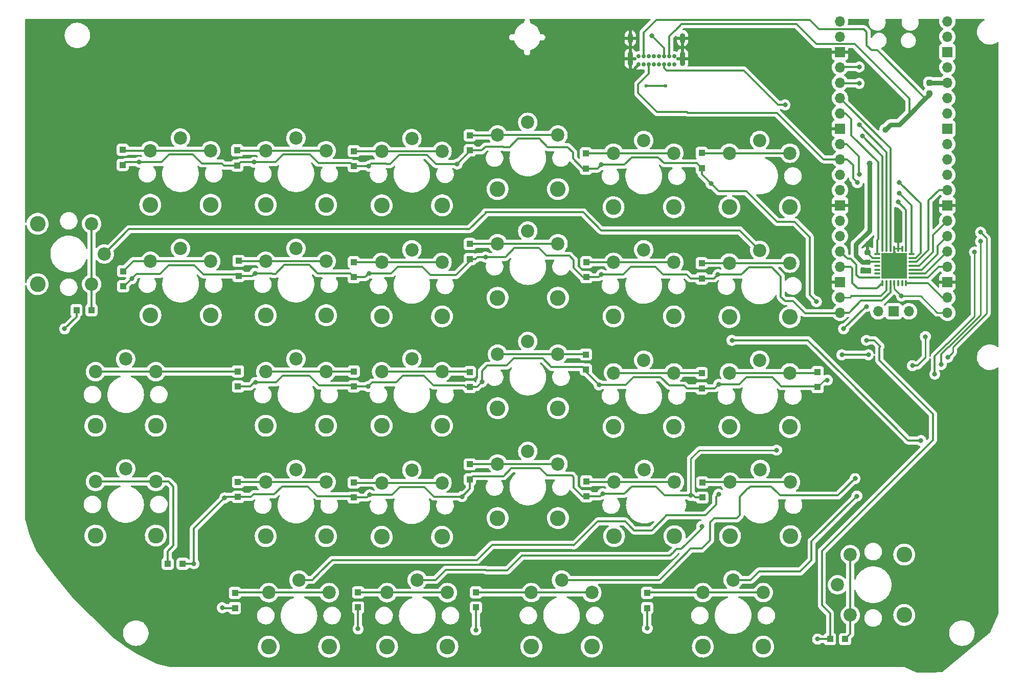
<source format=gbr>
%TF.GenerationSoftware,KiCad,Pcbnew,(6.0.6-0)*%
%TF.CreationDate,2023-01-06T16:27:02+00:00*%
%TF.ProjectId,MacSplit60,4d616353-706c-4697-9436-302e6b696361,rev?*%
%TF.SameCoordinates,Original*%
%TF.FileFunction,Copper,L2,Bot*%
%TF.FilePolarity,Positive*%
%FSLAX46Y46*%
G04 Gerber Fmt 4.6, Leading zero omitted, Abs format (unit mm)*
G04 Created by KiCad (PCBNEW (6.0.6-0)) date 2023-01-06 16:27:02*
%MOMM*%
%LPD*%
G01*
G04 APERTURE LIST*
G04 Aperture macros list*
%AMRoundRect*
0 Rectangle with rounded corners*
0 $1 Rounding radius*
0 $2 $3 $4 $5 $6 $7 $8 $9 X,Y pos of 4 corners*
0 Add a 4 corners polygon primitive as box body*
4,1,4,$2,$3,$4,$5,$6,$7,$8,$9,$2,$3,0*
0 Add four circle primitives for the rounded corners*
1,1,$1+$1,$2,$3*
1,1,$1+$1,$4,$5*
1,1,$1+$1,$6,$7*
1,1,$1+$1,$8,$9*
0 Add four rect primitives between the rounded corners*
20,1,$1+$1,$2,$3,$4,$5,0*
20,1,$1+$1,$4,$5,$6,$7,0*
20,1,$1+$1,$6,$7,$8,$9,0*
20,1,$1+$1,$8,$9,$2,$3,0*%
G04 Aperture macros list end*
%TA.AperFunction,ComponentPad*%
%ADD10C,2.600000*%
%TD*%
%TA.AperFunction,ComponentPad*%
%ADD11C,2.200000*%
%TD*%
%TA.AperFunction,ComponentPad*%
%ADD12O,1.700000X1.700000*%
%TD*%
%TA.AperFunction,ComponentPad*%
%ADD13R,1.700000X1.700000*%
%TD*%
%TA.AperFunction,ComponentPad*%
%ADD14C,0.700000*%
%TD*%
%TA.AperFunction,ComponentPad*%
%ADD15O,0.900000X1.700000*%
%TD*%
%TA.AperFunction,ComponentPad*%
%ADD16O,0.900000X2.400000*%
%TD*%
%TA.AperFunction,SMDPad,CuDef*%
%ADD17R,1.000000X1.000000*%
%TD*%
%TA.AperFunction,SMDPad,CuDef*%
%ADD18RoundRect,0.075000X-0.437500X-0.075000X0.437500X-0.075000X0.437500X0.075000X-0.437500X0.075000X0*%
%TD*%
%TA.AperFunction,SMDPad,CuDef*%
%ADD19RoundRect,0.075000X-0.075000X-0.437500X0.075000X-0.437500X0.075000X0.437500X-0.075000X0.437500X0*%
%TD*%
%TA.AperFunction,SMDPad,CuDef*%
%ADD20R,4.250000X4.250000*%
%TD*%
%TA.AperFunction,SMDPad,CuDef*%
%ADD21RoundRect,0.237500X-0.237500X0.250000X-0.237500X-0.250000X0.237500X-0.250000X0.237500X0.250000X0*%
%TD*%
%TA.AperFunction,SMDPad,CuDef*%
%ADD22RoundRect,0.225000X0.250000X-0.225000X0.250000X0.225000X-0.250000X0.225000X-0.250000X-0.225000X0*%
%TD*%
%TA.AperFunction,ViaPad*%
%ADD23C,0.800000*%
%TD*%
%TA.AperFunction,ViaPad*%
%ADD24C,1.000000*%
%TD*%
%TA.AperFunction,ViaPad*%
%ADD25C,0.600000*%
%TD*%
%TA.AperFunction,Conductor*%
%ADD26C,0.300000*%
%TD*%
%TA.AperFunction,Conductor*%
%ADD27C,0.250000*%
%TD*%
%TA.AperFunction,Conductor*%
%ADD28C,0.800000*%
%TD*%
G04 APERTURE END LIST*
D10*
%TO.P,SW2,*%
%TO.N,*%
X129000000Y-67350000D03*
X139000000Y-67350000D03*
D11*
%TO.P,SW2,1,1*%
%TO.N,/COL_1*%
X134000000Y-56300000D03*
%TO.P,SW2,2,2*%
%TO.N,Net-(D2-Pad2)*%
X129000000Y-58400000D03*
X139000000Y-58400000D03*
%TD*%
D10*
%TO.P,SW18,*%
%TO.N,*%
X215800000Y-104150000D03*
X205800000Y-104150000D03*
D11*
%TO.P,SW18,1,1*%
%TO.N,/COL_5*%
X210800000Y-93100000D03*
%TO.P,SW18,2,2*%
%TO.N,Net-(D21-Pad2)*%
X205800000Y-95200000D03*
X215800000Y-95200000D03*
%TD*%
D12*
%TO.P,U1,1,GPIO0*%
%TO.N,unconnected-(U1-Pad1)*%
X224110000Y-36970000D03*
%TO.P,U1,2,GPIO1*%
%TO.N,unconnected-(U1-Pad2)*%
X224110000Y-39510000D03*
D13*
%TO.P,U1,3,GND*%
%TO.N,GND*%
X224110000Y-42050000D03*
D12*
%TO.P,U1,4,GPIO2*%
%TO.N,/SPI0_SCK*%
X224110000Y-44590000D03*
%TO.P,U1,5,GPIO3*%
%TO.N,/SPI0_TX*%
X224110000Y-47130000D03*
%TO.P,U1,6,GPIO4*%
%TO.N,/SPI0_RX*%
X224110000Y-49670000D03*
%TO.P,U1,7,GPIO5*%
%TO.N,/SPI0_CSn*%
X224110000Y-52210000D03*
D13*
%TO.P,U1,8,GND*%
%TO.N,GND*%
X224110000Y-54750000D03*
D12*
%TO.P,U1,9,GPIO6*%
%TO.N,/INTA*%
X224110000Y-57290000D03*
%TO.P,U1,10,GPIO7*%
%TO.N,/INTB*%
X224110000Y-59830000D03*
%TO.P,U1,11,GPIO8*%
%TO.N,/~{RESET}*%
X224110000Y-62370000D03*
%TO.P,U1,12,GPIO9*%
%TO.N,unconnected-(U1-Pad12)*%
X224110000Y-64910000D03*
D13*
%TO.P,U1,13,GND*%
%TO.N,GND*%
X224110000Y-67450000D03*
D12*
%TO.P,U1,14,GPIO10*%
%TO.N,unconnected-(U1-Pad14)*%
X224110000Y-69990000D03*
%TO.P,U1,15,GPIO11*%
%TO.N,unconnected-(U1-Pad15)*%
X224110000Y-72530000D03*
%TO.P,U1,16,GPIO12*%
%TO.N,/ROW_4*%
X224110000Y-75070000D03*
%TO.P,U1,17,GPIO13*%
%TO.N,/ROW_3*%
X224110000Y-77610000D03*
D13*
%TO.P,U1,18,GND*%
%TO.N,GND*%
X224110000Y-80150000D03*
D12*
%TO.P,U1,19,GPIO14*%
%TO.N,/ROW_2*%
X224110000Y-82690000D03*
%TO.P,U1,20,GPIO15*%
%TO.N,/ROW_1*%
X224110000Y-85230000D03*
%TO.P,U1,21,GPIO16*%
%TO.N,/ROW_0*%
X241890000Y-85230000D03*
%TO.P,U1,22,GPIO17*%
%TO.N,/COL_5*%
X241890000Y-82690000D03*
D13*
%TO.P,U1,23,GND*%
%TO.N,GND*%
X241890000Y-80150000D03*
D12*
%TO.P,U1,24,GPIO18*%
%TO.N,/COL_4*%
X241890000Y-77610000D03*
%TO.P,U1,25,GPIO19*%
%TO.N,/COL_3*%
X241890000Y-75070000D03*
%TO.P,U1,26,GPIO20*%
%TO.N,/COL_2*%
X241890000Y-72530000D03*
%TO.P,U1,27,GPIO21*%
%TO.N,/COL_1*%
X241890000Y-69990000D03*
D13*
%TO.P,U1,28,GND*%
%TO.N,GND*%
X241890000Y-67450000D03*
D12*
%TO.P,U1,29,GPIO22*%
%TO.N,/COL_0*%
X241890000Y-64910000D03*
%TO.P,U1,30,RUN*%
%TO.N,Net-(SW100-Pad1)*%
X241890000Y-62370000D03*
%TO.P,U1,31,GPIO26_ADC0*%
%TO.N,unconnected-(U1-Pad31)*%
X241890000Y-59830000D03*
%TO.P,U1,32,GPIO27_ADC1*%
%TO.N,unconnected-(U1-Pad32)*%
X241890000Y-57290000D03*
D13*
%TO.P,U1,33,AGND*%
%TO.N,unconnected-(U1-Pad33)*%
X241890000Y-54750000D03*
D12*
%TO.P,U1,34,GPIO28_ADC2*%
%TO.N,unconnected-(U1-Pad34)*%
X241890000Y-52210000D03*
%TO.P,U1,35,ADC_VREF*%
%TO.N,unconnected-(U1-Pad35)*%
X241890000Y-49670000D03*
%TO.P,U1,36,3V3*%
%TO.N,Net-(R1-Pad1)*%
X241890000Y-47130000D03*
%TO.P,U1,37,3V3_EN*%
%TO.N,unconnected-(U1-Pad37)*%
X241890000Y-44590000D03*
D13*
%TO.P,U1,38,GND*%
%TO.N,unconnected-(U1-Pad38)*%
X241890000Y-42050000D03*
D12*
%TO.P,U1,39,VSYS*%
%TO.N,unconnected-(U1-Pad39)*%
X241890000Y-39510000D03*
%TO.P,U1,40,VBUS*%
%TO.N,unconnected-(U1-Pad40)*%
X241890000Y-36970000D03*
%TO.P,U1,41,SWCLK*%
%TO.N,unconnected-(U1-Pad41)*%
X230460000Y-85000000D03*
D13*
%TO.P,U1,42,GND*%
%TO.N,unconnected-(U1-Pad42)*%
X233000000Y-85000000D03*
D12*
%TO.P,U1,43,SWDIO*%
%TO.N,unconnected-(U1-Pad43)*%
X235540000Y-85000000D03*
%TD*%
D10*
%TO.P,SW23,*%
%TO.N,*%
X196700000Y-122250000D03*
X186700000Y-122250000D03*
D11*
%TO.P,SW23,1,1*%
%TO.N,/COL_4*%
X191700000Y-111200000D03*
%TO.P,SW23,2,2*%
%TO.N,Net-(D26-Pad2)*%
X196700000Y-113300000D03*
X186700000Y-113300000D03*
%TD*%
D10*
%TO.P,SW29,*%
%TO.N,*%
X234750000Y-135300000D03*
X234750000Y-125300000D03*
D11*
%TO.P,SW29,1,1*%
%TO.N,/COL_4*%
X223700000Y-130300000D03*
%TO.P,SW29,2,2*%
%TO.N,Net-(D32-Pad2)*%
X225800000Y-135300000D03*
X225800000Y-125300000D03*
%TD*%
D10*
%TO.P,SW14,*%
%TO.N,*%
X139000000Y-103950000D03*
X129000000Y-103950000D03*
D11*
%TO.P,SW14,1,1*%
%TO.N,/COL_1*%
X134000000Y-92900000D03*
%TO.P,SW14,2,2*%
%TO.N,Net-(D17-Pad2)*%
X139000000Y-95000000D03*
X129000000Y-95000000D03*
%TD*%
D14*
%TO.P,J1,A1,GND*%
%TO.N,GND*%
X196675000Y-44125000D03*
%TO.P,J1,A4,VBUS*%
%TO.N,+VDC*%
X195825000Y-44125000D03*
%TO.P,J1,A5,CC1*%
%TO.N,/~{RESET}*%
X194975000Y-44125000D03*
%TO.P,J1,A6,D+*%
%TO.N,/SPI0_TX*%
X194125000Y-44125000D03*
%TO.P,J1,A7,D-*%
%TO.N,/SPI0_CSn*%
X193275000Y-44125000D03*
%TO.P,J1,A8,SBU1*%
%TO.N,/INTB*%
X192425000Y-44125000D03*
%TO.P,J1,A9,VBUS*%
%TO.N,+VDC*%
X191575000Y-44125000D03*
%TO.P,J1,A12,GND*%
%TO.N,GND*%
X190725000Y-44125000D03*
%TO.P,J1,B1,GND*%
X190725000Y-42775000D03*
%TO.P,J1,B4,VBUS*%
%TO.N,+VDC*%
X191575000Y-42775000D03*
%TO.P,J1,B5,CC2*%
%TO.N,unconnected-(J1-PadB5)*%
X192425000Y-42775000D03*
%TO.P,J1,B6,D+*%
%TO.N,/SPI0_RX*%
X193275000Y-42775000D03*
%TO.P,J1,B7,D-*%
%TO.N,/SPI0_SCK*%
X194125000Y-42775000D03*
%TO.P,J1,B8,SBU2*%
%TO.N,/INTA*%
X194975000Y-42775000D03*
%TO.P,J1,B9,VBUS*%
%TO.N,+VDC*%
X195825000Y-42775000D03*
%TO.P,J1,B12,GND*%
%TO.N,GND*%
X196675000Y-42775000D03*
D15*
%TO.P,J1,S1,SHIELD*%
X198025000Y-39765000D03*
X189375000Y-39765000D03*
D16*
X198025000Y-43145000D03*
X189375000Y-43145000D03*
%TD*%
D10*
%TO.P,SW13,*%
%TO.N,*%
X110800291Y-103950000D03*
X100800291Y-103950000D03*
D11*
%TO.P,SW13,1,1*%
%TO.N,/COL_0*%
X105800291Y-92900000D03*
%TO.P,SW13,2,2*%
%TO.N,Net-(D16-Pad2)*%
X110800291Y-95000000D03*
X100800291Y-95000000D03*
%TD*%
D10*
%TO.P,SW6,*%
%TO.N,*%
X205800000Y-67750000D03*
X215800000Y-67750000D03*
D11*
%TO.P,SW6,1,1*%
%TO.N,/COL_5*%
X210800000Y-56700000D03*
%TO.P,SW6,2,2*%
%TO.N,Net-(D6-Pad2)*%
X205800000Y-58800000D03*
X215800000Y-58800000D03*
%TD*%
D10*
%TO.P,SW27,*%
%TO.N,*%
X183000000Y-140544035D03*
X173000000Y-140544035D03*
D11*
%TO.P,SW27,1,1*%
%TO.N,/COL_2*%
X178000000Y-129494035D03*
%TO.P,SW27,2,2*%
%TO.N,Net-(D30-Pad2)*%
X173000000Y-131594035D03*
X183000000Y-131594035D03*
%TD*%
D10*
%TO.P,SW10,*%
%TO.N,*%
X177400000Y-82750000D03*
X167400000Y-82750000D03*
D11*
%TO.P,SW10,1,1*%
%TO.N,/COL_3*%
X172400000Y-71700000D03*
%TO.P,SW10,2,2*%
%TO.N,Net-(D13-Pad2)*%
X167400000Y-73800000D03*
X177400000Y-73800000D03*
%TD*%
D10*
%TO.P,SW1,*%
%TO.N,*%
X119870058Y-67350000D03*
X109870058Y-67350000D03*
D11*
%TO.P,SW1,1,1*%
%TO.N,/COL_0*%
X114870058Y-56300000D03*
%TO.P,SW1,2,2*%
%TO.N,Net-(D1-Pad2)*%
X119870058Y-58400000D03*
X109870058Y-58400000D03*
%TD*%
D10*
%TO.P,SW11,*%
%TO.N,*%
X196600000Y-85850000D03*
X186600000Y-85850000D03*
D11*
%TO.P,SW11,1,1*%
%TO.N,/COL_4*%
X191600000Y-74800000D03*
%TO.P,SW11,2,2*%
%TO.N,Net-(D14-Pad2)*%
X186600000Y-76900000D03*
X196600000Y-76900000D03*
%TD*%
D10*
%TO.P,SW30,*%
%TO.N,*%
X91220058Y-70500000D03*
X91220058Y-80500000D03*
D11*
%TO.P,SW30,1,1*%
%TO.N,/COL_5*%
X102270058Y-75500000D03*
%TO.P,SW30,2,2*%
%TO.N,Net-(D33-Pad2)*%
X100170058Y-70500000D03*
X100170058Y-80500000D03*
%TD*%
D10*
%TO.P,SW21,*%
%TO.N,*%
X148200000Y-122350000D03*
X158200000Y-122350000D03*
D11*
%TO.P,SW21,1,1*%
%TO.N,/COL_2*%
X153200000Y-111300000D03*
%TO.P,SW21,2,2*%
%TO.N,Net-(D24-Pad2)*%
X158200000Y-113400000D03*
X148200000Y-113400000D03*
%TD*%
D10*
%TO.P,SW9,*%
%TO.N,*%
X158200000Y-85850000D03*
X148200000Y-85850000D03*
D11*
%TO.P,SW9,1,1*%
%TO.N,/COL_2*%
X153200000Y-74800000D03*
%TO.P,SW9,2,2*%
%TO.N,Net-(D12-Pad2)*%
X158200000Y-76900000D03*
X148200000Y-76900000D03*
%TD*%
D10*
%TO.P,SW4,*%
%TO.N,*%
X167400000Y-64750000D03*
X177400000Y-64750000D03*
D11*
%TO.P,SW4,1,1*%
%TO.N,/COL_3*%
X172400000Y-53700000D03*
%TO.P,SW4,2,2*%
%TO.N,Net-(D4-Pad2)*%
X167400000Y-55800000D03*
X177400000Y-55800000D03*
%TD*%
D10*
%TO.P,SW7,*%
%TO.N,*%
X119900291Y-85650000D03*
X109900291Y-85650000D03*
D11*
%TO.P,SW7,1,1*%
%TO.N,/COL_0*%
X114900291Y-74600000D03*
%TO.P,SW7,2,2*%
%TO.N,Net-(D10-Pad2)*%
X119900291Y-76700000D03*
X109900291Y-76700000D03*
%TD*%
D10*
%TO.P,SW17,*%
%TO.N,*%
X196600000Y-104150000D03*
X186600000Y-104150000D03*
D11*
%TO.P,SW17,1,1*%
%TO.N,/COL_4*%
X191600000Y-93100000D03*
%TO.P,SW17,2,2*%
%TO.N,Net-(D20-Pad2)*%
X196600000Y-95200000D03*
X186600000Y-95200000D03*
%TD*%
D10*
%TO.P,SW19,*%
%TO.N,*%
X100800291Y-122150000D03*
X110800291Y-122150000D03*
D11*
%TO.P,SW19,1,1*%
%TO.N,/COL_0*%
X105800291Y-111100000D03*
%TO.P,SW19,2,2*%
%TO.N,Net-(D22-Pad2)*%
X110800291Y-113200000D03*
X100800291Y-113200000D03*
%TD*%
D10*
%TO.P,SW24,*%
%TO.N,*%
X205900000Y-122250000D03*
X215900000Y-122250000D03*
D11*
%TO.P,SW24,1,1*%
%TO.N,/COL_5*%
X210900000Y-111200000D03*
%TO.P,SW24,2,2*%
%TO.N,Net-(D27-Pad2)*%
X215900000Y-113300000D03*
X205900000Y-113300000D03*
%TD*%
D10*
%TO.P,SW28,*%
%TO.N,*%
X201399709Y-140544035D03*
X211399709Y-140544035D03*
D11*
%TO.P,SW28,1,1*%
%TO.N,/COL_3*%
X206399709Y-129494035D03*
%TO.P,SW28,2,2*%
%TO.N,Net-(D31-Pad2)*%
X201399709Y-131594035D03*
X211399709Y-131594035D03*
%TD*%
D10*
%TO.P,SW5,*%
%TO.N,*%
X196600000Y-67750000D03*
X186600000Y-67750000D03*
D11*
%TO.P,SW5,1,1*%
%TO.N,/COL_4*%
X191600000Y-56700000D03*
%TO.P,SW5,2,2*%
%TO.N,Net-(D5-Pad2)*%
X186600000Y-58800000D03*
X196600000Y-58800000D03*
%TD*%
D10*
%TO.P,SW3,*%
%TO.N,*%
X148200000Y-67450000D03*
X158200000Y-67450000D03*
D11*
%TO.P,SW3,1,1*%
%TO.N,/COL_2*%
X153200000Y-56400000D03*
%TO.P,SW3,2,2*%
%TO.N,Net-(D3-Pad2)*%
X148200000Y-58500000D03*
X158200000Y-58500000D03*
%TD*%
D10*
%TO.P,SW25,*%
%TO.N,*%
X139500000Y-140550000D03*
X129500000Y-140550000D03*
D11*
%TO.P,SW25,1,1*%
%TO.N,/COL_0*%
X134500000Y-129500000D03*
%TO.P,SW25,2,2*%
%TO.N,Net-(D28-Pad2)*%
X139500000Y-131600000D03*
X129500000Y-131600000D03*
%TD*%
D10*
%TO.P,SW22,*%
%TO.N,*%
X177400000Y-119250000D03*
X167400000Y-119250000D03*
D11*
%TO.P,SW22,1,1*%
%TO.N,/COL_3*%
X172400000Y-108200000D03*
%TO.P,SW22,2,2*%
%TO.N,Net-(D25-Pad2)*%
X177400000Y-110300000D03*
X167400000Y-110300000D03*
%TD*%
D10*
%TO.P,SW15,*%
%TO.N,*%
X148200000Y-103950000D03*
X158200000Y-103950000D03*
D11*
%TO.P,SW15,1,1*%
%TO.N,/COL_2*%
X153200000Y-92900000D03*
%TO.P,SW15,2,2*%
%TO.N,Net-(D18-Pad2)*%
X148200000Y-95000000D03*
X158200000Y-95000000D03*
%TD*%
D10*
%TO.P,SW8,*%
%TO.N,*%
X139000000Y-85650000D03*
X129000000Y-85650000D03*
D11*
%TO.P,SW8,1,1*%
%TO.N,/COL_1*%
X134000000Y-74600000D03*
%TO.P,SW8,2,2*%
%TO.N,Net-(D11-Pad2)*%
X129000000Y-76700000D03*
X139000000Y-76700000D03*
%TD*%
D10*
%TO.P,SW12,*%
%TO.N,*%
X205800000Y-85950000D03*
X215800000Y-85950000D03*
D11*
%TO.P,SW12,1,1*%
%TO.N,/COL_5*%
X210800000Y-74900000D03*
%TO.P,SW12,2,2*%
%TO.N,Net-(D15-Pad2)*%
X215800000Y-77000000D03*
X205800000Y-77000000D03*
%TD*%
D10*
%TO.P,SW20,*%
%TO.N,*%
X129000000Y-122250000D03*
X139000000Y-122250000D03*
D11*
%TO.P,SW20,1,1*%
%TO.N,/COL_1*%
X134000000Y-111200000D03*
%TO.P,SW20,2,2*%
%TO.N,Net-(D23-Pad2)*%
X129000000Y-113300000D03*
X139000000Y-113300000D03*
%TD*%
D10*
%TO.P,SW16,*%
%TO.N,*%
X167400000Y-101050000D03*
X177400000Y-101050000D03*
D11*
%TO.P,SW16,1,1*%
%TO.N,/COL_3*%
X172400000Y-90000000D03*
%TO.P,SW16,2,2*%
%TO.N,Net-(D19-Pad2)*%
X167400000Y-92100000D03*
X177400000Y-92100000D03*
%TD*%
D10*
%TO.P,SW26,*%
%TO.N,*%
X149100000Y-140550000D03*
X159100000Y-140550000D03*
D11*
%TO.P,SW26,1,1*%
%TO.N,/COL_1*%
X154100000Y-129500000D03*
%TO.P,SW26,2,2*%
%TO.N,Net-(D29-Pad2)*%
X159100000Y-131600000D03*
X149100000Y-131600000D03*
%TD*%
D17*
%TO.P,D12,1,K*%
%TO.N,/ROW_1*%
X143600000Y-79350000D03*
%TO.P,D12,2,A*%
%TO.N,Net-(D12-Pad2)*%
X143600000Y-76850000D03*
%TD*%
%TO.P,D23,1,K*%
%TO.N,/ROW_3*%
X124400291Y-115750000D03*
%TO.P,D23,2,A*%
%TO.N,Net-(D23-Pad2)*%
X124400291Y-113250000D03*
%TD*%
%TO.P,D19,1,K*%
%TO.N,/ROW_2*%
X182000000Y-94650000D03*
%TO.P,D19,2,A*%
%TO.N,Net-(D19-Pad2)*%
X182000000Y-92150000D03*
%TD*%
%TO.P,D18,1,K*%
%TO.N,/ROW_2*%
X162800000Y-97550000D03*
%TO.P,D18,2,A*%
%TO.N,Net-(D18-Pad2)*%
X162800000Y-95050000D03*
%TD*%
%TO.P,D13,1,K*%
%TO.N,/ROW_1*%
X162800000Y-76350000D03*
%TO.P,D13,2,A*%
%TO.N,Net-(D13-Pad2)*%
X162800000Y-73850000D03*
%TD*%
%TO.P,D5,1,K*%
%TO.N,/ROW_0*%
X182000000Y-61350000D03*
%TO.P,D5,2,A*%
%TO.N,Net-(D5-Pad2)*%
X182000000Y-58850000D03*
%TD*%
%TO.P,D29,1,K*%
%TO.N,/ROW_4*%
X144300000Y-134050000D03*
%TO.P,D29,2,A*%
%TO.N,Net-(D29-Pad2)*%
X144300000Y-131550000D03*
%TD*%
D18*
%TO.P,U2,1,GPB4*%
%TO.N,/ROW_4*%
X230262500Y-79410000D03*
%TO.P,U2,2,GPB5*%
%TO.N,unconnected-(U2-Pad2)*%
X230262500Y-78760000D03*
%TO.P,U2,3,GPB6*%
%TO.N,unconnected-(U2-Pad3)*%
X230262500Y-78110000D03*
%TO.P,U2,4,GPB7*%
%TO.N,unconnected-(U2-Pad4)*%
X230262500Y-77460000D03*
%TO.P,U2,5,VDD*%
%TO.N,+VDC*%
X230262500Y-76810000D03*
%TO.P,U2,6,VSS*%
%TO.N,GND*%
X230262500Y-76160000D03*
%TO.P,U2,7,~{CS}*%
%TO.N,/SPI0_CSn*%
X230262500Y-75510000D03*
D19*
%TO.P,U2,8,SCK*%
%TO.N,/SPI0_SCK*%
X231150000Y-74622500D03*
%TO.P,U2,9,SI*%
%TO.N,/SPI0_TX*%
X231800000Y-74622500D03*
%TO.P,U2,10,SO*%
%TO.N,/SPI0_RX*%
X232450000Y-74622500D03*
%TO.P,U2,11,A0*%
%TO.N,GND*%
X233100000Y-74622500D03*
%TO.P,U2,12,A1*%
X233750000Y-74622500D03*
%TO.P,U2,13,A2*%
X234400000Y-74622500D03*
%TO.P,U2,14,~{RESET}*%
%TO.N,/~{RESET}*%
X235050000Y-74622500D03*
D18*
%TO.P,U2,15,INTB*%
%TO.N,/INTB*%
X235937500Y-75510000D03*
%TO.P,U2,16,INTA*%
%TO.N,/INTA*%
X235937500Y-76160000D03*
%TO.P,U2,17,GPA0*%
%TO.N,/COL_0*%
X235937500Y-76810000D03*
%TO.P,U2,18,GPA1*%
%TO.N,/COL_1*%
X235937500Y-77460000D03*
%TO.P,U2,19,GPA2*%
%TO.N,/COL_2*%
X235937500Y-78110000D03*
%TO.P,U2,20,GPA3*%
%TO.N,/COL_3*%
X235937500Y-78760000D03*
%TO.P,U2,21,GPA4*%
%TO.N,/COL_4*%
X235937500Y-79410000D03*
D19*
%TO.P,U2,22,GPA5*%
%TO.N,/COL_5*%
X235050000Y-80297500D03*
%TO.P,U2,23,GPA6*%
%TO.N,unconnected-(U2-Pad23)*%
X234400000Y-80297500D03*
%TO.P,U2,24,GPA7*%
%TO.N,unconnected-(U2-Pad24)*%
X233750000Y-80297500D03*
%TO.P,U2,25,GPB0*%
%TO.N,/ROW_0*%
X233100000Y-80297500D03*
%TO.P,U2,26,GPB1*%
%TO.N,/ROW_1*%
X232450000Y-80297500D03*
%TO.P,U2,27,GPB2*%
%TO.N,/ROW_2*%
X231800000Y-80297500D03*
%TO.P,U2,28,GPB3*%
%TO.N,/ROW_3*%
X231150000Y-80297500D03*
D20*
%TO.P,U2,29,EP*%
%TO.N,GND*%
X233100000Y-77460000D03*
%TD*%
D21*
%TO.P,R1,1*%
%TO.N,Net-(R1-Pad1)*%
X238890000Y-47117500D03*
%TO.P,R1,2*%
%TO.N,+VDC*%
X238890000Y-48942500D03*
%TD*%
D17*
%TO.P,D25,1,K*%
%TO.N,/ROW_3*%
X162800000Y-112850000D03*
%TO.P,D25,2,A*%
%TO.N,Net-(D25-Pad2)*%
X162800000Y-110350000D03*
%TD*%
%TO.P,D30,1,K*%
%TO.N,/ROW_4*%
X163800000Y-134050000D03*
%TO.P,D30,2,A*%
%TO.N,Net-(D30-Pad2)*%
X163800000Y-131550000D03*
%TD*%
%TO.P,D32,1,K*%
%TO.N,/ROW_4*%
X222450000Y-139300000D03*
%TO.P,D32,2,A*%
%TO.N,Net-(D32-Pad2)*%
X224950000Y-139300000D03*
%TD*%
%TO.P,D24,1,K*%
%TO.N,/ROW_3*%
X143600291Y-115850000D03*
%TO.P,D24,2,A*%
%TO.N,Net-(D24-Pad2)*%
X143600291Y-113350000D03*
%TD*%
%TO.P,D1,1,K*%
%TO.N,/ROW_0*%
X105300291Y-60750000D03*
%TO.P,D1,2,A*%
%TO.N,Net-(D1-Pad2)*%
X105300291Y-58250000D03*
%TD*%
%TO.P,D2,1,K*%
%TO.N,/ROW_0*%
X124300291Y-60850000D03*
%TO.P,D2,2,A*%
%TO.N,Net-(D2-Pad2)*%
X124300291Y-58350000D03*
%TD*%
%TO.P,D15,1,K*%
%TO.N,/ROW_1*%
X201200000Y-79550000D03*
%TO.P,D15,2,A*%
%TO.N,Net-(D15-Pad2)*%
X201200000Y-77050000D03*
%TD*%
%TO.P,D10,1,K*%
%TO.N,/ROW_1*%
X105400291Y-80850000D03*
%TO.P,D10,2,A*%
%TO.N,Net-(D10-Pad2)*%
X105400291Y-78350000D03*
%TD*%
%TO.P,D31,1,K*%
%TO.N,/ROW_4*%
X192200000Y-134150000D03*
%TO.P,D31,2,A*%
%TO.N,Net-(D31-Pad2)*%
X192200000Y-131650000D03*
%TD*%
%TO.P,D22,1,K*%
%TO.N,/ROW_3*%
X115250000Y-126800000D03*
%TO.P,D22,2,A*%
%TO.N,Net-(D22-Pad2)*%
X112750000Y-126800000D03*
%TD*%
%TO.P,D17,1,K*%
%TO.N,/ROW_2*%
X143600291Y-97450000D03*
%TO.P,D17,2,A*%
%TO.N,Net-(D17-Pad2)*%
X143600291Y-94950000D03*
%TD*%
%TO.P,D26,1,K*%
%TO.N,/ROW_3*%
X182100000Y-115650000D03*
%TO.P,D26,2,A*%
%TO.N,Net-(D26-Pad2)*%
X182100000Y-113150000D03*
%TD*%
%TO.P,D6,1,K*%
%TO.N,/ROW_0*%
X201200000Y-61250000D03*
%TO.P,D6,2,A*%
%TO.N,Net-(D6-Pad2)*%
X201200000Y-58750000D03*
%TD*%
%TO.P,D4,1,K*%
%TO.N,/ROW_0*%
X162800000Y-58350000D03*
%TO.P,D4,2,A*%
%TO.N,Net-(D4-Pad2)*%
X162800000Y-55850000D03*
%TD*%
%TO.P,D11,1,K*%
%TO.N,/ROW_1*%
X124500291Y-79150000D03*
%TO.P,D11,2,A*%
%TO.N,Net-(D11-Pad2)*%
X124500291Y-76650000D03*
%TD*%
%TO.P,D16,1,K*%
%TO.N,/ROW_2*%
X124400291Y-97450000D03*
%TO.P,D16,2,A*%
%TO.N,Net-(D16-Pad2)*%
X124400291Y-94950000D03*
%TD*%
%TO.P,D28,1,K*%
%TO.N,/ROW_4*%
X123900000Y-134150000D03*
%TO.P,D28,2,A*%
%TO.N,Net-(D28-Pad2)*%
X123900000Y-131650000D03*
%TD*%
%TO.P,D14,1,K*%
%TO.N,/ROW_1*%
X182100000Y-79350000D03*
%TO.P,D14,2,A*%
%TO.N,Net-(D14-Pad2)*%
X182100000Y-76850000D03*
%TD*%
%TO.P,D27,1,K*%
%TO.N,/ROW_3*%
X201300000Y-115850000D03*
%TO.P,D27,2,A*%
%TO.N,Net-(D27-Pad2)*%
X201300000Y-113350000D03*
%TD*%
%TO.P,D20,1,K*%
%TO.N,/ROW_2*%
X201200000Y-97750000D03*
%TO.P,D20,2,A*%
%TO.N,Net-(D20-Pad2)*%
X201200000Y-95250000D03*
%TD*%
%TO.P,D33,1,K*%
%TO.N,/ROW_4*%
X97650291Y-84800000D03*
%TO.P,D33,2,A*%
%TO.N,Net-(D33-Pad2)*%
X100150291Y-84800000D03*
%TD*%
%TO.P,D21,1,K*%
%TO.N,/ROW_2*%
X220400000Y-97550000D03*
%TO.P,D21,2,A*%
%TO.N,Net-(D21-Pad2)*%
X220400000Y-95050000D03*
%TD*%
%TO.P,D3,1,K*%
%TO.N,/ROW_0*%
X143600000Y-60950000D03*
%TO.P,D3,2,A*%
%TO.N,Net-(D3-Pad2)*%
X143600000Y-58450000D03*
%TD*%
D22*
%TO.P,C2,1*%
%TO.N,+VDC*%
X228660000Y-76825000D03*
%TO.P,C2,2*%
%TO.N,GND*%
X228660000Y-75275000D03*
%TD*%
D23*
%TO.N,GND*%
X233750000Y-72630000D03*
X228720000Y-73730000D03*
X228570000Y-78280000D03*
X236140000Y-43810000D03*
%TO.N,/ROW_0*%
X108018672Y-60281328D03*
X146050000Y-60950000D03*
X202750000Y-63850000D03*
X224700000Y-87900000D03*
X160700000Y-60600000D03*
X228500000Y-84200000D03*
X184600000Y-60700000D03*
X220200000Y-83400000D03*
X234300000Y-82470000D03*
X127100000Y-60300000D03*
%TO.N,/ROW_1*%
X127200000Y-78700000D03*
X146100000Y-78700000D03*
X165400000Y-76000000D03*
X184600000Y-78900000D03*
X106800000Y-79600000D03*
X203900000Y-78900000D03*
%TO.N,/ROW_2*%
X184200000Y-97200000D03*
X222000000Y-96400000D03*
X145950000Y-97450000D03*
X204000000Y-97100000D03*
X164800000Y-96700000D03*
X127300000Y-96800000D03*
%TO.N,/ROW_3*%
X122200000Y-115900000D03*
X213600000Y-108000000D03*
X117100000Y-126800000D03*
X184800000Y-115200000D03*
X199400000Y-115500000D03*
X161500000Y-115700000D03*
X146200000Y-115400000D03*
%TO.N,/ROW_4*%
X192200000Y-137500000D03*
X144300000Y-137600000D03*
X95700000Y-87900000D03*
X228500000Y-89800000D03*
X220400000Y-139300000D03*
X121800000Y-134100000D03*
X163800000Y-137800000D03*
%TO.N,/SPI0_TX*%
X227280000Y-54120000D03*
X227280000Y-47250000D03*
%TO.N,/SPI0_SCK*%
X227800000Y-55980000D03*
X227290000Y-44520000D03*
%TO.N,/COL_0*%
X204000000Y-115300000D03*
X236100000Y-94000000D03*
X238252000Y-89192000D03*
%TO.N,/COL_1*%
X201200000Y-120600000D03*
X242000000Y-92600000D03*
X247396000Y-71882000D03*
%TO.N,/COL_2*%
X247396000Y-73406000D03*
X240900000Y-93800000D03*
X226600000Y-112700000D03*
%TO.N,/COL_3*%
X239800000Y-95400000D03*
X226900000Y-115600000D03*
X246380000Y-75184000D03*
%TO.N,/COL_4*%
X237500000Y-106400000D03*
X206200000Y-89800000D03*
%TO.N,/COL_5*%
X224400000Y-92200000D03*
X228800000Y-92200000D03*
D24*
%TO.N,+VDC*%
X229030000Y-60560000D03*
X231600000Y-54940000D03*
D25*
X195270000Y-47620000D03*
X192030000Y-47620000D03*
D23*
%TO.N,/~{RESET}*%
X233720000Y-66880000D03*
X215000000Y-50800000D03*
%TO.N,/INTB*%
X226970000Y-63680000D03*
X233880000Y-65400000D03*
%TO.N,/INTA*%
X233950000Y-63630000D03*
X192910000Y-39360000D03*
X227320000Y-62290000D03*
%TD*%
D26*
%TO.N,GND*%
X229490000Y-76160000D02*
X228660000Y-75330000D01*
X233100000Y-74622500D02*
X233100000Y-77460000D01*
X228660000Y-75330000D02*
X228660000Y-75275000D01*
X230262500Y-76160000D02*
X229490000Y-76160000D01*
%TO.N,Net-(D11-Pad2)*%
X129000000Y-76700000D02*
X124550291Y-76700000D01*
X124550291Y-76700000D02*
X124500291Y-76650000D01*
X139000000Y-76700000D02*
X129000000Y-76700000D01*
%TO.N,Net-(D12-Pad2)*%
X148200000Y-76900000D02*
X143650000Y-76900000D01*
X143650000Y-76900000D02*
X143600000Y-76850000D01*
X158200000Y-76900000D02*
X148200000Y-76900000D01*
%TO.N,Net-(D13-Pad2)*%
X167400000Y-73800000D02*
X162850000Y-73800000D01*
X177400000Y-73800000D02*
X167400000Y-73800000D01*
X162850000Y-73800000D02*
X162800000Y-73850000D01*
%TO.N,/ROW_0*%
X182000000Y-61350000D02*
X183950000Y-61350000D01*
X143050000Y-60400000D02*
X143600000Y-60950000D01*
X174300000Y-56400000D02*
X175700000Y-57800000D01*
X121700000Y-60500000D02*
X122050000Y-60850000D01*
X201200000Y-61250000D02*
X201200000Y-62300000D01*
X131900000Y-59000000D02*
X136300000Y-59000000D01*
D27*
X241890000Y-85230000D02*
X240200000Y-85230000D01*
D26*
X189600000Y-59500000D02*
X194000000Y-59500000D01*
X165400000Y-57700000D02*
X168300000Y-57700000D01*
X208600000Y-65100000D02*
X213700000Y-70200000D01*
X219100000Y-72700000D02*
X219100000Y-81800000D01*
D27*
X233090000Y-81260000D02*
X233090000Y-80307500D01*
D26*
X137700000Y-60400000D02*
X143050000Y-60400000D01*
X105300291Y-60750000D02*
X105768963Y-60281328D01*
X219100000Y-81800000D02*
X219100000Y-82300000D01*
X224700000Y-87900000D02*
X228400000Y-84200000D01*
X201200000Y-62300000D02*
X202750000Y-63850000D01*
X194978679Y-60478679D02*
X200428679Y-60478679D01*
X200428679Y-60478679D02*
X201200000Y-61250000D01*
X149600000Y-60600000D02*
X151100000Y-59100000D01*
X146050000Y-60950000D02*
X146500000Y-60500000D01*
X202750000Y-63850000D02*
X204000000Y-65100000D01*
X149000000Y-60600000D02*
X149600000Y-60600000D01*
X168400000Y-57800000D02*
X169400000Y-57800000D01*
D27*
X240200000Y-85230000D02*
X237440000Y-82470000D01*
D26*
X124300291Y-60850000D02*
X124850291Y-60300000D01*
X143600000Y-60950000D02*
X146050000Y-60950000D01*
X127100000Y-60300000D02*
X130600000Y-60300000D01*
X124850291Y-60300000D02*
X127100000Y-60300000D01*
X111718672Y-60281328D02*
X113000000Y-59000000D01*
D27*
X234300000Y-82470000D02*
X233090000Y-81260000D01*
D26*
X179900000Y-58700000D02*
X179900000Y-59700000D01*
X136300000Y-59000000D02*
X137700000Y-60400000D01*
X228400000Y-84200000D02*
X228500000Y-84200000D01*
X162800000Y-58350000D02*
X164750000Y-58350000D01*
X162800000Y-58500000D02*
X162800000Y-58350000D01*
X157200000Y-60600000D02*
X160700000Y-60600000D01*
D27*
X233090000Y-80307500D02*
X233100000Y-80297500D01*
D26*
X204000000Y-65100000D02*
X208600000Y-65100000D01*
X213700000Y-70200000D02*
X216600000Y-70200000D01*
X175700000Y-57800000D02*
X179000000Y-57800000D01*
X219100000Y-82300000D02*
X220200000Y-83400000D01*
X170800000Y-56400000D02*
X174300000Y-56400000D01*
X148900000Y-60500000D02*
X149000000Y-60600000D01*
X151100000Y-59100000D02*
X155700000Y-59100000D01*
X181550000Y-61350000D02*
X182000000Y-61350000D01*
X122050000Y-60850000D02*
X124300291Y-60850000D01*
X184600000Y-60700000D02*
X188400000Y-60700000D01*
X183950000Y-61350000D02*
X184600000Y-60700000D01*
X105768963Y-60281328D02*
X108018672Y-60281328D01*
X194000000Y-59500000D02*
X194978679Y-60478679D01*
X113000000Y-59000000D02*
X116900000Y-59000000D01*
X188400000Y-60700000D02*
X189600000Y-59500000D01*
X179000000Y-57800000D02*
X179900000Y-58700000D01*
X108018672Y-60281328D02*
X111718672Y-60281328D01*
X118400000Y-60500000D02*
X121700000Y-60500000D01*
X116900000Y-59000000D02*
X118400000Y-60500000D01*
X146500000Y-60500000D02*
X148900000Y-60500000D01*
X169400000Y-57800000D02*
X170800000Y-56400000D01*
X130600000Y-60300000D02*
X131900000Y-59000000D01*
X155700000Y-59100000D02*
X157200000Y-60600000D01*
X179900000Y-59700000D02*
X181550000Y-61350000D01*
X164750000Y-58350000D02*
X165400000Y-57700000D01*
X216600000Y-70200000D02*
X219100000Y-72700000D01*
X160700000Y-60600000D02*
X162800000Y-58500000D01*
D27*
X237440000Y-82470000D02*
X234300000Y-82470000D01*
D26*
X168300000Y-57700000D02*
X168400000Y-57800000D01*
%TO.N,Net-(D14-Pad2)*%
X186600000Y-76900000D02*
X182150000Y-76900000D01*
X196600000Y-76900000D02*
X186600000Y-76900000D01*
X182150000Y-76900000D02*
X182100000Y-76850000D01*
%TO.N,Net-(D15-Pad2)*%
X205800000Y-77000000D02*
X201250000Y-77000000D01*
X201250000Y-77000000D02*
X201200000Y-77050000D01*
X215800000Y-77000000D02*
X205800000Y-77000000D01*
%TO.N,Net-(D16-Pad2)*%
X124350291Y-95000000D02*
X124400291Y-94950000D01*
X110800291Y-95000000D02*
X124350291Y-95000000D01*
X100800291Y-95000000D02*
X110800291Y-95000000D01*
%TO.N,Net-(D17-Pad2)*%
X139000000Y-95000000D02*
X143550291Y-95000000D01*
X129000000Y-95000000D02*
X139000000Y-95000000D01*
X143550291Y-95000000D02*
X143600291Y-94950000D01*
%TO.N,Net-(D18-Pad2)*%
X148200000Y-95000000D02*
X158200000Y-95000000D01*
X158200000Y-95000000D02*
X162750000Y-95000000D01*
X162750000Y-95000000D02*
X162800000Y-95050000D01*
%TO.N,Net-(D19-Pad2)*%
X167400000Y-92100000D02*
X177400000Y-92100000D01*
X177400000Y-92100000D02*
X180500000Y-92100000D01*
X181950000Y-92100000D02*
X182000000Y-92150000D01*
X180500000Y-92100000D02*
X181950000Y-92100000D01*
%TO.N,/ROW_1*%
X105400291Y-80850000D02*
X105550000Y-80850000D01*
X160500000Y-79000000D02*
X162800000Y-76700000D01*
X130100000Y-78800000D02*
X130600000Y-78800000D01*
X184600000Y-78900000D02*
X188200000Y-78900000D01*
X215000000Y-83300000D02*
X216300000Y-83300000D01*
X124250291Y-78900000D02*
X124500291Y-79150000D01*
X188200000Y-78900000D02*
X189500000Y-77600000D01*
X164100000Y-76000000D02*
X163750000Y-76350000D01*
X180000000Y-77800000D02*
X180000000Y-76500000D01*
X232450000Y-80297500D02*
X232450000Y-81840000D01*
X198700000Y-78900000D02*
X199350000Y-79550000D01*
X165400000Y-76000000D02*
X164100000Y-76000000D01*
X142950000Y-78700000D02*
X143600000Y-79350000D01*
X170200000Y-74500000D02*
X168700000Y-76000000D01*
X136200000Y-77300000D02*
X137600000Y-78700000D01*
X201200000Y-79550000D02*
X203250000Y-79550000D01*
X132100000Y-77300000D02*
X136200000Y-77300000D01*
X179300000Y-75800000D02*
X175500000Y-75800000D01*
X209000000Y-77700000D02*
X212800000Y-77700000D01*
X105550000Y-80850000D02*
X106800000Y-79600000D01*
X130000000Y-78700000D02*
X130100000Y-78800000D01*
X149800000Y-78700000D02*
X150900000Y-77600000D01*
X168700000Y-76000000D02*
X165400000Y-76000000D01*
X181550000Y-79350000D02*
X180000000Y-77800000D01*
X216300000Y-83300000D02*
X218300000Y-85300000D01*
X124500291Y-79150000D02*
X126750000Y-79150000D01*
X199350000Y-79550000D02*
X201200000Y-79550000D01*
X107600000Y-78800000D02*
X111500000Y-78800000D01*
X146100000Y-78700000D02*
X149800000Y-78700000D01*
X162800000Y-76700000D02*
X162800000Y-76350000D01*
X212800000Y-77700000D02*
X214300000Y-79200000D01*
X214300000Y-82600000D02*
X215000000Y-83300000D01*
X184150000Y-79350000D02*
X184600000Y-78900000D01*
X224040000Y-85300000D02*
X224110000Y-85230000D01*
X227610000Y-83220000D02*
X225600000Y-85230000D01*
X218300000Y-85300000D02*
X224040000Y-85300000D01*
X207800000Y-78900000D02*
X209000000Y-77700000D01*
X106800000Y-79600000D02*
X107600000Y-78800000D01*
X225600000Y-85230000D02*
X224110000Y-85230000D01*
X174200000Y-74500000D02*
X170200000Y-74500000D01*
X193500000Y-77600000D02*
X194800000Y-78900000D01*
X194800000Y-78900000D02*
X198700000Y-78900000D01*
X111500000Y-78800000D02*
X112900000Y-77400000D01*
X163750000Y-76350000D02*
X162800000Y-76350000D01*
X130600000Y-78800000D02*
X132100000Y-77300000D01*
X189500000Y-77600000D02*
X193500000Y-77600000D01*
X232450000Y-81840000D02*
X231070000Y-83220000D01*
X156300000Y-79000000D02*
X160500000Y-79000000D01*
X145450000Y-79350000D02*
X146100000Y-78700000D01*
X214300000Y-79200000D02*
X214300000Y-82600000D01*
X150900000Y-77600000D02*
X154900000Y-77600000D01*
X154900000Y-77600000D02*
X156300000Y-79000000D01*
X203250000Y-79550000D02*
X203900000Y-78900000D01*
X180000000Y-76500000D02*
X179300000Y-75800000D01*
X137600000Y-78700000D02*
X142950000Y-78700000D01*
X127200000Y-78700000D02*
X130000000Y-78700000D01*
X231070000Y-83220000D02*
X227610000Y-83220000D01*
X182100000Y-79350000D02*
X184150000Y-79350000D01*
X126750000Y-79150000D02*
X127200000Y-78700000D01*
X118700000Y-78900000D02*
X124250291Y-78900000D01*
X175500000Y-75800000D02*
X174200000Y-74500000D01*
X203900000Y-78900000D02*
X207800000Y-78900000D01*
X143600000Y-79350000D02*
X145450000Y-79350000D01*
X112900000Y-77400000D02*
X117200000Y-77400000D01*
X117200000Y-77400000D02*
X118700000Y-78900000D01*
X182100000Y-79350000D02*
X181550000Y-79350000D01*
%TO.N,Net-(D20-Pad2)*%
X186600000Y-95200000D02*
X196600000Y-95200000D01*
X196600000Y-95200000D02*
X201150000Y-95200000D01*
X201150000Y-95200000D02*
X201200000Y-95250000D01*
%TO.N,Net-(D21-Pad2)*%
X220250000Y-95200000D02*
X220400000Y-95050000D01*
X215800000Y-95200000D02*
X220250000Y-95200000D01*
X205800000Y-95200000D02*
X215800000Y-95200000D01*
%TO.N,Net-(D22-Pad2)*%
X110800291Y-113200000D02*
X100800291Y-113200000D01*
X113700000Y-114000000D02*
X112900000Y-113200000D01*
X112750000Y-124750000D02*
X113700000Y-123800000D01*
X112900000Y-113200000D02*
X110800291Y-113200000D01*
X112750000Y-126800000D02*
X112750000Y-124750000D01*
X113700000Y-123800000D02*
X113700000Y-114000000D01*
%TO.N,Net-(D23-Pad2)*%
X139000000Y-113300000D02*
X129000000Y-113300000D01*
X129000000Y-113300000D02*
X124450291Y-113300000D01*
X124450291Y-113300000D02*
X124400291Y-113250000D01*
%TO.N,Net-(D24-Pad2)*%
X143650291Y-113400000D02*
X143600291Y-113350000D01*
X158200000Y-113400000D02*
X148200000Y-113400000D01*
X148200000Y-113400000D02*
X143650291Y-113400000D01*
%TO.N,Net-(D25-Pad2)*%
X167400000Y-110300000D02*
X162850000Y-110300000D01*
X177400000Y-110300000D02*
X167400000Y-110300000D01*
X162850000Y-110300000D02*
X162800000Y-110350000D01*
%TO.N,/ROW_2*%
X174900000Y-92800000D02*
X176300000Y-94200000D01*
X143450291Y-97300000D02*
X143600291Y-97450000D01*
X170100000Y-92800000D02*
X174900000Y-92800000D01*
X231800000Y-80297500D02*
X231800000Y-81510000D01*
X155200000Y-95700000D02*
X156800000Y-97300000D01*
X163950000Y-97550000D02*
X164800000Y-96700000D01*
X130700000Y-96800000D02*
X131800000Y-95700000D01*
X164800000Y-96700000D02*
X164800000Y-94900000D01*
X162800000Y-97550000D02*
X162150000Y-97550000D01*
X150600000Y-96800000D02*
X151700000Y-95700000D01*
X184200000Y-97200000D02*
X188600000Y-97200000D01*
X231800000Y-81510000D02*
X231620000Y-81690000D01*
X231620000Y-81690000D02*
X230860000Y-82450000D01*
X188600000Y-97200000D02*
X189900000Y-95900000D01*
X156800000Y-97300000D02*
X161900000Y-97300000D01*
X143600291Y-97450000D02*
X145950000Y-97450000D01*
X168900000Y-94000000D02*
X170100000Y-92800000D01*
X230350000Y-82450000D02*
X226000000Y-82450000D01*
X214400000Y-97400000D02*
X219900000Y-97400000D01*
X145950000Y-97450000D02*
X146600000Y-96800000D01*
D27*
X225760000Y-82690000D02*
X226000000Y-82450000D01*
D26*
X208600000Y-95900000D02*
X212900000Y-95900000D01*
D27*
X221550000Y-96400000D02*
X220400000Y-97550000D01*
D26*
X127300000Y-96800000D02*
X130700000Y-96800000D01*
X165700000Y-94000000D02*
X168900000Y-94000000D01*
X126450000Y-97450000D02*
X127100000Y-96800000D01*
X203350000Y-97750000D02*
X204000000Y-97100000D01*
X131800000Y-95700000D02*
X136200000Y-95700000D01*
X194400000Y-95900000D02*
X195800000Y-97300000D01*
X181550000Y-94200000D02*
X182000000Y-94650000D01*
X176300000Y-94200000D02*
X181550000Y-94200000D01*
X124400291Y-97450000D02*
X126450000Y-97450000D01*
X162150000Y-97550000D02*
X161900000Y-97300000D01*
X164800000Y-94900000D02*
X165700000Y-94000000D01*
X195800000Y-97300000D02*
X198300000Y-97300000D01*
X136200000Y-95700000D02*
X137800000Y-97300000D01*
X182000000Y-94650000D02*
X182000000Y-95000000D01*
X151700000Y-95700000D02*
X155200000Y-95700000D01*
X127100000Y-96800000D02*
X127300000Y-96800000D01*
X201200000Y-97750000D02*
X203350000Y-97750000D01*
X146600000Y-96800000D02*
X150600000Y-96800000D01*
X189900000Y-95900000D02*
X194400000Y-95900000D01*
X162800000Y-97550000D02*
X163950000Y-97550000D01*
X230860000Y-82450000D02*
X230350000Y-82450000D01*
X207400000Y-97100000D02*
X208600000Y-95900000D01*
D27*
X224110000Y-82690000D02*
X225760000Y-82690000D01*
X222000000Y-96400000D02*
X221550000Y-96400000D01*
D26*
X198750000Y-97750000D02*
X201200000Y-97750000D01*
X204000000Y-97100000D02*
X207400000Y-97100000D01*
X212900000Y-95900000D02*
X214400000Y-97400000D01*
X198300000Y-97300000D02*
X198750000Y-97750000D01*
X182000000Y-95000000D02*
X184200000Y-97200000D01*
X137800000Y-97300000D02*
X143450291Y-97300000D01*
%TO.N,Net-(D26-Pad2)*%
X182250000Y-113300000D02*
X182100000Y-113150000D01*
X186700000Y-113300000D02*
X182250000Y-113300000D01*
X196700000Y-113300000D02*
X186700000Y-113300000D01*
%TO.N,Net-(D27-Pad2)*%
X215900000Y-113300000D02*
X205900000Y-113300000D01*
X205900000Y-113300000D02*
X201350000Y-113300000D01*
X201350000Y-113300000D02*
X201300000Y-113350000D01*
%TO.N,Net-(D28-Pad2)*%
X129500000Y-131600000D02*
X123950000Y-131600000D01*
X139500000Y-131600000D02*
X129500000Y-131600000D01*
X123950000Y-131600000D02*
X123900000Y-131650000D01*
%TO.N,Net-(D29-Pad2)*%
X149100000Y-131600000D02*
X144350000Y-131600000D01*
X144350000Y-131600000D02*
X144300000Y-131550000D01*
X159100000Y-131600000D02*
X149100000Y-131600000D01*
%TO.N,Net-(D30-Pad2)*%
X173000000Y-131594035D02*
X163844035Y-131594035D01*
X183000000Y-131594035D02*
X173000000Y-131594035D01*
X163844035Y-131594035D02*
X163800000Y-131550000D01*
%TO.N,Net-(D31-Pad2)*%
X211399709Y-131594035D02*
X201399709Y-131594035D01*
X192255965Y-131594035D02*
X192200000Y-131650000D01*
X201399709Y-131594035D02*
X192255965Y-131594035D01*
%TO.N,/ROW_3*%
X143600291Y-115850000D02*
X145750000Y-115850000D01*
X136000000Y-114000000D02*
X137600000Y-115600000D01*
D27*
X199400000Y-109400000D02*
X199400000Y-115500000D01*
D26*
X126550000Y-115750000D02*
X127000000Y-115300000D01*
X181450000Y-115650000D02*
X180000000Y-114200000D01*
X168400000Y-112300000D02*
X163350000Y-112300000D01*
X195100000Y-115500000D02*
X199400000Y-115500000D01*
X179700000Y-112200000D02*
X175600000Y-112200000D01*
X117100000Y-121000000D02*
X122200000Y-115900000D01*
X224110000Y-77610000D02*
X225910000Y-77610000D01*
X162800000Y-114400000D02*
X162800000Y-112850000D01*
X124400291Y-115750000D02*
X122350000Y-115750000D01*
X117100000Y-126800000D02*
X117100000Y-121000000D01*
D27*
X200800000Y-108000000D02*
X199400000Y-109400000D01*
D26*
X199800000Y-115500000D02*
X200150000Y-115850000D01*
X149900000Y-115400000D02*
X151200000Y-114100000D01*
X189600000Y-114000000D02*
X193600000Y-114000000D01*
X131700000Y-114000000D02*
X136000000Y-114000000D01*
X122350000Y-115750000D02*
X122200000Y-115900000D01*
X184800000Y-115200000D02*
X188400000Y-115200000D01*
X146200000Y-115400000D02*
X149900000Y-115400000D01*
X225910000Y-77610000D02*
X226170000Y-77870000D01*
X163350000Y-112300000D02*
X162800000Y-112850000D01*
X127000000Y-115300000D02*
X130400000Y-115300000D01*
X145750000Y-115850000D02*
X146200000Y-115400000D01*
X174400000Y-111000000D02*
X169700000Y-111000000D01*
X226170000Y-77870000D02*
X226170000Y-80310000D01*
X143350291Y-115600000D02*
X143600291Y-115850000D01*
X180000000Y-114200000D02*
X180000000Y-112500000D01*
X182100000Y-115650000D02*
X181450000Y-115650000D01*
X226170000Y-80310000D02*
X227080000Y-81220000D01*
X230227500Y-81220000D02*
X231150000Y-80297500D01*
D27*
X213600000Y-108000000D02*
X200800000Y-108000000D01*
D26*
X156900000Y-115700000D02*
X161500000Y-115700000D01*
X188400000Y-115200000D02*
X189600000Y-114000000D01*
X175600000Y-112200000D02*
X174400000Y-111000000D01*
X180000000Y-112500000D02*
X179700000Y-112200000D01*
X200150000Y-115850000D02*
X201300000Y-115850000D01*
X184350000Y-115650000D02*
X184800000Y-115200000D01*
X151200000Y-114100000D02*
X155300000Y-114100000D01*
X193600000Y-114000000D02*
X195100000Y-115500000D01*
X199400000Y-115500000D02*
X199800000Y-115500000D01*
X182100000Y-115650000D02*
X184350000Y-115650000D01*
X169700000Y-111000000D02*
X168400000Y-112300000D01*
X124400291Y-115750000D02*
X126550000Y-115750000D01*
X115250000Y-126800000D02*
X117100000Y-126800000D01*
X227080000Y-81220000D02*
X230227500Y-81220000D01*
X155300000Y-114100000D02*
X156900000Y-115700000D01*
X161500000Y-115700000D02*
X162800000Y-114400000D01*
X137600000Y-115600000D02*
X143350291Y-115600000D01*
X130400000Y-115300000D02*
X131700000Y-114000000D01*
%TO.N,Net-(D32-Pad2)*%
X225800000Y-125300000D02*
X225800000Y-135300000D01*
X225800000Y-135300000D02*
X225800000Y-138450000D01*
X225800000Y-138450000D02*
X224950000Y-139300000D01*
%TO.N,/ROW_4*%
X230262500Y-79410000D02*
X227320000Y-79410000D01*
X121850000Y-134150000D02*
X121800000Y-134100000D01*
X229800000Y-89800000D02*
X228500000Y-89800000D01*
X97650291Y-85949709D02*
X95700000Y-87900000D01*
X221100000Y-124700000D02*
X239500000Y-106300000D01*
X222450000Y-135050000D02*
X221100000Y-133700000D01*
X227320000Y-79410000D02*
X226850000Y-78940000D01*
X239500000Y-102000000D02*
X230600000Y-93100000D01*
X222450000Y-139300000D02*
X222450000Y-135050000D01*
X225860000Y-76300000D02*
X225340000Y-76300000D01*
X144300000Y-134050000D02*
X144300000Y-137600000D01*
X222450000Y-139300000D02*
X220400000Y-139300000D01*
X226850000Y-78940000D02*
X226850000Y-77290000D01*
X225340000Y-76300000D02*
X224110000Y-75070000D01*
X226850000Y-77290000D02*
X225860000Y-76300000D01*
X123900000Y-134150000D02*
X121850000Y-134150000D01*
X230600000Y-93100000D02*
X230600000Y-91000000D01*
X230600000Y-91000000D02*
X230800000Y-90800000D01*
X221100000Y-133700000D02*
X221100000Y-124700000D01*
X239500000Y-106300000D02*
X239500000Y-102000000D01*
X97650291Y-84800000D02*
X97650291Y-85949709D01*
X192200000Y-134150000D02*
X192200000Y-137500000D01*
X230800000Y-90800000D02*
X229800000Y-89800000D01*
X163800000Y-134050000D02*
X163800000Y-137800000D01*
%TO.N,/SPI0_TX*%
X227280000Y-47250000D02*
X224230000Y-47250000D01*
X231800000Y-63490000D02*
X231800000Y-58640000D01*
X231800000Y-74622500D02*
X231800000Y-63490000D01*
X231800000Y-58640000D02*
X227280000Y-54120000D01*
X224230000Y-47250000D02*
X224110000Y-47130000D01*
%TO.N,/SPI0_CSn*%
X225070000Y-52210000D02*
X224110000Y-52210000D01*
X230262500Y-75510000D02*
X230262500Y-73227500D01*
X225980000Y-53120000D02*
X225070000Y-52210000D01*
X230430000Y-60280000D02*
X225980000Y-55830000D01*
X230430000Y-73060000D02*
X230430000Y-60280000D01*
X230262500Y-73227500D02*
X230430000Y-73060000D01*
X225980000Y-55830000D02*
X225980000Y-53120000D01*
%TO.N,/SPI0_RX*%
X232450000Y-58010000D02*
X224110000Y-49670000D01*
X232450000Y-74622500D02*
X232450000Y-58010000D01*
%TO.N,/SPI0_SCK*%
X227290000Y-44520000D02*
X224180000Y-44520000D01*
X231150000Y-74622500D02*
X231150000Y-59330000D01*
X224180000Y-44520000D02*
X224110000Y-44590000D01*
X231150000Y-59330000D02*
X227800000Y-55980000D01*
%TO.N,/COL_0*%
X149600000Y-126200000D02*
X164000000Y-126200000D01*
X236962000Y-94000000D02*
X238252000Y-92710000D01*
X236100000Y-94000000D02*
X236962000Y-94000000D01*
X180000000Y-123800000D02*
X184000000Y-119800000D01*
X201800000Y-118800000D02*
X202600000Y-118000000D01*
X140000000Y-126200000D02*
X149600000Y-126200000D01*
X134500000Y-129500000D02*
X136700000Y-129500000D01*
X238770000Y-66640000D02*
X240500000Y-64910000D01*
X236820000Y-76810000D02*
X238770000Y-74860000D01*
X203600000Y-117000000D02*
X203600000Y-116200000D01*
X188500000Y-119800000D02*
X189100000Y-120400000D01*
X190000000Y-121300000D02*
X192900000Y-121300000D01*
X184000000Y-119800000D02*
X188500000Y-119800000D01*
X189100000Y-120400000D02*
X190000000Y-121300000D01*
X240500000Y-64910000D02*
X241890000Y-64910000D01*
X195300000Y-118800000D02*
X201000000Y-118800000D01*
X203600000Y-115700000D02*
X204000000Y-115300000D01*
X138000000Y-128200000D02*
X140000000Y-126200000D01*
X238770000Y-74860000D02*
X238770000Y-66640000D01*
X192900000Y-121300000D02*
X195300000Y-118900000D01*
X164000000Y-126200000D02*
X166500000Y-123700000D01*
X195300000Y-118900000D02*
X195300000Y-118800000D01*
X202600000Y-118000000D02*
X203600000Y-117000000D01*
X136700000Y-129500000D02*
X138000000Y-128200000D01*
D27*
X238252000Y-89192000D02*
X238252000Y-92710000D01*
D26*
X179900000Y-123700000D02*
X180000000Y-123800000D01*
X201000000Y-118800000D02*
X201800000Y-118800000D01*
X235937500Y-76810000D02*
X236820000Y-76810000D01*
X166500000Y-123700000D02*
X179900000Y-123700000D01*
X203600000Y-116200000D02*
X203600000Y-115700000D01*
D27*
%TO.N,/COL_1*%
X248412000Y-85344000D02*
X248412000Y-72898000D01*
D26*
X171300000Y-125600000D02*
X171400000Y-125500000D01*
X165400000Y-127800000D02*
X165500000Y-127900000D01*
X237250000Y-77460000D02*
X239520000Y-75190000D01*
X195900000Y-125500000D02*
X196400000Y-125000000D01*
X239520000Y-75190000D02*
X239520000Y-72360000D01*
X239520000Y-72360000D02*
X241890000Y-69990000D01*
X197000000Y-124400000D02*
X197300000Y-124400000D01*
X154100000Y-129500000D02*
X157100000Y-129500000D01*
X197800000Y-124400000D02*
X198500000Y-123700000D01*
D27*
X242824000Y-91440000D02*
X242824000Y-90932000D01*
D26*
X235937500Y-77460000D02*
X237250000Y-77460000D01*
D27*
X242824000Y-91776000D02*
X242000000Y-92600000D01*
D26*
X157100000Y-129500000D02*
X158800000Y-127800000D01*
X197300000Y-124400000D02*
X197800000Y-124400000D01*
X191500000Y-125500000D02*
X195900000Y-125500000D01*
X165500000Y-127900000D02*
X169000000Y-127900000D01*
D27*
X248412000Y-72898000D02*
X247396000Y-71882000D01*
X242824000Y-91440000D02*
X242824000Y-91776000D01*
D26*
X169000000Y-127900000D02*
X171300000Y-125600000D01*
D27*
X242824000Y-90932000D02*
X248412000Y-85344000D01*
D26*
X198500000Y-123700000D02*
X201200000Y-121000000D01*
X196400000Y-125000000D02*
X197000000Y-124400000D01*
X171400000Y-125500000D02*
X191500000Y-125500000D01*
X158800000Y-127800000D02*
X165400000Y-127800000D01*
X201200000Y-121000000D02*
X201200000Y-120600000D01*
%TO.N,/COL_2*%
X207500000Y-118800000D02*
X207500000Y-115700000D01*
X208800000Y-114400000D02*
X208900000Y-114400000D01*
X207000000Y-119300000D02*
X207500000Y-118800000D01*
X203300000Y-119300000D02*
X207000000Y-119300000D01*
X240900000Y-92094000D02*
X242062000Y-90932000D01*
X207500000Y-115700000D02*
X208800000Y-114400000D01*
X213700000Y-115000000D02*
X214200000Y-115500000D01*
X194205965Y-129494035D02*
X196300000Y-127400000D01*
X240250000Y-74170000D02*
X241890000Y-72530000D01*
X199400000Y-124300000D02*
X201200000Y-124300000D01*
X223800000Y-115500000D02*
X226600000Y-112700000D01*
D27*
X247396000Y-73406000D02*
X247396000Y-85598000D01*
D26*
X216700000Y-115500000D02*
X223800000Y-115500000D01*
X235937500Y-78110000D02*
X237670000Y-78110000D01*
D27*
X242316000Y-90678000D02*
X242062000Y-90932000D01*
D26*
X214200000Y-115500000D02*
X216700000Y-115500000D01*
X202600000Y-120000000D02*
X203300000Y-119300000D01*
X201200000Y-124300000D02*
X202600000Y-122900000D01*
X178000000Y-129494035D02*
X194205965Y-129494035D01*
X237670000Y-78110000D02*
X240230000Y-75550000D01*
X240900000Y-93800000D02*
X240900000Y-92094000D01*
X209300000Y-114000000D02*
X212700000Y-114000000D01*
X202600000Y-122900000D02*
X202600000Y-120000000D01*
D27*
X247396000Y-85598000D02*
X242316000Y-90678000D01*
D26*
X240230000Y-75550000D02*
X240230000Y-74170000D01*
X196300000Y-127400000D02*
X199400000Y-124300000D01*
X208900000Y-114400000D02*
X209300000Y-114000000D01*
X240230000Y-74170000D02*
X240250000Y-74170000D01*
X212700000Y-114000000D02*
X213700000Y-115000000D01*
%TO.N,/COL_3*%
X239800000Y-92432000D02*
X241808000Y-90424000D01*
X217500000Y-128100000D02*
X219400000Y-126200000D01*
D27*
X246380000Y-75184000D02*
X246380000Y-85852000D01*
D26*
X209305965Y-129494035D02*
X209600000Y-129200000D01*
X209600000Y-129200000D02*
X210700000Y-128100000D01*
X206399709Y-129494035D02*
X209305965Y-129494035D01*
X219400000Y-123400000D02*
X219400000Y-123100000D01*
X219400000Y-123100000D02*
X226900000Y-115600000D01*
X235937500Y-78760000D02*
X238200000Y-78760000D01*
X238200000Y-78760000D02*
X241890000Y-75070000D01*
D27*
X246380000Y-85852000D02*
X241808000Y-90424000D01*
D26*
X239800000Y-95400000D02*
X239800000Y-92432000D01*
X219400000Y-126200000D02*
X219400000Y-123400000D01*
X210700000Y-128100000D02*
X217500000Y-128100000D01*
%TO.N,/COL_4*%
X206200000Y-89800000D02*
X218800000Y-89800000D01*
X225000000Y-96000000D02*
X235400000Y-106400000D01*
X240440000Y-77610000D02*
X241890000Y-77610000D01*
X235400000Y-106400000D02*
X237500000Y-106400000D01*
X218800000Y-89800000D02*
X225000000Y-96000000D01*
X235937500Y-79410000D02*
X238640000Y-79410000D01*
X238640000Y-79410000D02*
X240440000Y-77610000D01*
%TO.N,/COL_5*%
X162700000Y-71400000D02*
X165400000Y-68700000D01*
X165400000Y-68600000D02*
X181600000Y-68600000D01*
X224400000Y-92200000D02*
X228800000Y-92200000D01*
X235050000Y-80297500D02*
X238637500Y-80297500D01*
X184600000Y-71600000D02*
X207500000Y-71600000D01*
X102270058Y-75500000D02*
X106370058Y-71400000D01*
X165400000Y-68700000D02*
X165400000Y-68600000D01*
X238637500Y-80297500D02*
X241030000Y-82690000D01*
X207500000Y-71600000D02*
X210800000Y-74900000D01*
X241030000Y-82690000D02*
X241890000Y-82690000D01*
X106370058Y-71400000D02*
X162700000Y-71400000D01*
X181600000Y-68600000D02*
X184600000Y-71600000D01*
%TO.N,Net-(D1-Pad2)*%
X109870058Y-58400000D02*
X105450291Y-58400000D01*
X105450291Y-58400000D02*
X105300291Y-58250000D01*
X119870058Y-58400000D02*
X109870058Y-58400000D01*
%TO.N,Net-(D2-Pad2)*%
X124350291Y-58400000D02*
X124300291Y-58350000D01*
X139000000Y-58400000D02*
X129000000Y-58400000D01*
X129000000Y-58400000D02*
X124350291Y-58400000D01*
%TO.N,Net-(D3-Pad2)*%
X158200000Y-58500000D02*
X148200000Y-58500000D01*
X148200000Y-58500000D02*
X143650000Y-58500000D01*
X143650000Y-58500000D02*
X143600000Y-58450000D01*
%TO.N,Net-(D4-Pad2)*%
X167350000Y-55850000D02*
X167400000Y-55800000D01*
X167400000Y-55800000D02*
X177400000Y-55800000D01*
X162800000Y-55850000D02*
X167350000Y-55850000D01*
%TO.N,Net-(D5-Pad2)*%
X186600000Y-58800000D02*
X182050000Y-58800000D01*
X196600000Y-58800000D02*
X186600000Y-58800000D01*
X182050000Y-58800000D02*
X182000000Y-58850000D01*
%TO.N,Net-(D6-Pad2)*%
X201250000Y-58800000D02*
X201200000Y-58750000D01*
X215800000Y-58800000D02*
X205800000Y-58800000D01*
X205800000Y-58800000D02*
X201250000Y-58800000D01*
%TO.N,Net-(D10-Pad2)*%
X109900291Y-76700000D02*
X107050291Y-76700000D01*
X119900291Y-76700000D02*
X109900291Y-76700000D01*
X107050291Y-76700000D02*
X105400291Y-78350000D01*
D28*
%TO.N,+VDC*%
X238890000Y-49080000D02*
X238185000Y-49785000D01*
D26*
X191575000Y-42775000D02*
X191575000Y-38845000D01*
D28*
X232460000Y-54080000D02*
X231600000Y-54940000D01*
D26*
X219130000Y-36740000D02*
X220660000Y-38270000D01*
X196785000Y-38495000D02*
X196845000Y-38495000D01*
D28*
X233890000Y-54080000D02*
X232460000Y-54080000D01*
D26*
X192030000Y-47620000D02*
X195270000Y-47620000D01*
X216920000Y-37450000D02*
X220220000Y-40750000D01*
X230262500Y-76810000D02*
X228675000Y-76810000D01*
X220660000Y-38270000D02*
X228040000Y-38270000D01*
X228520000Y-40930000D02*
X229340000Y-41750000D01*
X229340000Y-41750000D02*
X230270000Y-41750000D01*
D28*
X238185000Y-49785000D02*
X235585000Y-52385000D01*
X226760000Y-75780000D02*
X227810000Y-76830000D01*
D26*
X220220000Y-40750000D02*
X226560000Y-40750000D01*
X196845000Y-38495000D02*
X197890000Y-37450000D01*
X197890000Y-37450000D02*
X216920000Y-37450000D01*
D28*
X238890000Y-48942500D02*
X238890000Y-49080000D01*
X229030000Y-71670000D02*
X226760000Y-73940000D01*
D26*
X238185000Y-49665000D02*
X238185000Y-49785000D01*
D28*
X227810000Y-76830000D02*
X228655000Y-76830000D01*
D26*
X235585000Y-49775000D02*
X235585000Y-52385000D01*
X228040000Y-38270000D02*
X228520000Y-38750000D01*
X228520000Y-38750000D02*
X228520000Y-40930000D01*
X230270000Y-41750000D02*
X238185000Y-49665000D01*
X228675000Y-76810000D02*
X228660000Y-76825000D01*
X195825000Y-39455000D02*
X196785000Y-38495000D01*
D28*
X226760000Y-73940000D02*
X226760000Y-75780000D01*
X229030000Y-60560000D02*
X229030000Y-71670000D01*
D26*
X195825000Y-42775000D02*
X195825000Y-39455000D01*
X226560000Y-40750000D02*
X235585000Y-49775000D01*
D28*
X235585000Y-52385000D02*
X234410000Y-53560000D01*
D26*
X191575000Y-38845000D02*
X193680000Y-36740000D01*
D28*
X234410000Y-53560000D02*
X233890000Y-54080000D01*
D26*
X193680000Y-36740000D02*
X219130000Y-36740000D01*
X228655000Y-76830000D02*
X228660000Y-76825000D01*
%TO.N,/~{RESET}*%
X235050000Y-68210000D02*
X233720000Y-66880000D01*
X215000000Y-50800000D02*
X213840000Y-50800000D01*
X195360000Y-45100000D02*
X194975000Y-44715000D01*
X194975000Y-44715000D02*
X194975000Y-44125000D01*
X213840000Y-50800000D02*
X208140000Y-45100000D01*
X235050000Y-74622500D02*
X235050000Y-68210000D01*
X208140000Y-45100000D02*
X195360000Y-45100000D01*
%TO.N,/INTB*%
X192440000Y-45630000D02*
X192425000Y-45615000D01*
X198910000Y-52100000D02*
X198790000Y-51980000D01*
X193800000Y-51980000D02*
X190690000Y-48870000D01*
X221430000Y-59830000D02*
X213700000Y-52100000D01*
X198790000Y-51980000D02*
X193800000Y-51980000D01*
X226280000Y-62970000D02*
X226280000Y-60820000D01*
X190690000Y-47380000D02*
X192440000Y-45630000D01*
X235937500Y-75510000D02*
X235937500Y-67457500D01*
X190690000Y-48870000D02*
X190690000Y-47380000D01*
X226970000Y-63680000D02*
X226970000Y-63660000D01*
X235937500Y-67457500D02*
X233880000Y-65400000D01*
X224110000Y-59830000D02*
X221430000Y-59830000D01*
X226970000Y-63660000D02*
X226280000Y-62970000D01*
X192425000Y-45615000D02*
X192425000Y-44125000D01*
X225290000Y-59830000D02*
X224110000Y-59830000D01*
X213700000Y-52100000D02*
X198910000Y-52100000D01*
X226280000Y-60820000D02*
X225290000Y-59830000D01*
%TO.N,/INTA*%
X235937500Y-76160000D02*
X236630000Y-76160000D01*
X227260000Y-62230000D02*
X227260000Y-59380000D01*
X194975000Y-41425000D02*
X194975000Y-42775000D01*
X227320000Y-62290000D02*
X227260000Y-62230000D01*
X237460000Y-67140000D02*
X233950000Y-63630000D01*
X237460000Y-75330000D02*
X237460000Y-67140000D01*
X192910000Y-39360000D02*
X194975000Y-41425000D01*
X225170000Y-57290000D02*
X224110000Y-57290000D01*
X227260000Y-59380000D02*
X225170000Y-57290000D01*
X236630000Y-76160000D02*
X237460000Y-75330000D01*
D28*
%TO.N,Net-(R1-Pad1)*%
X238902500Y-47130000D02*
X238890000Y-47117500D01*
X241890000Y-47130000D02*
X238902500Y-47130000D01*
D26*
%TO.N,Net-(D33-Pad2)*%
X100170058Y-70500000D02*
X100170058Y-80500000D01*
X100170058Y-80500000D02*
X100170058Y-84780233D01*
X100170058Y-84780233D02*
X100150291Y-84800000D01*
%TD*%
%TA.AperFunction,Conductor*%
%TO.N,GND*%
G36*
X171887174Y-36580002D02*
G01*
X171933667Y-36633658D01*
X171943771Y-36703932D01*
X171913494Y-36769407D01*
X171870622Y-36817951D01*
X171866808Y-36826074D01*
X171866807Y-36826076D01*
X171848929Y-36864156D01*
X171808719Y-36949800D01*
X171807339Y-36958665D01*
X171807338Y-36958667D01*
X171803662Y-36982279D01*
X171791500Y-37060386D01*
X171791500Y-37154187D01*
X171771498Y-37222308D01*
X171717842Y-37268801D01*
X171707568Y-37272957D01*
X171460657Y-37360393D01*
X171205188Y-37492250D01*
X171201687Y-37494711D01*
X171201683Y-37494713D01*
X171091715Y-37572000D01*
X170969977Y-37657559D01*
X170911561Y-37711843D01*
X170766201Y-37846920D01*
X170759378Y-37853260D01*
X170577287Y-38075732D01*
X170427073Y-38320858D01*
X170425347Y-38324791D01*
X170425346Y-38324792D01*
X170357399Y-38479580D01*
X170311517Y-38584102D01*
X170232756Y-38860594D01*
X170223372Y-38926528D01*
X170220905Y-38943864D01*
X170214488Y-38969411D01*
X170207795Y-38987700D01*
X170207792Y-38987710D01*
X170206321Y-38991730D01*
X170205408Y-38995916D01*
X170204210Y-39000041D01*
X170202276Y-38999479D01*
X170172164Y-39054607D01*
X170109847Y-39088624D01*
X170083080Y-39091500D01*
X169763487Y-39091500D01*
X169721161Y-39097562D01*
X169664706Y-39105646D01*
X169664703Y-39105647D01*
X169655813Y-39106920D01*
X169647637Y-39110637D01*
X169647635Y-39110638D01*
X169531390Y-39163492D01*
X169531388Y-39163493D01*
X169523218Y-39167208D01*
X169412873Y-39262287D01*
X169333648Y-39384515D01*
X169291914Y-39524066D01*
X169291859Y-39533042D01*
X169291859Y-39533043D01*
X169291593Y-39576590D01*
X169291024Y-39669721D01*
X169331051Y-39809771D01*
X169408776Y-39932958D01*
X169517951Y-40029378D01*
X169526074Y-40033192D01*
X169526076Y-40033193D01*
X169571661Y-40054595D01*
X169649800Y-40091281D01*
X169658665Y-40092661D01*
X169658667Y-40092662D01*
X169724980Y-40102987D01*
X169760386Y-40108500D01*
X170084899Y-40108500D01*
X170153020Y-40128502D01*
X170199513Y-40182158D01*
X170204103Y-40193678D01*
X170233364Y-40279142D01*
X170261299Y-40360732D01*
X170290109Y-40444880D01*
X170343024Y-40550090D01*
X170399469Y-40662318D01*
X170423368Y-40709837D01*
X170491077Y-40808354D01*
X170584925Y-40944904D01*
X170591353Y-40954257D01*
X170594240Y-40957430D01*
X170594241Y-40957431D01*
X170616349Y-40981727D01*
X170790956Y-41173617D01*
X170794245Y-41176367D01*
X171015190Y-41361106D01*
X171015195Y-41361110D01*
X171018482Y-41363858D01*
X171096279Y-41412660D01*
X171266082Y-41519178D01*
X171266086Y-41519180D01*
X171269722Y-41521461D01*
X171273632Y-41523226D01*
X171273633Y-41523227D01*
X171536114Y-41641742D01*
X171536118Y-41641744D01*
X171540026Y-41643508D01*
X171699473Y-41690739D01*
X171701286Y-41691276D01*
X171760921Y-41729802D01*
X171790260Y-41794453D01*
X171791500Y-41812087D01*
X171791500Y-42136513D01*
X171806920Y-42244187D01*
X171810637Y-42252363D01*
X171810638Y-42252365D01*
X171854828Y-42349553D01*
X171867208Y-42376782D01*
X171962287Y-42487127D01*
X172084515Y-42566352D01*
X172224066Y-42608086D01*
X172233042Y-42608141D01*
X172233043Y-42608141D01*
X172294356Y-42608515D01*
X172369721Y-42608976D01*
X172509771Y-42568949D01*
X172632958Y-42491224D01*
X172729378Y-42382049D01*
X172734323Y-42371518D01*
X172787467Y-42258323D01*
X172791281Y-42250200D01*
X172808500Y-42139614D01*
X172808500Y-41812615D01*
X172828502Y-41744494D01*
X172882158Y-41698001D01*
X172902526Y-41690739D01*
X172942579Y-41680231D01*
X172995411Y-41666371D01*
X172999371Y-41664731D01*
X172999376Y-41664729D01*
X173214636Y-41575565D01*
X173269415Y-41552875D01*
X173300861Y-41534500D01*
X173521784Y-41405403D01*
X173521785Y-41405402D01*
X173525482Y-41403242D01*
X173538764Y-41392828D01*
X173755499Y-41222885D01*
X173758871Y-41220241D01*
X173965266Y-41007258D01*
X173967799Y-41003810D01*
X173967803Y-41003805D01*
X174138307Y-40771691D01*
X174140845Y-40768236D01*
X174148156Y-40754771D01*
X174280311Y-40511372D01*
X174280312Y-40511370D01*
X174282361Y-40507596D01*
X174351180Y-40325473D01*
X174385677Y-40234179D01*
X174385678Y-40234175D01*
X174387195Y-40230161D01*
X174391710Y-40210447D01*
X188417000Y-40210447D01*
X188417323Y-40216822D01*
X188431082Y-40352277D01*
X188433636Y-40364717D01*
X188488016Y-40538244D01*
X188493025Y-40549932D01*
X188581187Y-40708979D01*
X188588438Y-40719412D01*
X188706785Y-40857491D01*
X188715976Y-40866244D01*
X188859680Y-40977711D01*
X188870440Y-40984435D01*
X189033625Y-41064732D01*
X189045519Y-41069155D01*
X189103470Y-41084251D01*
X189117564Y-41083817D01*
X189121000Y-41075636D01*
X189121000Y-41074229D01*
X189629000Y-41074229D01*
X189632973Y-41087760D01*
X189639075Y-41088637D01*
X189791136Y-41032690D01*
X189802549Y-41027123D01*
X189957108Y-40931292D01*
X189967174Y-40923540D01*
X190099303Y-40798592D01*
X190107605Y-40788974D01*
X190211908Y-40640013D01*
X190218108Y-40628919D01*
X190290332Y-40462020D01*
X190294171Y-40449917D01*
X190331675Y-40270400D01*
X190332915Y-40260848D01*
X190333000Y-40257616D01*
X190333000Y-40037115D01*
X190328525Y-40021876D01*
X190327135Y-40020671D01*
X190319452Y-40019000D01*
X189647115Y-40019000D01*
X189631876Y-40023475D01*
X189630671Y-40024865D01*
X189629000Y-40032548D01*
X189629000Y-41074229D01*
X189121000Y-41074229D01*
X189121000Y-40037115D01*
X189116525Y-40021876D01*
X189115135Y-40020671D01*
X189107452Y-40019000D01*
X188435115Y-40019000D01*
X188419876Y-40023475D01*
X188418671Y-40024865D01*
X188417000Y-40032548D01*
X188417000Y-40210447D01*
X174391710Y-40210447D01*
X174392644Y-40206369D01*
X174427351Y-40144433D01*
X174490032Y-40111093D01*
X174515464Y-40108500D01*
X174836513Y-40108500D01*
X174878839Y-40102438D01*
X174935294Y-40094354D01*
X174935297Y-40094353D01*
X174944187Y-40093080D01*
X174952363Y-40089363D01*
X174952365Y-40089362D01*
X175068610Y-40036508D01*
X175068612Y-40036507D01*
X175076782Y-40032792D01*
X175187127Y-39937713D01*
X175266352Y-39815485D01*
X175308086Y-39675934D01*
X175308976Y-39530279D01*
X175298289Y-39492885D01*
X188417000Y-39492885D01*
X188421475Y-39508124D01*
X188422865Y-39509329D01*
X188430548Y-39511000D01*
X189102885Y-39511000D01*
X189118124Y-39506525D01*
X189119329Y-39505135D01*
X189121000Y-39497452D01*
X189121000Y-39492885D01*
X189629000Y-39492885D01*
X189633475Y-39508124D01*
X189634865Y-39509329D01*
X189642548Y-39511000D01*
X190314885Y-39511000D01*
X190330124Y-39506525D01*
X190331329Y-39505135D01*
X190333000Y-39497452D01*
X190333000Y-39319553D01*
X190332677Y-39313178D01*
X190318918Y-39177723D01*
X190316364Y-39165283D01*
X190261984Y-38991756D01*
X190256975Y-38980068D01*
X190168813Y-38821021D01*
X190161562Y-38810588D01*
X190043215Y-38672509D01*
X190034024Y-38663756D01*
X189890320Y-38552289D01*
X189879560Y-38545565D01*
X189716375Y-38465268D01*
X189704481Y-38460845D01*
X189646530Y-38445749D01*
X189632436Y-38446183D01*
X189629000Y-38454364D01*
X189629000Y-39492885D01*
X189121000Y-39492885D01*
X189121000Y-38455771D01*
X189117027Y-38442240D01*
X189110925Y-38441363D01*
X188958864Y-38497310D01*
X188947451Y-38502877D01*
X188792892Y-38598708D01*
X188782826Y-38606460D01*
X188650697Y-38731408D01*
X188642395Y-38741026D01*
X188538092Y-38889987D01*
X188531892Y-38901081D01*
X188459668Y-39067980D01*
X188455829Y-39080083D01*
X188418325Y-39259600D01*
X188417085Y-39269152D01*
X188417000Y-39272384D01*
X188417000Y-39492885D01*
X175298289Y-39492885D01*
X175268949Y-39390229D01*
X175257265Y-39371710D01*
X175204044Y-39287361D01*
X175191224Y-39267042D01*
X175171465Y-39249591D01*
X175088777Y-39176564D01*
X175082049Y-39170622D01*
X175073926Y-39166808D01*
X175073924Y-39166807D01*
X174960336Y-39113478D01*
X174950200Y-39108719D01*
X174941335Y-39107339D01*
X174941333Y-39107338D01*
X174872254Y-39096582D01*
X174839614Y-39091500D01*
X174516537Y-39091500D01*
X174448416Y-39071498D01*
X174401923Y-39017842D01*
X174397765Y-39007561D01*
X174387004Y-38977174D01*
X174380854Y-38951558D01*
X174372293Y-38886524D01*
X174372292Y-38886518D01*
X174371732Y-38882266D01*
X174295871Y-38604964D01*
X174269007Y-38541982D01*
X174184763Y-38344476D01*
X174184761Y-38344472D01*
X174183077Y-38340524D01*
X174087672Y-38181114D01*
X174037643Y-38097521D01*
X174037640Y-38097517D01*
X174035439Y-38093839D01*
X173855687Y-37869472D01*
X173701018Y-37722697D01*
X173650258Y-37674527D01*
X173650255Y-37674525D01*
X173647149Y-37671577D01*
X173413683Y-37503814D01*
X173391843Y-37492250D01*
X173343883Y-37466857D01*
X173159608Y-37369288D01*
X172947122Y-37291529D01*
X172891199Y-37271064D01*
X172834101Y-37228870D01*
X172808879Y-37162504D01*
X172808500Y-37152738D01*
X172808500Y-37063487D01*
X172795112Y-36970000D01*
X172794354Y-36964706D01*
X172794353Y-36964703D01*
X172793080Y-36955813D01*
X172786653Y-36941677D01*
X172736508Y-36831390D01*
X172736507Y-36831388D01*
X172732792Y-36823218D01*
X172685427Y-36768248D01*
X172656113Y-36703585D01*
X172666412Y-36633339D01*
X172713054Y-36579813D01*
X172780880Y-36560000D01*
X192624550Y-36560000D01*
X192692671Y-36580002D01*
X192739164Y-36633658D01*
X192749268Y-36703932D01*
X192719774Y-36768512D01*
X192713645Y-36775095D01*
X191167395Y-38321345D01*
X191158615Y-38329335D01*
X191158613Y-38329337D01*
X191151920Y-38333584D01*
X191146494Y-38339362D01*
X191146493Y-38339363D01*
X191103396Y-38385257D01*
X191100641Y-38388099D01*
X191080073Y-38408667D01*
X191077356Y-38412170D01*
X191069648Y-38421195D01*
X191038028Y-38454867D01*
X191034207Y-38461818D01*
X191034206Y-38461819D01*
X191027697Y-38473658D01*
X191016843Y-38490182D01*
X191011315Y-38497310D01*
X191003696Y-38507132D01*
X191000549Y-38514404D01*
X191000548Y-38514406D01*
X190985346Y-38549535D01*
X190980124Y-38560195D01*
X190970575Y-38577565D01*
X190957876Y-38600663D01*
X190952541Y-38621441D01*
X190946142Y-38640131D01*
X190937620Y-38659824D01*
X190933467Y-38686045D01*
X190930394Y-38705448D01*
X190927987Y-38717071D01*
X190916500Y-38761812D01*
X190916500Y-38783259D01*
X190914949Y-38802969D01*
X190911594Y-38824152D01*
X190915444Y-38864876D01*
X190915941Y-38870138D01*
X190916500Y-38881996D01*
X190916500Y-41791000D01*
X190896498Y-41859121D01*
X190842842Y-41905614D01*
X190790500Y-41917000D01*
X190641424Y-41917000D01*
X190628364Y-41918372D01*
X190464863Y-41953126D01*
X190452371Y-41957185D01*
X190377617Y-41990468D01*
X190307250Y-41999902D01*
X190242953Y-41969796D01*
X190216166Y-41936447D01*
X190168813Y-41851021D01*
X190161562Y-41840588D01*
X190043215Y-41702509D01*
X190034024Y-41693756D01*
X189890320Y-41582289D01*
X189879560Y-41575565D01*
X189716375Y-41495268D01*
X189704481Y-41490845D01*
X189646530Y-41475749D01*
X189632436Y-41476183D01*
X189629000Y-41484364D01*
X189629000Y-42872885D01*
X189633475Y-42888124D01*
X189634865Y-42889329D01*
X189642548Y-42891000D01*
X190247000Y-42891000D01*
X190315121Y-42911002D01*
X190361614Y-42964658D01*
X190373000Y-43017000D01*
X190373000Y-43273000D01*
X190352998Y-43341121D01*
X190299342Y-43387614D01*
X190247000Y-43399000D01*
X189647115Y-43399000D01*
X189631876Y-43403475D01*
X189630671Y-43404865D01*
X189629000Y-43412548D01*
X189629000Y-44804229D01*
X189632973Y-44817760D01*
X189639075Y-44818637D01*
X189791136Y-44762690D01*
X189802549Y-44757123D01*
X189957109Y-44661292D01*
X189963319Y-44656509D01*
X189970440Y-44644292D01*
X189969816Y-44629947D01*
X189957065Y-44584172D01*
X189978014Y-44516336D01*
X189993958Y-44496832D01*
X190500809Y-43989981D01*
X190563121Y-43955955D01*
X190633936Y-43961020D01*
X190690772Y-44003567D01*
X190715583Y-44070087D01*
X190715214Y-44092242D01*
X190711771Y-44125000D01*
X190730635Y-44304475D01*
X190749437Y-44362342D01*
X190749471Y-44362446D01*
X190751498Y-44433414D01*
X190718733Y-44490477D01*
X190336500Y-44872710D01*
X190329740Y-44885090D01*
X190333251Y-44889780D01*
X190452372Y-44942816D01*
X190464860Y-44946873D01*
X190628364Y-44981628D01*
X190641424Y-44983000D01*
X190808576Y-44983000D01*
X190821636Y-44981628D01*
X190985137Y-44946874D01*
X190997629Y-44942815D01*
X191098135Y-44898067D01*
X191168502Y-44888633D01*
X191200633Y-44898067D01*
X191302217Y-44943295D01*
X191308248Y-44945980D01*
X191383500Y-44961975D01*
X191478311Y-44982128D01*
X191478315Y-44982128D01*
X191484768Y-44983500D01*
X191640500Y-44983500D01*
X191708621Y-45003502D01*
X191755114Y-45057158D01*
X191766500Y-45109500D01*
X191766500Y-45320050D01*
X191746498Y-45388171D01*
X191729595Y-45409145D01*
X190282395Y-46856345D01*
X190273615Y-46864335D01*
X190273613Y-46864337D01*
X190266920Y-46868584D01*
X190261494Y-46874362D01*
X190261493Y-46874363D01*
X190218396Y-46920257D01*
X190215641Y-46923099D01*
X190195073Y-46943667D01*
X190192356Y-46947170D01*
X190184648Y-46956195D01*
X190153028Y-46989867D01*
X190149207Y-46996818D01*
X190149206Y-46996819D01*
X190142697Y-47008658D01*
X190131843Y-47025182D01*
X190124018Y-47035271D01*
X190118696Y-47042132D01*
X190115549Y-47049404D01*
X190115548Y-47049406D01*
X190100346Y-47084535D01*
X190095124Y-47095195D01*
X190084443Y-47114624D01*
X190072876Y-47135663D01*
X190067541Y-47156441D01*
X190061142Y-47175131D01*
X190052620Y-47194824D01*
X190051380Y-47202655D01*
X190045394Y-47240448D01*
X190042987Y-47252071D01*
X190037073Y-47275106D01*
X190031500Y-47296812D01*
X190031500Y-47318259D01*
X190029949Y-47337969D01*
X190026594Y-47359152D01*
X190027340Y-47367043D01*
X190030941Y-47405138D01*
X190031500Y-47416996D01*
X190031500Y-48787944D01*
X190030941Y-48799800D01*
X190029212Y-48807537D01*
X190029461Y-48815459D01*
X190031438Y-48878369D01*
X190031500Y-48882327D01*
X190031500Y-48911432D01*
X190032056Y-48915832D01*
X190032988Y-48927664D01*
X190034438Y-48973831D01*
X190036650Y-48981444D01*
X190036650Y-48981445D01*
X190040419Y-48994416D01*
X190044430Y-49013782D01*
X190047118Y-49035064D01*
X190050034Y-49042429D01*
X190050035Y-49042433D01*
X190064126Y-49078021D01*
X190067965Y-49089231D01*
X190080855Y-49133600D01*
X190091775Y-49152065D01*
X190100466Y-49169805D01*
X190108365Y-49189756D01*
X190135516Y-49227126D01*
X190142033Y-49237048D01*
X190161507Y-49269977D01*
X190161510Y-49269981D01*
X190165547Y-49276807D01*
X190180711Y-49291971D01*
X190193551Y-49307004D01*
X190206159Y-49324357D01*
X190232343Y-49346018D01*
X190241752Y-49353802D01*
X190250532Y-49361792D01*
X193276345Y-52387605D01*
X193284335Y-52396385D01*
X193288584Y-52403080D01*
X193294362Y-52408506D01*
X193294363Y-52408507D01*
X193340257Y-52451604D01*
X193343099Y-52454359D01*
X193363667Y-52474927D01*
X193367170Y-52477644D01*
X193376195Y-52485352D01*
X193409867Y-52516972D01*
X193416818Y-52520793D01*
X193416819Y-52520794D01*
X193428658Y-52527303D01*
X193445182Y-52538157D01*
X193455865Y-52546443D01*
X193462132Y-52551304D01*
X193469407Y-52554452D01*
X193504536Y-52569654D01*
X193515181Y-52574869D01*
X193555663Y-52597124D01*
X193563337Y-52599094D01*
X193563344Y-52599097D01*
X193576426Y-52602455D01*
X193595134Y-52608860D01*
X193614823Y-52617380D01*
X193622649Y-52618619D01*
X193622651Y-52618620D01*
X193646678Y-52622425D01*
X193660459Y-52624608D01*
X193672070Y-52627012D01*
X193703107Y-52634981D01*
X193709135Y-52636529D01*
X193709136Y-52636529D01*
X193716812Y-52638500D01*
X193738258Y-52638500D01*
X193757968Y-52640051D01*
X193771322Y-52642166D01*
X193771323Y-52642166D01*
X193779152Y-52643406D01*
X193825141Y-52639059D01*
X193836996Y-52638500D01*
X198486702Y-52638500D01*
X198554823Y-52658502D01*
X198563929Y-52664941D01*
X198565871Y-52666448D01*
X198565874Y-52666450D01*
X198572132Y-52671304D01*
X198579404Y-52674451D01*
X198579406Y-52674452D01*
X198614535Y-52689654D01*
X198625196Y-52694876D01*
X198665663Y-52717124D01*
X198686441Y-52722459D01*
X198705131Y-52728858D01*
X198724824Y-52737380D01*
X198768596Y-52744313D01*
X198770448Y-52744606D01*
X198782071Y-52747013D01*
X198800031Y-52751624D01*
X198826812Y-52758500D01*
X198848259Y-52758500D01*
X198867969Y-52760051D01*
X198889152Y-52763406D01*
X198935141Y-52759059D01*
X198946996Y-52758500D01*
X213375050Y-52758500D01*
X213443171Y-52778502D01*
X213464145Y-52795405D01*
X220906345Y-60237605D01*
X220914335Y-60246385D01*
X220918584Y-60253080D01*
X220924362Y-60258506D01*
X220924363Y-60258507D01*
X220970257Y-60301604D01*
X220973099Y-60304359D01*
X220993667Y-60324927D01*
X220997170Y-60327644D01*
X221006195Y-60335352D01*
X221039867Y-60366972D01*
X221046818Y-60370793D01*
X221046819Y-60370794D01*
X221058658Y-60377303D01*
X221075182Y-60388157D01*
X221082294Y-60393673D01*
X221092132Y-60401304D01*
X221099404Y-60404451D01*
X221099406Y-60404452D01*
X221134535Y-60419654D01*
X221145195Y-60424876D01*
X221177842Y-60442824D01*
X221185663Y-60447124D01*
X221206441Y-60452459D01*
X221225131Y-60458858D01*
X221244824Y-60467380D01*
X221280321Y-60473002D01*
X221290448Y-60474606D01*
X221302071Y-60477013D01*
X221318995Y-60481358D01*
X221346812Y-60488500D01*
X221368259Y-60488500D01*
X221387969Y-60490051D01*
X221409152Y-60493406D01*
X221455141Y-60489059D01*
X221466996Y-60488500D01*
X222849594Y-60488500D01*
X222917715Y-60508502D01*
X222957027Y-60548665D01*
X223009987Y-60635088D01*
X223156250Y-60803938D01*
X223260482Y-60890473D01*
X223322387Y-60941867D01*
X223328126Y-60946632D01*
X223378639Y-60976149D01*
X223401445Y-60989476D01*
X223450169Y-61041114D01*
X223463240Y-61110897D01*
X223436509Y-61176669D01*
X223396055Y-61210027D01*
X223383607Y-61216507D01*
X223379474Y-61219610D01*
X223379471Y-61219612D01*
X223210055Y-61346813D01*
X223204965Y-61350635D01*
X223171596Y-61385554D01*
X223064012Y-61498134D01*
X223050629Y-61512138D01*
X223047715Y-61516410D01*
X223047714Y-61516411D01*
X222982931Y-61611379D01*
X222924743Y-61696680D01*
X222879720Y-61793674D01*
X222837978Y-61883601D01*
X222830688Y-61899305D01*
X222770989Y-62114570D01*
X222747251Y-62336695D01*
X222747548Y-62341848D01*
X222747548Y-62341851D01*
X222757129Y-62508021D01*
X222760110Y-62559715D01*
X222761247Y-62564761D01*
X222761248Y-62564767D01*
X222779122Y-62644078D01*
X222809222Y-62777639D01*
X222855343Y-62891223D01*
X222886871Y-62968866D01*
X222893266Y-62984616D01*
X222922027Y-63031550D01*
X223005300Y-63167439D01*
X223009987Y-63175088D01*
X223013367Y-63178990D01*
X223022259Y-63189255D01*
X223156250Y-63343938D01*
X223328126Y-63486632D01*
X223387914Y-63521569D01*
X223401445Y-63529476D01*
X223450169Y-63581114D01*
X223463240Y-63650897D01*
X223436509Y-63716669D01*
X223396055Y-63750027D01*
X223383607Y-63756507D01*
X223379474Y-63759610D01*
X223379471Y-63759612D01*
X223209456Y-63887263D01*
X223204965Y-63890635D01*
X223166416Y-63930974D01*
X223065863Y-64036197D01*
X223050629Y-64052138D01*
X222924743Y-64236680D01*
X222894954Y-64300855D01*
X222836401Y-64426998D01*
X222830688Y-64439305D01*
X222770989Y-64654570D01*
X222747251Y-64876695D01*
X222747548Y-64881848D01*
X222747548Y-64881851D01*
X222758635Y-65074128D01*
X222760110Y-65099715D01*
X222761247Y-65104761D01*
X222761248Y-65104767D01*
X222781119Y-65192939D01*
X222809222Y-65317639D01*
X222847461Y-65411811D01*
X222888300Y-65512385D01*
X222893266Y-65524616D01*
X222937841Y-65597356D01*
X222993997Y-65688994D01*
X223009987Y-65715088D01*
X223156250Y-65883938D01*
X223160225Y-65887238D01*
X223160231Y-65887244D01*
X223165425Y-65891556D01*
X223205059Y-65950460D01*
X223206555Y-66021441D01*
X223169439Y-66081962D01*
X223129168Y-66106480D01*
X223021946Y-66146676D01*
X223006351Y-66155214D01*
X222904276Y-66231715D01*
X222891715Y-66244276D01*
X222815214Y-66346351D01*
X222806676Y-66361946D01*
X222761522Y-66482394D01*
X222757895Y-66497649D01*
X222752369Y-66548514D01*
X222752000Y-66555328D01*
X222752000Y-67177885D01*
X222756475Y-67193124D01*
X222757865Y-67194329D01*
X222765548Y-67196000D01*
X225449884Y-67196000D01*
X225465123Y-67191525D01*
X225466328Y-67190135D01*
X225467999Y-67182452D01*
X225467999Y-66555331D01*
X225467629Y-66548510D01*
X225462105Y-66497648D01*
X225458479Y-66482396D01*
X225413324Y-66361946D01*
X225404786Y-66346351D01*
X225328285Y-66244276D01*
X225315724Y-66231715D01*
X225213649Y-66155214D01*
X225198054Y-66146676D01*
X225087813Y-66105348D01*
X225031049Y-66062706D01*
X225006349Y-65996145D01*
X225021557Y-65926796D01*
X225043104Y-65898115D01*
X225144430Y-65797144D01*
X225144440Y-65797132D01*
X225148096Y-65793489D01*
X225166063Y-65768486D01*
X225275435Y-65616277D01*
X225278453Y-65612077D01*
X225284156Y-65600539D01*
X225375136Y-65416453D01*
X225375137Y-65416451D01*
X225377430Y-65411811D01*
X225436308Y-65218021D01*
X225440865Y-65203023D01*
X225440865Y-65203021D01*
X225442370Y-65198069D01*
X225471529Y-64976590D01*
X225471961Y-64958911D01*
X225473074Y-64913365D01*
X225473074Y-64913361D01*
X225473156Y-64910000D01*
X225454852Y-64687361D01*
X225400431Y-64470702D01*
X225311354Y-64265840D01*
X225262628Y-64190521D01*
X225192822Y-64082617D01*
X225192820Y-64082614D01*
X225190014Y-64078277D01*
X225039670Y-63913051D01*
X225035619Y-63909852D01*
X225035615Y-63909848D01*
X224868414Y-63777800D01*
X224868410Y-63777798D01*
X224864359Y-63774598D01*
X224823053Y-63751796D01*
X224773084Y-63701364D01*
X224758312Y-63631921D01*
X224783428Y-63565516D01*
X224810780Y-63538909D01*
X224874039Y-63493787D01*
X224989860Y-63411173D01*
X224995695Y-63405359D01*
X225103325Y-63298104D01*
X225148096Y-63253489D01*
X225157489Y-63240418D01*
X225271956Y-63081118D01*
X225278453Y-63072077D01*
X225280768Y-63067394D01*
X225375138Y-62876449D01*
X225375139Y-62876447D01*
X225377430Y-62871811D01*
X225377517Y-62871854D01*
X225420056Y-62817336D01*
X225487059Y-62793861D01*
X225556118Y-62810338D01*
X225605306Y-62861534D01*
X225619470Y-62915737D01*
X225620839Y-62959295D01*
X225621438Y-62978370D01*
X225621500Y-62982327D01*
X225621500Y-63011432D01*
X225622056Y-63015832D01*
X225622988Y-63027664D01*
X225624438Y-63073831D01*
X225630024Y-63093056D01*
X225630419Y-63094416D01*
X225634430Y-63113782D01*
X225637118Y-63135064D01*
X225640034Y-63142429D01*
X225640035Y-63142433D01*
X225654126Y-63178021D01*
X225657965Y-63189231D01*
X225670855Y-63233600D01*
X225681775Y-63252065D01*
X225690466Y-63269805D01*
X225698365Y-63289756D01*
X225716509Y-63314729D01*
X225725516Y-63327126D01*
X225732033Y-63337048D01*
X225751507Y-63369977D01*
X225751510Y-63369981D01*
X225755547Y-63376807D01*
X225770711Y-63391971D01*
X225783551Y-63407004D01*
X225796159Y-63424357D01*
X225802266Y-63429409D01*
X225802267Y-63429410D01*
X225831748Y-63453798D01*
X225840530Y-63461789D01*
X226024682Y-63645942D01*
X226058707Y-63708254D01*
X226060896Y-63721866D01*
X226067614Y-63785786D01*
X226076458Y-63869928D01*
X226135473Y-64051556D01*
X226138776Y-64057278D01*
X226138777Y-64057279D01*
X226148695Y-64074457D01*
X226230960Y-64216944D01*
X226235378Y-64221851D01*
X226235379Y-64221852D01*
X226317223Y-64312749D01*
X226358747Y-64358866D01*
X226513248Y-64471118D01*
X226519276Y-64473802D01*
X226519278Y-64473803D01*
X226651674Y-64532749D01*
X226687712Y-64548794D01*
X226756517Y-64563419D01*
X226868056Y-64587128D01*
X226868061Y-64587128D01*
X226874513Y-64588500D01*
X227065487Y-64588500D01*
X227071939Y-64587128D01*
X227071944Y-64587128D01*
X227183483Y-64563419D01*
X227252288Y-64548794D01*
X227288326Y-64532749D01*
X227420722Y-64473803D01*
X227420724Y-64473802D01*
X227426752Y-64471118D01*
X227581253Y-64358866D01*
X227622777Y-64312749D01*
X227704621Y-64221852D01*
X227704622Y-64221851D01*
X227709040Y-64216944D01*
X227791305Y-64074457D01*
X227801223Y-64057279D01*
X227801224Y-64057278D01*
X227804527Y-64051556D01*
X227863542Y-63869928D01*
X227870190Y-63806676D01*
X227897203Y-63741019D01*
X227955425Y-63700389D01*
X228026370Y-63697686D01*
X228087514Y-63733768D01*
X228119444Y-63797179D01*
X228121500Y-63819846D01*
X228121500Y-71241497D01*
X228101498Y-71309618D01*
X228084595Y-71330592D01*
X226175168Y-73240019D01*
X226160135Y-73252860D01*
X226148747Y-73261134D01*
X226144327Y-73266043D01*
X226102984Y-73311959D01*
X226098443Y-73316744D01*
X226083928Y-73331259D01*
X226079384Y-73336870D01*
X226071006Y-73347216D01*
X226066722Y-73352231D01*
X226025381Y-73398145D01*
X226025377Y-73398150D01*
X226020960Y-73403056D01*
X226017660Y-73408772D01*
X226017657Y-73408776D01*
X226013927Y-73415237D01*
X226002727Y-73431533D01*
X225993871Y-73442470D01*
X225967273Y-73494672D01*
X225962815Y-73503421D01*
X225959669Y-73509215D01*
X225925473Y-73568444D01*
X225923432Y-73574726D01*
X225923431Y-73574728D01*
X225921125Y-73581826D01*
X225913560Y-73600092D01*
X225907171Y-73612630D01*
X225905463Y-73619003D01*
X225905463Y-73619004D01*
X225889469Y-73678695D01*
X225887600Y-73685003D01*
X225866458Y-73750072D01*
X225865768Y-73756637D01*
X225865766Y-73756646D01*
X225864985Y-73764075D01*
X225861383Y-73783509D01*
X225859453Y-73790714D01*
X225857743Y-73797097D01*
X225857398Y-73803688D01*
X225857397Y-73803692D01*
X225854164Y-73865384D01*
X225853647Y-73871958D01*
X225851844Y-73889116D01*
X225851500Y-73892390D01*
X225851500Y-73912926D01*
X225851327Y-73919520D01*
X225848807Y-73967608D01*
X225847748Y-73987810D01*
X225849069Y-73996147D01*
X225849949Y-74001705D01*
X225851500Y-74021417D01*
X225851500Y-75515500D01*
X225831498Y-75583621D01*
X225777842Y-75630114D01*
X225725500Y-75641500D01*
X225664950Y-75641500D01*
X225596829Y-75621498D01*
X225575855Y-75604595D01*
X225469457Y-75498197D01*
X225435431Y-75435885D01*
X225437994Y-75372473D01*
X225442370Y-75358069D01*
X225471529Y-75136590D01*
X225472140Y-75111600D01*
X225473074Y-75073365D01*
X225473074Y-75073361D01*
X225473156Y-75070000D01*
X225454852Y-74847361D01*
X225400431Y-74630702D01*
X225311354Y-74425840D01*
X225247180Y-74326642D01*
X225192822Y-74242617D01*
X225192820Y-74242614D01*
X225190014Y-74238277D01*
X225039670Y-74073051D01*
X225035619Y-74069852D01*
X225035615Y-74069848D01*
X224868414Y-73937800D01*
X224868410Y-73937798D01*
X224864359Y-73934598D01*
X224823053Y-73911796D01*
X224773084Y-73861364D01*
X224758312Y-73791921D01*
X224783428Y-73725516D01*
X224810780Y-73698909D01*
X224877071Y-73651624D01*
X224989860Y-73571173D01*
X225018349Y-73542784D01*
X225102323Y-73459102D01*
X225148096Y-73413489D01*
X225153478Y-73406000D01*
X225275435Y-73236277D01*
X225278453Y-73232077D01*
X225283120Y-73222635D01*
X225375136Y-73036453D01*
X225375137Y-73036451D01*
X225377430Y-73031811D01*
X225442370Y-72818069D01*
X225471529Y-72596590D01*
X225471725Y-72588555D01*
X225473074Y-72533365D01*
X225473074Y-72533361D01*
X225473156Y-72530000D01*
X225454852Y-72307361D01*
X225400431Y-72090702D01*
X225311354Y-71885840D01*
X225190014Y-71698277D01*
X225039670Y-71533051D01*
X225035619Y-71529852D01*
X225035615Y-71529848D01*
X224868414Y-71397800D01*
X224868410Y-71397798D01*
X224864359Y-71394598D01*
X224823053Y-71371796D01*
X224773084Y-71321364D01*
X224758312Y-71251921D01*
X224783428Y-71185516D01*
X224810780Y-71158909D01*
X224871252Y-71115775D01*
X224989860Y-71031173D01*
X225005196Y-71015891D01*
X225144435Y-70877137D01*
X225148096Y-70873489D01*
X225155878Y-70862660D01*
X225275435Y-70696277D01*
X225278453Y-70692077D01*
X225288572Y-70671604D01*
X225375136Y-70496453D01*
X225375137Y-70496451D01*
X225377430Y-70491811D01*
X225442370Y-70278069D01*
X225471529Y-70056590D01*
X225473156Y-69990000D01*
X225454852Y-69767361D01*
X225400431Y-69550702D01*
X225311354Y-69345840D01*
X225233001Y-69224725D01*
X225192822Y-69162617D01*
X225192820Y-69162614D01*
X225190014Y-69158277D01*
X225186540Y-69154459D01*
X225186533Y-69154450D01*
X225042435Y-68996088D01*
X225011383Y-68932242D01*
X225019779Y-68861744D01*
X225064956Y-68806976D01*
X225091400Y-68793307D01*
X225198052Y-68753325D01*
X225213649Y-68744786D01*
X225315724Y-68668285D01*
X225328285Y-68655724D01*
X225404786Y-68553649D01*
X225413324Y-68538054D01*
X225458478Y-68417606D01*
X225462105Y-68402351D01*
X225467631Y-68351486D01*
X225468000Y-68344672D01*
X225468000Y-67722115D01*
X225463525Y-67706876D01*
X225462135Y-67705671D01*
X225454452Y-67704000D01*
X222770116Y-67704000D01*
X222754877Y-67708475D01*
X222753672Y-67709865D01*
X222752001Y-67717548D01*
X222752001Y-68344669D01*
X222752371Y-68351490D01*
X222757895Y-68402352D01*
X222761521Y-68417604D01*
X222806676Y-68538054D01*
X222815214Y-68553649D01*
X222891715Y-68655724D01*
X222904276Y-68668285D01*
X223006351Y-68744786D01*
X223021946Y-68753324D01*
X223130827Y-68794142D01*
X223187591Y-68836784D01*
X223212291Y-68903345D01*
X223197083Y-68972694D01*
X223177691Y-68999175D01*
X223067296Y-69114697D01*
X223050629Y-69132138D01*
X223047715Y-69136410D01*
X223047714Y-69136411D01*
X223007992Y-69194641D01*
X222924743Y-69316680D01*
X222904402Y-69360502D01*
X222846211Y-69485864D01*
X222830688Y-69519305D01*
X222770989Y-69734570D01*
X222747251Y-69956695D01*
X222747548Y-69961848D01*
X222747548Y-69961851D01*
X222759290Y-70165495D01*
X222760110Y-70179715D01*
X222761247Y-70184761D01*
X222761248Y-70184767D01*
X222779323Y-70264970D01*
X222809222Y-70397639D01*
X222893266Y-70604616D01*
X222932729Y-70669014D01*
X223000658Y-70779864D01*
X223009987Y-70795088D01*
X223156250Y-70963938D01*
X223240846Y-71034171D01*
X223322976Y-71102356D01*
X223328126Y-71106632D01*
X223360656Y-71125641D01*
X223401445Y-71149476D01*
X223450169Y-71201114D01*
X223463240Y-71270897D01*
X223436509Y-71336669D01*
X223396055Y-71370027D01*
X223383607Y-71376507D01*
X223379474Y-71379610D01*
X223379471Y-71379612D01*
X223209100Y-71507530D01*
X223204965Y-71510635D01*
X223195786Y-71520240D01*
X223124395Y-71594947D01*
X223050629Y-71672138D01*
X223047715Y-71676410D01*
X223047714Y-71676411D01*
X223041124Y-71686072D01*
X222924743Y-71856680D01*
X222893284Y-71924453D01*
X222835202Y-72049581D01*
X222830688Y-72059305D01*
X222770989Y-72274570D01*
X222747251Y-72496695D01*
X222747548Y-72501848D01*
X222747548Y-72501851D01*
X222758216Y-72686865D01*
X222760110Y-72719715D01*
X222761247Y-72724761D01*
X222761248Y-72724767D01*
X222779701Y-72806646D01*
X222809222Y-72937639D01*
X222849346Y-73036453D01*
X222890424Y-73137616D01*
X222893266Y-73144616D01*
X222919186Y-73186914D01*
X222995814Y-73311959D01*
X223009987Y-73335088D01*
X223156250Y-73503938D01*
X223328126Y-73646632D01*
X223388436Y-73681874D01*
X223401445Y-73689476D01*
X223450169Y-73741114D01*
X223463240Y-73810897D01*
X223436509Y-73876669D01*
X223396055Y-73910027D01*
X223383607Y-73916507D01*
X223379474Y-73919610D01*
X223379471Y-73919612D01*
X223209100Y-74047530D01*
X223204965Y-74050635D01*
X223050629Y-74212138D01*
X223047715Y-74216410D01*
X223047714Y-74216411D01*
X222994937Y-74293779D01*
X222924743Y-74396680D01*
X222881350Y-74490163D01*
X222835798Y-74588297D01*
X222830688Y-74599305D01*
X222770989Y-74814570D01*
X222747251Y-75036695D01*
X222747548Y-75041848D01*
X222747548Y-75041851D01*
X222759134Y-75242784D01*
X222760110Y-75259715D01*
X222761247Y-75264761D01*
X222761248Y-75264767D01*
X222781419Y-75354268D01*
X222809222Y-75477639D01*
X222856744Y-75594672D01*
X222875759Y-75641500D01*
X222893266Y-75684616D01*
X222905617Y-75704771D01*
X222995244Y-75851029D01*
X223009987Y-75875088D01*
X223156250Y-76043938D01*
X223328126Y-76186632D01*
X223371679Y-76212082D01*
X223401445Y-76229476D01*
X223450169Y-76281114D01*
X223463240Y-76350897D01*
X223436509Y-76416669D01*
X223396055Y-76450027D01*
X223392006Y-76452135D01*
X223383607Y-76456507D01*
X223379474Y-76459610D01*
X223379471Y-76459612D01*
X223216391Y-76582056D01*
X223204965Y-76590635D01*
X223166891Y-76630477D01*
X223117116Y-76682564D01*
X223050629Y-76752138D01*
X223047715Y-76756410D01*
X223047714Y-76756411D01*
X223022295Y-76793674D01*
X222924743Y-76936680D01*
X222880093Y-77032871D01*
X222847127Y-77103891D01*
X222830688Y-77139305D01*
X222770989Y-77354570D01*
X222747251Y-77576695D01*
X222747548Y-77581848D01*
X222747548Y-77581851D01*
X222756649Y-77739684D01*
X222760110Y-77799715D01*
X222761247Y-77804761D01*
X222761248Y-77804767D01*
X222781119Y-77892939D01*
X222809222Y-78017639D01*
X222856060Y-78132988D01*
X222890351Y-78217436D01*
X222893266Y-78224616D01*
X222928968Y-78282876D01*
X223005851Y-78408338D01*
X223009987Y-78415088D01*
X223156250Y-78583938D01*
X223160225Y-78587238D01*
X223160231Y-78587244D01*
X223165425Y-78591556D01*
X223205059Y-78650460D01*
X223206555Y-78721441D01*
X223169439Y-78781962D01*
X223129168Y-78806480D01*
X223021946Y-78846676D01*
X223006351Y-78855214D01*
X222904276Y-78931715D01*
X222891715Y-78944276D01*
X222815214Y-79046351D01*
X222806676Y-79061946D01*
X222761522Y-79182394D01*
X222757895Y-79197649D01*
X222752369Y-79248514D01*
X222752000Y-79255328D01*
X222752000Y-79877885D01*
X222756475Y-79893124D01*
X222757865Y-79894329D01*
X222765548Y-79896000D01*
X224238000Y-79896000D01*
X224306121Y-79916002D01*
X224352614Y-79969658D01*
X224364000Y-80022000D01*
X224364000Y-80278000D01*
X224343998Y-80346121D01*
X224290342Y-80392614D01*
X224238000Y-80404000D01*
X222770116Y-80404000D01*
X222754877Y-80408475D01*
X222753672Y-80409865D01*
X222752001Y-80417548D01*
X222752001Y-81044669D01*
X222752371Y-81051490D01*
X222757895Y-81102352D01*
X222761521Y-81117604D01*
X222806676Y-81238054D01*
X222815214Y-81253649D01*
X222891715Y-81355724D01*
X222904276Y-81368285D01*
X223006351Y-81444786D01*
X223021946Y-81453324D01*
X223130827Y-81494142D01*
X223187591Y-81536784D01*
X223212291Y-81603345D01*
X223197083Y-81672694D01*
X223177691Y-81699175D01*
X223065575Y-81816498D01*
X223050629Y-81832138D01*
X223047715Y-81836410D01*
X223047714Y-81836411D01*
X223017897Y-81880121D01*
X222924743Y-82016680D01*
X222891829Y-82087588D01*
X222847373Y-82183361D01*
X222830688Y-82219305D01*
X222770989Y-82434570D01*
X222747251Y-82656695D01*
X222747548Y-82661848D01*
X222747548Y-82661851D01*
X222756624Y-82819255D01*
X222760110Y-82879715D01*
X222761247Y-82884761D01*
X222761248Y-82884767D01*
X222781119Y-82972939D01*
X222809222Y-83097639D01*
X222860659Y-83224314D01*
X222886662Y-83288351D01*
X222893266Y-83304616D01*
X222912565Y-83336109D01*
X223005427Y-83487646D01*
X223009987Y-83495088D01*
X223156250Y-83663938D01*
X223328126Y-83806632D01*
X223387683Y-83841434D01*
X223401445Y-83849476D01*
X223450169Y-83901114D01*
X223463240Y-83970897D01*
X223436509Y-84036669D01*
X223396055Y-84070027D01*
X223383607Y-84076507D01*
X223379474Y-84079610D01*
X223379471Y-84079612D01*
X223217050Y-84201561D01*
X223204965Y-84210635D01*
X223201393Y-84214373D01*
X223058583Y-84363815D01*
X223050629Y-84372138D01*
X223047715Y-84376410D01*
X223047714Y-84376411D01*
X222993488Y-84455903D01*
X222924743Y-84556680D01*
X222922563Y-84561377D01*
X222919232Y-84568552D01*
X222872408Y-84621918D01*
X222804945Y-84641500D01*
X218624950Y-84641500D01*
X218556829Y-84621498D01*
X218535855Y-84604595D01*
X216823655Y-82892395D01*
X216815665Y-82883615D01*
X216815663Y-82883613D01*
X216811416Y-82876920D01*
X216802742Y-82868774D01*
X216759743Y-82828396D01*
X216756901Y-82825641D01*
X216736333Y-82805073D01*
X216732826Y-82802353D01*
X216723804Y-82794647D01*
X216695913Y-82768456D01*
X216690133Y-82763028D01*
X216683181Y-82759206D01*
X216671342Y-82752697D01*
X216654818Y-82741843D01*
X216644132Y-82733555D01*
X216637868Y-82728696D01*
X216630596Y-82725549D01*
X216630594Y-82725548D01*
X216595465Y-82710346D01*
X216584805Y-82705124D01*
X216551284Y-82686695D01*
X216551282Y-82686694D01*
X216544337Y-82682876D01*
X216523559Y-82677541D01*
X216504869Y-82671142D01*
X216485176Y-82662620D01*
X216439552Y-82655394D01*
X216427929Y-82652987D01*
X216398167Y-82645346D01*
X216383188Y-82641500D01*
X216361741Y-82641500D01*
X216342031Y-82639949D01*
X216328677Y-82637834D01*
X216320848Y-82636594D01*
X216274859Y-82640941D01*
X216263004Y-82641500D01*
X215324950Y-82641500D01*
X215256829Y-82621498D01*
X215235854Y-82604595D01*
X214995404Y-82364144D01*
X214961379Y-82301832D01*
X214958500Y-82275049D01*
X214958500Y-81820220D01*
X214978502Y-81752099D01*
X215032158Y-81705606D01*
X215102432Y-81695502D01*
X215167012Y-81724996D01*
X215185258Y-81744565D01*
X215205598Y-81771655D01*
X215221931Y-81787263D01*
X215374228Y-81932801D01*
X215378990Y-81937352D01*
X215383262Y-81940266D01*
X215383263Y-81940267D01*
X215468049Y-81998104D01*
X215577117Y-82072505D01*
X215654999Y-82108657D01*
X215764563Y-82159515D01*
X215794656Y-82173484D01*
X215942954Y-82214610D01*
X216000826Y-82230659D01*
X216025768Y-82237576D01*
X216129479Y-82248660D01*
X216218222Y-82258144D01*
X216218230Y-82258144D01*
X216221557Y-82258500D01*
X216360803Y-82258500D01*
X216363376Y-82258288D01*
X216363387Y-82258288D01*
X216533876Y-82244271D01*
X216533882Y-82244270D01*
X216539027Y-82243847D01*
X216662157Y-82212919D01*
X216766625Y-82186679D01*
X216766629Y-82186678D01*
X216771636Y-82185420D01*
X216776366Y-82183364D01*
X216776373Y-82183361D01*
X216986841Y-82091847D01*
X216986844Y-82091845D01*
X216991578Y-82089787D01*
X216995912Y-82086983D01*
X216995916Y-82086981D01*
X217188604Y-81962325D01*
X217188607Y-81962323D01*
X217192947Y-81959515D01*
X217203852Y-81949593D01*
X217366513Y-81801582D01*
X217366514Y-81801580D01*
X217370335Y-81798104D01*
X217373534Y-81794053D01*
X217373538Y-81794049D01*
X217491955Y-81644106D01*
X217518979Y-81609888D01*
X217634887Y-81399922D01*
X217692051Y-81238496D01*
X217713219Y-81178720D01*
X217713220Y-81178716D01*
X217714945Y-81173845D01*
X217718091Y-81156185D01*
X217756098Y-80942816D01*
X217756099Y-80942810D01*
X217757004Y-80937727D01*
X217758751Y-80794755D01*
X217759871Y-80703081D01*
X217759871Y-80703079D01*
X217759934Y-80697911D01*
X217723657Y-80460837D01*
X217649146Y-80232871D01*
X217562554Y-80066529D01*
X217540792Y-80024725D01*
X217540791Y-80024724D01*
X217538403Y-80020136D01*
X217531385Y-80010788D01*
X217397507Y-79832480D01*
X217397505Y-79832477D01*
X217394402Y-79828345D01*
X217293201Y-79731635D01*
X217224747Y-79666219D01*
X217224746Y-79666218D01*
X217221010Y-79662648D01*
X217210988Y-79655811D01*
X217064393Y-79555811D01*
X217022883Y-79527495D01*
X216873181Y-79458005D01*
X216810030Y-79428691D01*
X216810028Y-79428690D01*
X216805344Y-79426516D01*
X216574232Y-79362424D01*
X216467252Y-79350991D01*
X216381778Y-79341856D01*
X216381770Y-79341856D01*
X216378443Y-79341500D01*
X216239197Y-79341500D01*
X216236624Y-79341712D01*
X216236613Y-79341712D01*
X216066124Y-79355729D01*
X216066118Y-79355730D01*
X216060973Y-79356153D01*
X215959524Y-79381635D01*
X215833375Y-79413321D01*
X215833371Y-79413322D01*
X215828364Y-79414580D01*
X215823634Y-79416636D01*
X215823627Y-79416639D01*
X215613159Y-79508153D01*
X215613156Y-79508155D01*
X215608422Y-79510213D01*
X215604088Y-79513017D01*
X215604084Y-79513019D01*
X215411396Y-79637675D01*
X215411393Y-79637677D01*
X215407053Y-79640485D01*
X215403230Y-79643964D01*
X215403227Y-79643966D01*
X215242777Y-79789965D01*
X215229665Y-79801896D01*
X215183382Y-79860501D01*
X215125464Y-79901563D01*
X215054541Y-79904795D01*
X214993130Y-79869169D01*
X214960728Y-79805998D01*
X214958500Y-79782408D01*
X214958500Y-79282056D01*
X214959059Y-79270200D01*
X214959059Y-79270197D01*
X214960788Y-79262463D01*
X214958562Y-79191631D01*
X214958500Y-79187673D01*
X214958500Y-79158568D01*
X214957944Y-79154168D01*
X214957012Y-79142330D01*
X214956232Y-79117480D01*
X214955562Y-79096169D01*
X214949580Y-79075579D01*
X214945570Y-79056216D01*
X214945521Y-79055824D01*
X214942882Y-79034936D01*
X214939966Y-79027571D01*
X214939965Y-79027567D01*
X214925874Y-78991979D01*
X214922035Y-78980769D01*
X214909145Y-78936400D01*
X214898229Y-78917943D01*
X214889534Y-78900193D01*
X214881635Y-78880244D01*
X214876976Y-78873831D01*
X214854477Y-78842864D01*
X214847960Y-78832943D01*
X214844179Y-78826550D01*
X214824452Y-78793193D01*
X214809291Y-78778032D01*
X214796449Y-78762997D01*
X214795961Y-78762325D01*
X214783841Y-78745643D01*
X214777737Y-78740593D01*
X214777735Y-78740591D01*
X214748237Y-78716188D01*
X214739459Y-78708199D01*
X213904855Y-77873595D01*
X213870829Y-77811283D01*
X213875894Y-77740468D01*
X213918441Y-77683632D01*
X213984961Y-77658821D01*
X213993950Y-77658500D01*
X214247901Y-77658500D01*
X214316022Y-77678502D01*
X214360169Y-77727299D01*
X214360489Y-77727927D01*
X214362384Y-77732502D01*
X214494672Y-77948376D01*
X214659102Y-78140898D01*
X214662858Y-78144106D01*
X214674946Y-78154430D01*
X214851624Y-78305328D01*
X215067498Y-78437616D01*
X215072068Y-78439509D01*
X215072072Y-78439511D01*
X215288331Y-78529088D01*
X215301409Y-78534505D01*
X215370237Y-78551029D01*
X215542784Y-78592454D01*
X215542790Y-78592455D01*
X215547597Y-78593609D01*
X215800000Y-78613474D01*
X216052403Y-78593609D01*
X216057210Y-78592455D01*
X216057216Y-78592454D01*
X216229763Y-78551029D01*
X216298591Y-78534505D01*
X216311669Y-78529088D01*
X216527928Y-78439511D01*
X216527932Y-78439509D01*
X216532502Y-78437616D01*
X216748376Y-78305328D01*
X216925054Y-78154430D01*
X216937142Y-78144106D01*
X216940898Y-78140898D01*
X217105328Y-77948376D01*
X217237616Y-77732502D01*
X217239772Y-77727299D01*
X217332611Y-77503164D01*
X217332612Y-77503162D01*
X217334505Y-77498591D01*
X217358622Y-77398134D01*
X217392454Y-77257216D01*
X217392455Y-77257210D01*
X217393609Y-77252403D01*
X217413474Y-77000000D01*
X217393609Y-76747597D01*
X217388197Y-76725051D01*
X217349137Y-76562356D01*
X217334505Y-76501409D01*
X217329638Y-76489658D01*
X217239511Y-76272072D01*
X217239509Y-76272068D01*
X217237616Y-76267498D01*
X217105328Y-76051624D01*
X216940898Y-75859102D01*
X216748376Y-75694672D01*
X216532502Y-75562384D01*
X216527932Y-75560491D01*
X216527928Y-75560489D01*
X216303164Y-75467389D01*
X216303162Y-75467388D01*
X216298591Y-75465495D01*
X216189959Y-75439415D01*
X216057216Y-75407546D01*
X216057210Y-75407545D01*
X216052403Y-75406391D01*
X215800000Y-75386526D01*
X215547597Y-75406391D01*
X215542790Y-75407545D01*
X215542784Y-75407546D01*
X215410041Y-75439415D01*
X215301409Y-75465495D01*
X215296838Y-75467388D01*
X215296836Y-75467389D01*
X215072072Y-75560489D01*
X215072068Y-75560491D01*
X215067498Y-75562384D01*
X214851624Y-75694672D01*
X214659102Y-75859102D01*
X214494672Y-76051624D01*
X214362384Y-76267498D01*
X214360489Y-76272072D01*
X214360169Y-76272701D01*
X214311422Y-76324317D01*
X214247901Y-76341500D01*
X211930477Y-76341500D01*
X211862356Y-76321498D01*
X211815863Y-76267842D01*
X211805759Y-76197568D01*
X211835253Y-76132988D01*
X211848646Y-76119689D01*
X211937142Y-76044106D01*
X211940898Y-76040898D01*
X212105328Y-75848376D01*
X212237616Y-75632502D01*
X212246232Y-75611703D01*
X212332611Y-75403164D01*
X212332612Y-75403162D01*
X212334505Y-75398591D01*
X212356733Y-75306003D01*
X212392454Y-75157216D01*
X212392455Y-75157210D01*
X212393609Y-75152403D01*
X212413474Y-74900000D01*
X212393609Y-74647597D01*
X212388160Y-74624898D01*
X212350441Y-74467788D01*
X212334505Y-74401409D01*
X212329861Y-74390197D01*
X212239511Y-74172072D01*
X212239509Y-74172068D01*
X212237616Y-74167498D01*
X212105328Y-73951624D01*
X211940898Y-73759102D01*
X211748376Y-73594672D01*
X211532502Y-73462384D01*
X211527932Y-73460491D01*
X211527928Y-73460489D01*
X211303164Y-73367389D01*
X211303162Y-73367388D01*
X211298591Y-73365495D01*
X211188189Y-73338990D01*
X211057216Y-73307546D01*
X211057210Y-73307545D01*
X211052403Y-73306391D01*
X210800000Y-73286526D01*
X210547597Y-73306391D01*
X210542790Y-73307545D01*
X210542784Y-73307546D01*
X210377547Y-73347216D01*
X210301409Y-73365495D01*
X210296841Y-73367387D01*
X210296161Y-73367608D01*
X210225193Y-73369635D01*
X210168130Y-73336870D01*
X208023655Y-71192395D01*
X208015665Y-71183615D01*
X208015663Y-71183613D01*
X208011416Y-71176920D01*
X207992882Y-71159515D01*
X207959743Y-71128396D01*
X207956901Y-71125641D01*
X207936333Y-71105073D01*
X207932826Y-71102353D01*
X207923804Y-71094647D01*
X207895913Y-71068456D01*
X207890133Y-71063028D01*
X207883181Y-71059206D01*
X207871342Y-71052697D01*
X207854818Y-71041843D01*
X207844132Y-71033555D01*
X207837868Y-71028696D01*
X207830596Y-71025549D01*
X207830594Y-71025548D01*
X207795465Y-71010346D01*
X207784805Y-71005124D01*
X207751284Y-70986695D01*
X207751282Y-70986694D01*
X207744337Y-70982876D01*
X207723559Y-70977541D01*
X207704869Y-70971142D01*
X207685176Y-70962620D01*
X207639552Y-70955394D01*
X207627929Y-70952987D01*
X207599928Y-70945798D01*
X207583188Y-70941500D01*
X207561741Y-70941500D01*
X207542031Y-70939949D01*
X207528677Y-70937834D01*
X207520848Y-70936594D01*
X207474859Y-70940941D01*
X207463004Y-70941500D01*
X184924950Y-70941500D01*
X184856829Y-70921498D01*
X184835855Y-70904595D01*
X182123655Y-68192395D01*
X182115665Y-68183615D01*
X182115663Y-68183613D01*
X182111416Y-68176920D01*
X182097985Y-68164307D01*
X182059743Y-68128396D01*
X182056901Y-68125641D01*
X182036333Y-68105073D01*
X182032826Y-68102353D01*
X182023804Y-68094647D01*
X182020735Y-68091765D01*
X181990133Y-68063028D01*
X181983181Y-68059206D01*
X181971342Y-68052697D01*
X181954818Y-68041843D01*
X181944132Y-68033555D01*
X181937868Y-68028696D01*
X181930596Y-68025549D01*
X181930594Y-68025548D01*
X181895465Y-68010346D01*
X181884805Y-68005124D01*
X181851284Y-67986695D01*
X181851282Y-67986694D01*
X181844337Y-67982876D01*
X181823559Y-67977541D01*
X181804869Y-67971142D01*
X181785176Y-67962620D01*
X181739552Y-67955394D01*
X181727929Y-67952987D01*
X181694280Y-67944348D01*
X181683188Y-67941500D01*
X181661741Y-67941500D01*
X181642031Y-67939949D01*
X181636361Y-67939051D01*
X181620848Y-67936594D01*
X181574859Y-67940941D01*
X181563004Y-67941500D01*
X165474155Y-67941500D01*
X165450546Y-67939268D01*
X165449462Y-67939061D01*
X165449460Y-67939061D01*
X165441676Y-67937576D01*
X165383265Y-67941251D01*
X165375353Y-67941500D01*
X165358568Y-67941500D01*
X165342955Y-67943472D01*
X165341910Y-67943604D01*
X165334034Y-67944348D01*
X165283539Y-67947525D01*
X165283537Y-67947525D01*
X165275629Y-67948023D01*
X165267049Y-67950811D01*
X165243895Y-67955986D01*
X165242797Y-67956125D01*
X165234936Y-67957118D01*
X165227571Y-67960034D01*
X165227567Y-67960035D01*
X165180494Y-67978673D01*
X165173046Y-67981354D01*
X165117396Y-67999436D01*
X165110702Y-68003684D01*
X165110696Y-68003687D01*
X165109768Y-68004276D01*
X165088645Y-68015039D01*
X165080244Y-68018365D01*
X165039565Y-68047920D01*
X165032884Y-68052774D01*
X165026337Y-68057223D01*
X164976920Y-68088584D01*
X164971492Y-68094364D01*
X164971491Y-68094365D01*
X164970732Y-68095173D01*
X164952951Y-68110849D01*
X164945643Y-68116159D01*
X164940589Y-68122268D01*
X164940588Y-68122269D01*
X164908335Y-68161255D01*
X164903104Y-68167189D01*
X164879435Y-68192395D01*
X164863028Y-68209867D01*
X164859212Y-68216809D01*
X164859208Y-68216814D01*
X164858675Y-68217784D01*
X164845348Y-68237395D01*
X164839591Y-68244354D01*
X164836216Y-68251527D01*
X164814669Y-68297315D01*
X164811076Y-68304367D01*
X164797988Y-68328175D01*
X164782876Y-68355663D01*
X164780904Y-68363344D01*
X164777987Y-68370712D01*
X164776826Y-68370252D01*
X164748069Y-68420671D01*
X162464145Y-70704595D01*
X162401833Y-70738621D01*
X162375050Y-70741500D01*
X106452118Y-70741500D01*
X106440261Y-70740941D01*
X106432521Y-70739211D01*
X106424596Y-70739460D01*
X106424595Y-70739460D01*
X106361657Y-70741438D01*
X106357699Y-70741500D01*
X106328626Y-70741500D01*
X106324692Y-70741997D01*
X106324690Y-70741997D01*
X106324247Y-70742053D01*
X106312412Y-70742985D01*
X106279622Y-70744016D01*
X106274147Y-70744188D01*
X106274146Y-70744188D01*
X106266227Y-70744437D01*
X106246502Y-70750168D01*
X106245629Y-70750421D01*
X106226276Y-70754429D01*
X106222801Y-70754868D01*
X106204994Y-70757118D01*
X106197626Y-70760035D01*
X106197623Y-70760036D01*
X106162040Y-70774125D01*
X106150805Y-70777971D01*
X106114074Y-70788642D01*
X106114071Y-70788643D01*
X106106458Y-70790855D01*
X106087993Y-70801775D01*
X106070253Y-70810466D01*
X106050302Y-70818365D01*
X106014183Y-70844607D01*
X106012932Y-70845516D01*
X106003010Y-70852033D01*
X105970081Y-70871507D01*
X105970077Y-70871510D01*
X105963251Y-70875547D01*
X105948087Y-70890711D01*
X105933054Y-70903551D01*
X105915701Y-70916159D01*
X105895200Y-70940941D01*
X105886256Y-70951752D01*
X105878266Y-70960532D01*
X102901928Y-73936870D01*
X102839616Y-73970896D01*
X102773897Y-73967608D01*
X102773217Y-73967387D01*
X102768649Y-73965495D01*
X102710872Y-73951624D01*
X102527274Y-73907546D01*
X102527268Y-73907545D01*
X102522461Y-73906391D01*
X102270058Y-73886526D01*
X102017655Y-73906391D01*
X102012848Y-73907545D01*
X102012842Y-73907546D01*
X101886826Y-73937800D01*
X101771467Y-73965495D01*
X101766896Y-73967388D01*
X101766894Y-73967389D01*
X101542130Y-74060489D01*
X101542126Y-74060491D01*
X101537556Y-74062384D01*
X101321682Y-74194672D01*
X101129160Y-74359102D01*
X101125952Y-74362858D01*
X101050369Y-74451354D01*
X100990918Y-74490163D01*
X100919924Y-74490669D01*
X100859925Y-74452713D01*
X100829972Y-74388344D01*
X100828558Y-74369523D01*
X100828558Y-72052099D01*
X100848560Y-71983978D01*
X100897357Y-71939831D01*
X100897985Y-71939511D01*
X100902560Y-71937616D01*
X101118434Y-71805328D01*
X101310956Y-71640898D01*
X101475386Y-71448376D01*
X101607674Y-71232502D01*
X101610766Y-71225039D01*
X101702669Y-71003164D01*
X101702670Y-71003162D01*
X101704563Y-70998591D01*
X101729336Y-70895405D01*
X101762512Y-70757216D01*
X101762513Y-70757210D01*
X101763667Y-70752403D01*
X101783532Y-70500000D01*
X101782888Y-70491811D01*
X101776890Y-70415611D01*
X101763667Y-70247597D01*
X101759908Y-70231937D01*
X101705718Y-70006221D01*
X101704563Y-70001409D01*
X101691455Y-69969763D01*
X101609569Y-69772072D01*
X101609567Y-69772068D01*
X101607674Y-69767498D01*
X101475386Y-69551624D01*
X101310956Y-69359102D01*
X101118434Y-69194672D01*
X100902560Y-69062384D01*
X100897990Y-69060491D01*
X100897986Y-69060489D01*
X100673222Y-68967389D01*
X100673220Y-68967388D01*
X100668649Y-68965495D01*
X100562616Y-68940039D01*
X100427274Y-68907546D01*
X100427268Y-68907545D01*
X100422461Y-68906391D01*
X100170058Y-68886526D01*
X99917655Y-68906391D01*
X99912848Y-68907545D01*
X99912842Y-68907546D01*
X99777500Y-68940039D01*
X99671467Y-68965495D01*
X99666896Y-68967388D01*
X99666894Y-68967389D01*
X99442130Y-69060489D01*
X99442126Y-69060491D01*
X99437556Y-69062384D01*
X99221682Y-69194672D01*
X99029160Y-69359102D01*
X98864730Y-69551624D01*
X98732442Y-69767498D01*
X98730549Y-69772068D01*
X98730547Y-69772072D01*
X98648661Y-69969763D01*
X98635553Y-70001409D01*
X98634398Y-70006221D01*
X98580209Y-70231937D01*
X98576449Y-70247597D01*
X98563226Y-70415611D01*
X98557229Y-70491811D01*
X98556584Y-70500000D01*
X98576449Y-70752403D01*
X98577603Y-70757210D01*
X98577604Y-70757216D01*
X98610780Y-70895405D01*
X98635553Y-70998591D01*
X98637446Y-71003162D01*
X98637447Y-71003164D01*
X98729351Y-71225039D01*
X98732442Y-71232502D01*
X98864730Y-71448376D01*
X99029160Y-71640898D01*
X99221682Y-71805328D01*
X99437556Y-71937616D01*
X99442131Y-71939511D01*
X99442759Y-71939831D01*
X99494375Y-71988578D01*
X99511558Y-72052099D01*
X99511558Y-74556777D01*
X99491556Y-74624898D01*
X99437900Y-74671391D01*
X99367626Y-74681495D01*
X99303046Y-74652001D01*
X99265226Y-74594141D01*
X99248560Y-74540468D01*
X99216094Y-74435911D01*
X99203031Y-74406221D01*
X99078785Y-74123851D01*
X99078783Y-74123846D01*
X99077341Y-74120570D01*
X98903783Y-73822964D01*
X98874321Y-73783509D01*
X98812630Y-73700896D01*
X98697650Y-73546919D01*
X98695206Y-73544321D01*
X98695201Y-73544315D01*
X98464042Y-73298587D01*
X98464038Y-73298584D01*
X98461592Y-73295983D01*
X98279110Y-73141500D01*
X98201368Y-73075686D01*
X98201364Y-73075683D01*
X98198646Y-73073382D01*
X98186843Y-73065495D01*
X97915167Y-72883968D01*
X97915165Y-72883967D01*
X97912190Y-72881979D01*
X97887099Y-72869056D01*
X97609092Y-72725872D01*
X97609087Y-72725870D01*
X97605909Y-72724233D01*
X97602568Y-72722967D01*
X97602563Y-72722965D01*
X97340548Y-72623697D01*
X97283739Y-72602174D01*
X97280275Y-72601294D01*
X97280271Y-72601293D01*
X96953290Y-72518250D01*
X96953282Y-72518248D01*
X96949823Y-72517370D01*
X96764067Y-72492090D01*
X96611445Y-72471319D01*
X96611438Y-72471318D01*
X96608452Y-72470912D01*
X96496165Y-72466500D01*
X96282799Y-72466500D01*
X96143953Y-72474384D01*
X96029663Y-72480874D01*
X96029656Y-72480875D01*
X96026095Y-72481077D01*
X95965075Y-72491562D01*
X95690072Y-72538815D01*
X95690063Y-72538817D01*
X95686554Y-72539420D01*
X95683129Y-72540418D01*
X95683126Y-72540419D01*
X95492935Y-72595855D01*
X95355801Y-72635826D01*
X95352499Y-72637211D01*
X95352498Y-72637211D01*
X95109276Y-72739203D01*
X95038087Y-72769055D01*
X94890649Y-72851624D01*
X94740623Y-72935642D01*
X94740618Y-72935645D01*
X94737497Y-72937393D01*
X94734592Y-72939484D01*
X94734583Y-72939490D01*
X94559552Y-73065495D01*
X94457896Y-73138677D01*
X94455246Y-73141084D01*
X94455240Y-73141089D01*
X94205526Y-73367914D01*
X94205520Y-73367920D01*
X94202879Y-73370319D01*
X94200527Y-73373001D01*
X94200526Y-73373002D01*
X93983768Y-73620167D01*
X93975723Y-73629340D01*
X93779349Y-73912412D01*
X93777658Y-73915559D01*
X93777655Y-73915564D01*
X93705079Y-74050635D01*
X93616283Y-74215893D01*
X93488619Y-74535884D01*
X93487423Y-74540270D01*
X93400665Y-74858500D01*
X93398001Y-74868270D01*
X93397456Y-74871808D01*
X93397456Y-74871810D01*
X93383784Y-74960635D01*
X93345591Y-75208777D01*
X93343793Y-75254547D01*
X93332214Y-75549271D01*
X93332066Y-75553028D01*
X93342172Y-75689020D01*
X93356300Y-75879140D01*
X93357597Y-75896598D01*
X93358262Y-75900101D01*
X93358263Y-75900108D01*
X93402238Y-76131730D01*
X93421858Y-76235069D01*
X93422922Y-76238494D01*
X93422922Y-76238496D01*
X93453700Y-76337616D01*
X93524022Y-76564089D01*
X93525465Y-76567367D01*
X93525467Y-76567374D01*
X93660585Y-76874453D01*
X93662775Y-76879430D01*
X93836333Y-77177036D01*
X93838469Y-77179896D01*
X93838470Y-77179898D01*
X93867402Y-77218642D01*
X94042466Y-77453081D01*
X94044910Y-77455679D01*
X94044915Y-77455685D01*
X94276047Y-77701384D01*
X94278524Y-77704017D01*
X94357300Y-77770706D01*
X94525104Y-77912763D01*
X94541470Y-77926618D01*
X94544434Y-77928598D01*
X94544436Y-77928600D01*
X94818632Y-78111811D01*
X94827926Y-78118021D01*
X94831108Y-78119660D01*
X94831110Y-78119661D01*
X95131024Y-78274128D01*
X95131029Y-78274130D01*
X95134207Y-78275767D01*
X95137548Y-78277033D01*
X95137553Y-78277035D01*
X95316823Y-78344954D01*
X95456377Y-78397826D01*
X95459841Y-78398706D01*
X95459845Y-78398707D01*
X95786826Y-78481750D01*
X95786834Y-78481752D01*
X95790293Y-78482630D01*
X95945798Y-78503793D01*
X96128671Y-78528681D01*
X96128678Y-78528682D01*
X96131664Y-78529088D01*
X96243951Y-78533500D01*
X96457317Y-78533500D01*
X96606194Y-78525046D01*
X96710453Y-78519126D01*
X96710460Y-78519125D01*
X96714021Y-78518923D01*
X96802074Y-78503793D01*
X97050044Y-78461185D01*
X97050053Y-78461183D01*
X97053562Y-78460580D01*
X97056987Y-78459582D01*
X97056990Y-78459581D01*
X97279767Y-78394647D01*
X97384315Y-78364174D01*
X97393387Y-78360370D01*
X97698731Y-78232328D01*
X97702029Y-78230945D01*
X97884608Y-78128696D01*
X97999493Y-78064358D01*
X97999498Y-78064355D01*
X98002619Y-78062607D01*
X98005524Y-78060516D01*
X98005533Y-78060510D01*
X98229404Y-77899345D01*
X98282220Y-77861323D01*
X98284870Y-77858916D01*
X98284876Y-77858911D01*
X98534590Y-77632086D01*
X98534596Y-77632080D01*
X98537237Y-77629681D01*
X98652797Y-77497911D01*
X98762042Y-77373341D01*
X98762043Y-77373339D01*
X98764393Y-77370660D01*
X98960767Y-77087588D01*
X98963805Y-77081935D01*
X99080405Y-76864931D01*
X99123833Y-76784107D01*
X99251497Y-76464116D01*
X99252437Y-76460667D01*
X99252440Y-76460659D01*
X99263995Y-76418274D01*
X99301210Y-76357813D01*
X99365205Y-76327070D01*
X99435662Y-76335805D01*
X99490212Y-76381247D01*
X99511558Y-76451415D01*
X99511558Y-78947901D01*
X99491556Y-79016022D01*
X99442759Y-79060169D01*
X99442131Y-79060489D01*
X99437556Y-79062384D01*
X99221682Y-79194672D01*
X99082781Y-79313305D01*
X99043549Y-79346813D01*
X99029160Y-79359102D01*
X99025952Y-79362858D01*
X99013897Y-79376973D01*
X98864730Y-79551624D01*
X98732442Y-79767498D01*
X98730549Y-79772068D01*
X98730547Y-79772072D01*
X98637457Y-79996813D01*
X98635553Y-80001409D01*
X98623341Y-80052275D01*
X98578349Y-80239684D01*
X98576449Y-80247597D01*
X98556584Y-80500000D01*
X98576449Y-80752403D01*
X98577603Y-80757210D01*
X98577604Y-80757216D01*
X98612385Y-80902089D01*
X98635553Y-80998591D01*
X98637446Y-81003162D01*
X98637447Y-81003164D01*
X98712893Y-81185306D01*
X98732442Y-81232502D01*
X98864730Y-81448376D01*
X99029160Y-81640898D01*
X99221682Y-81805328D01*
X99437556Y-81937616D01*
X99442131Y-81939511D01*
X99442759Y-81939831D01*
X99494375Y-81988578D01*
X99511558Y-82052099D01*
X99511558Y-83721580D01*
X99491556Y-83789701D01*
X99437900Y-83836194D01*
X99429791Y-83839561D01*
X99403586Y-83849385D01*
X99287030Y-83936739D01*
X99199676Y-84053295D01*
X99148546Y-84189684D01*
X99141791Y-84251866D01*
X99141791Y-85348134D01*
X99148546Y-85410316D01*
X99199676Y-85546705D01*
X99287030Y-85663261D01*
X99403586Y-85750615D01*
X99539975Y-85801745D01*
X99602157Y-85808500D01*
X100698425Y-85808500D01*
X100760607Y-85801745D01*
X100896996Y-85750615D01*
X101013552Y-85663261D01*
X101059070Y-85602526D01*
X108087341Y-85602526D01*
X108087565Y-85607192D01*
X108087565Y-85607197D01*
X108092617Y-85712372D01*
X108100238Y-85871019D01*
X108101150Y-85875604D01*
X108101884Y-85879292D01*
X108152679Y-86134656D01*
X108243511Y-86387646D01*
X108245723Y-86391762D01*
X108245724Y-86391765D01*
X108309846Y-86511100D01*
X108370741Y-86624431D01*
X108373532Y-86628168D01*
X108373536Y-86628175D01*
X108441576Y-86719291D01*
X108531572Y-86839810D01*
X108534881Y-86843090D01*
X108534886Y-86843096D01*
X108684592Y-86991500D01*
X108722471Y-87029050D01*
X108726233Y-87031808D01*
X108726236Y-87031811D01*
X108827686Y-87106197D01*
X108939245Y-87187995D01*
X108943380Y-87190171D01*
X108943384Y-87190173D01*
X109172989Y-87310975D01*
X109177131Y-87313154D01*
X109430904Y-87401775D01*
X109435497Y-87402647D01*
X109690400Y-87451042D01*
X109690403Y-87451042D01*
X109694989Y-87451913D01*
X109822661Y-87456929D01*
X109958916Y-87462283D01*
X109958921Y-87462283D01*
X109963584Y-87462466D01*
X110067898Y-87451042D01*
X110226135Y-87433713D01*
X110226141Y-87433712D01*
X110230788Y-87433203D01*
X110235312Y-87432012D01*
X110486209Y-87365956D01*
X110486211Y-87365955D01*
X110490732Y-87364765D01*
X110495029Y-87362919D01*
X110733411Y-87260502D01*
X110733413Y-87260501D01*
X110737705Y-87258657D01*
X110856362Y-87185230D01*
X110962308Y-87119669D01*
X110962312Y-87119666D01*
X110966281Y-87117210D01*
X111171440Y-86943530D01*
X111348673Y-86741434D01*
X111368185Y-86711100D01*
X111491560Y-86519291D01*
X111494088Y-86515361D01*
X111604490Y-86270278D01*
X111622356Y-86206930D01*
X111676184Y-86016072D01*
X111676185Y-86016069D01*
X111677454Y-86011568D01*
X111692964Y-85889654D01*
X111710979Y-85748045D01*
X111710979Y-85748041D01*
X111711377Y-85744915D01*
X111711476Y-85741158D01*
X111713310Y-85671069D01*
X111713862Y-85650000D01*
X111710334Y-85602526D01*
X118087341Y-85602526D01*
X118087565Y-85607192D01*
X118087565Y-85607197D01*
X118092617Y-85712372D01*
X118100238Y-85871019D01*
X118101150Y-85875604D01*
X118101884Y-85879292D01*
X118152679Y-86134656D01*
X118243511Y-86387646D01*
X118245723Y-86391762D01*
X118245724Y-86391765D01*
X118309846Y-86511100D01*
X118370741Y-86624431D01*
X118373532Y-86628168D01*
X118373536Y-86628175D01*
X118441576Y-86719291D01*
X118531572Y-86839810D01*
X118534881Y-86843090D01*
X118534886Y-86843096D01*
X118684592Y-86991500D01*
X118722471Y-87029050D01*
X118726233Y-87031808D01*
X118726236Y-87031811D01*
X118827686Y-87106197D01*
X118939245Y-87187995D01*
X118943380Y-87190171D01*
X118943384Y-87190173D01*
X119172989Y-87310975D01*
X119177131Y-87313154D01*
X119430904Y-87401775D01*
X119435497Y-87402647D01*
X119690400Y-87451042D01*
X119690403Y-87451042D01*
X119694989Y-87451913D01*
X119822661Y-87456929D01*
X119958916Y-87462283D01*
X119958921Y-87462283D01*
X119963584Y-87462466D01*
X120067898Y-87451042D01*
X120226135Y-87433713D01*
X120226141Y-87433712D01*
X120230788Y-87433203D01*
X120235312Y-87432012D01*
X120486209Y-87365956D01*
X120486211Y-87365955D01*
X120490732Y-87364765D01*
X120495029Y-87362919D01*
X120733411Y-87260502D01*
X120733413Y-87260501D01*
X120737705Y-87258657D01*
X120856362Y-87185230D01*
X120962308Y-87119669D01*
X120962312Y-87119666D01*
X120966281Y-87117210D01*
X121171440Y-86943530D01*
X121348673Y-86741434D01*
X121368185Y-86711100D01*
X121491560Y-86519291D01*
X121494088Y-86515361D01*
X121604490Y-86270278D01*
X121622356Y-86206930D01*
X121676184Y-86016072D01*
X121676185Y-86016069D01*
X121677454Y-86011568D01*
X121692964Y-85889654D01*
X121710979Y-85748045D01*
X121710979Y-85748041D01*
X121711377Y-85744915D01*
X121711476Y-85741158D01*
X121713310Y-85671069D01*
X121713862Y-85650000D01*
X121710334Y-85602526D01*
X127187050Y-85602526D01*
X127187274Y-85607192D01*
X127187274Y-85607197D01*
X127192326Y-85712372D01*
X127199947Y-85871019D01*
X127200859Y-85875604D01*
X127201593Y-85879292D01*
X127252388Y-86134656D01*
X127343220Y-86387646D01*
X127345432Y-86391762D01*
X127345433Y-86391765D01*
X127409555Y-86511100D01*
X127470450Y-86624431D01*
X127473241Y-86628168D01*
X127473245Y-86628175D01*
X127541285Y-86719291D01*
X127631281Y-86839810D01*
X127634590Y-86843090D01*
X127634595Y-86843096D01*
X127784301Y-86991500D01*
X127822180Y-87029050D01*
X127825942Y-87031808D01*
X127825945Y-87031811D01*
X127927395Y-87106197D01*
X128038954Y-87187995D01*
X128043089Y-87190171D01*
X128043093Y-87190173D01*
X128272698Y-87310975D01*
X128276840Y-87313154D01*
X128530613Y-87401775D01*
X128535206Y-87402647D01*
X128790109Y-87451042D01*
X128790112Y-87451042D01*
X128794698Y-87451913D01*
X128922370Y-87456929D01*
X129058625Y-87462283D01*
X129058630Y-87462283D01*
X129063293Y-87462466D01*
X129167607Y-87451042D01*
X129325844Y-87433713D01*
X129325850Y-87433712D01*
X129330497Y-87433203D01*
X129335021Y-87432012D01*
X129585918Y-87365956D01*
X129585920Y-87365955D01*
X129590441Y-87364765D01*
X129594738Y-87362919D01*
X129833120Y-87260502D01*
X129833122Y-87260501D01*
X129837414Y-87258657D01*
X129956071Y-87185230D01*
X130062017Y-87119669D01*
X130062021Y-87119666D01*
X130065990Y-87117210D01*
X130271149Y-86943530D01*
X130448382Y-86741434D01*
X130467894Y-86711100D01*
X130591269Y-86519291D01*
X130593797Y-86515361D01*
X130704199Y-86270278D01*
X130722065Y-86206930D01*
X130775893Y-86016072D01*
X130775894Y-86016069D01*
X130777163Y-86011568D01*
X130792673Y-85889654D01*
X130810688Y-85748045D01*
X130810688Y-85748041D01*
X130811086Y-85744915D01*
X130811185Y-85741158D01*
X130813019Y-85671069D01*
X130813571Y-85650000D01*
X130810043Y-85602526D01*
X137187050Y-85602526D01*
X137187274Y-85607192D01*
X137187274Y-85607197D01*
X137192326Y-85712372D01*
X137199947Y-85871019D01*
X137200859Y-85875604D01*
X137201593Y-85879292D01*
X137252388Y-86134656D01*
X137343220Y-86387646D01*
X137345432Y-86391762D01*
X137345433Y-86391765D01*
X137409555Y-86511100D01*
X137470450Y-86624431D01*
X137473241Y-86628168D01*
X137473245Y-86628175D01*
X137541285Y-86719291D01*
X137631281Y-86839810D01*
X137634590Y-86843090D01*
X137634595Y-86843096D01*
X137784301Y-86991500D01*
X137822180Y-87029050D01*
X137825942Y-87031808D01*
X137825945Y-87031811D01*
X137927395Y-87106197D01*
X138038954Y-87187995D01*
X138043089Y-87190171D01*
X138043093Y-87190173D01*
X138272698Y-87310975D01*
X138276840Y-87313154D01*
X138530613Y-87401775D01*
X138535206Y-87402647D01*
X138790109Y-87451042D01*
X138790112Y-87451042D01*
X138794698Y-87451913D01*
X138922370Y-87456929D01*
X139058625Y-87462283D01*
X139058630Y-87462283D01*
X139063293Y-87462466D01*
X139167607Y-87451042D01*
X139325844Y-87433713D01*
X139325850Y-87433712D01*
X139330497Y-87433203D01*
X139335021Y-87432012D01*
X139585918Y-87365956D01*
X139585920Y-87365955D01*
X139590441Y-87364765D01*
X139594738Y-87362919D01*
X139833120Y-87260502D01*
X139833122Y-87260501D01*
X139837414Y-87258657D01*
X139956071Y-87185230D01*
X140062017Y-87119669D01*
X140062021Y-87119666D01*
X140065990Y-87117210D01*
X140271149Y-86943530D01*
X140448382Y-86741434D01*
X140467894Y-86711100D01*
X140591269Y-86519291D01*
X140593797Y-86515361D01*
X140704199Y-86270278D01*
X140722065Y-86206930D01*
X140775893Y-86016072D01*
X140775894Y-86016069D01*
X140777163Y-86011568D01*
X140792673Y-85889654D01*
X140803757Y-85802526D01*
X146387050Y-85802526D01*
X146387274Y-85807192D01*
X146387274Y-85807197D01*
X146393475Y-85936277D01*
X146399947Y-86071019D01*
X146452388Y-86334656D01*
X146543220Y-86587646D01*
X146545432Y-86591762D01*
X146545433Y-86591765D01*
X146609555Y-86711100D01*
X146670450Y-86824431D01*
X146673241Y-86828168D01*
X146673245Y-86828175D01*
X146767648Y-86954595D01*
X146831281Y-87039810D01*
X146834590Y-87043090D01*
X146834595Y-87043096D01*
X147018863Y-87225762D01*
X147022180Y-87229050D01*
X147025942Y-87231808D01*
X147025945Y-87231811D01*
X147212740Y-87368774D01*
X147238954Y-87387995D01*
X147243089Y-87390171D01*
X147243093Y-87390173D01*
X147472698Y-87510975D01*
X147476840Y-87513154D01*
X147730613Y-87601775D01*
X147735206Y-87602647D01*
X147990109Y-87651042D01*
X147990112Y-87651042D01*
X147994698Y-87651913D01*
X148122370Y-87656929D01*
X148258625Y-87662283D01*
X148258630Y-87662283D01*
X148263293Y-87662466D01*
X148367607Y-87651042D01*
X148525844Y-87633713D01*
X148525850Y-87633712D01*
X148530497Y-87633203D01*
X148535021Y-87632012D01*
X148785918Y-87565956D01*
X148785920Y-87565955D01*
X148790441Y-87564765D01*
X148794738Y-87562919D01*
X149033120Y-87460502D01*
X149033122Y-87460501D01*
X149037414Y-87458657D01*
X149156071Y-87385230D01*
X149262017Y-87319669D01*
X149262021Y-87319666D01*
X149265990Y-87317210D01*
X149471149Y-87143530D01*
X149648382Y-86941434D01*
X149656911Y-86928175D01*
X149791269Y-86719291D01*
X149793797Y-86715361D01*
X149904199Y-86470278D01*
X149913006Y-86439051D01*
X149975893Y-86216072D01*
X149975894Y-86216069D01*
X149977163Y-86211568D01*
X149995043Y-86071019D01*
X150010688Y-85948045D01*
X150010688Y-85948041D01*
X150011086Y-85944915D01*
X150011186Y-85941115D01*
X150013094Y-85868219D01*
X150013571Y-85850000D01*
X150010043Y-85802526D01*
X156387050Y-85802526D01*
X156387274Y-85807192D01*
X156387274Y-85807197D01*
X156393475Y-85936277D01*
X156399947Y-86071019D01*
X156452388Y-86334656D01*
X156543220Y-86587646D01*
X156545432Y-86591762D01*
X156545433Y-86591765D01*
X156609555Y-86711100D01*
X156670450Y-86824431D01*
X156673241Y-86828168D01*
X156673245Y-86828175D01*
X156767648Y-86954595D01*
X156831281Y-87039810D01*
X156834590Y-87043090D01*
X156834595Y-87043096D01*
X157018863Y-87225762D01*
X157022180Y-87229050D01*
X157025942Y-87231808D01*
X157025945Y-87231811D01*
X157212740Y-87368774D01*
X157238954Y-87387995D01*
X157243089Y-87390171D01*
X157243093Y-87390173D01*
X157472698Y-87510975D01*
X157476840Y-87513154D01*
X157730613Y-87601775D01*
X157735206Y-87602647D01*
X157990109Y-87651042D01*
X157990112Y-87651042D01*
X157994698Y-87651913D01*
X158122370Y-87656929D01*
X158258625Y-87662283D01*
X158258630Y-87662283D01*
X158263293Y-87662466D01*
X158367607Y-87651042D01*
X158525844Y-87633713D01*
X158525850Y-87633712D01*
X158530497Y-87633203D01*
X158535021Y-87632012D01*
X158785918Y-87565956D01*
X158785920Y-87565955D01*
X158790441Y-87564765D01*
X158794738Y-87562919D01*
X159033120Y-87460502D01*
X159033122Y-87460501D01*
X159037414Y-87458657D01*
X159156071Y-87385230D01*
X159262017Y-87319669D01*
X159262021Y-87319666D01*
X159265990Y-87317210D01*
X159471149Y-87143530D01*
X159648382Y-86941434D01*
X159656911Y-86928175D01*
X159791269Y-86719291D01*
X159793797Y-86715361D01*
X159904199Y-86470278D01*
X159913006Y-86439051D01*
X159975893Y-86216072D01*
X159975894Y-86216069D01*
X159977163Y-86211568D01*
X159995043Y-86071019D01*
X160010688Y-85948045D01*
X160010688Y-85948041D01*
X160011086Y-85944915D01*
X160011186Y-85941115D01*
X160013094Y-85868219D01*
X160013571Y-85850000D01*
X160010043Y-85802526D01*
X184787050Y-85802526D01*
X184787274Y-85807192D01*
X184787274Y-85807197D01*
X184793475Y-85936277D01*
X184799947Y-86071019D01*
X184852388Y-86334656D01*
X184943220Y-86587646D01*
X184945432Y-86591762D01*
X184945433Y-86591765D01*
X185009555Y-86711100D01*
X185070450Y-86824431D01*
X185073241Y-86828168D01*
X185073245Y-86828175D01*
X185167648Y-86954595D01*
X185231281Y-87039810D01*
X185234590Y-87043090D01*
X185234595Y-87043096D01*
X185418863Y-87225762D01*
X185422180Y-87229050D01*
X185425942Y-87231808D01*
X185425945Y-87231811D01*
X185612740Y-87368774D01*
X185638954Y-87387995D01*
X185643089Y-87390171D01*
X185643093Y-87390173D01*
X185872698Y-87510975D01*
X185876840Y-87513154D01*
X186130613Y-87601775D01*
X186135206Y-87602647D01*
X186390109Y-87651042D01*
X186390112Y-87651042D01*
X186394698Y-87651913D01*
X186522370Y-87656929D01*
X186658625Y-87662283D01*
X186658630Y-87662283D01*
X186663293Y-87662466D01*
X186767607Y-87651042D01*
X186925844Y-87633713D01*
X186925850Y-87633712D01*
X186930497Y-87633203D01*
X186935021Y-87632012D01*
X187185918Y-87565956D01*
X187185920Y-87565955D01*
X187190441Y-87564765D01*
X187194738Y-87562919D01*
X187433120Y-87460502D01*
X187433122Y-87460501D01*
X187437414Y-87458657D01*
X187556071Y-87385230D01*
X187662017Y-87319669D01*
X187662021Y-87319666D01*
X187665990Y-87317210D01*
X187871149Y-87143530D01*
X188048382Y-86941434D01*
X188056911Y-86928175D01*
X188191269Y-86719291D01*
X188193797Y-86715361D01*
X188304199Y-86470278D01*
X188313006Y-86439051D01*
X188375893Y-86216072D01*
X188375894Y-86216069D01*
X188377163Y-86211568D01*
X188395043Y-86071019D01*
X188410688Y-85948045D01*
X188410688Y-85948041D01*
X188411086Y-85944915D01*
X188411186Y-85941115D01*
X188413094Y-85868219D01*
X188413571Y-85850000D01*
X188410043Y-85802526D01*
X194787050Y-85802526D01*
X194787274Y-85807192D01*
X194787274Y-85807197D01*
X194793475Y-85936277D01*
X194799947Y-86071019D01*
X194852388Y-86334656D01*
X194943220Y-86587646D01*
X194945432Y-86591762D01*
X194945433Y-86591765D01*
X195009555Y-86711100D01*
X195070450Y-86824431D01*
X195073241Y-86828168D01*
X195073245Y-86828175D01*
X195167648Y-86954595D01*
X195231281Y-87039810D01*
X195234590Y-87043090D01*
X195234595Y-87043096D01*
X195418863Y-87225762D01*
X195422180Y-87229050D01*
X195425942Y-87231808D01*
X195425945Y-87231811D01*
X195612740Y-87368774D01*
X195638954Y-87387995D01*
X195643089Y-87390171D01*
X195643093Y-87390173D01*
X195872698Y-87510975D01*
X195876840Y-87513154D01*
X196130613Y-87601775D01*
X196135206Y-87602647D01*
X196390109Y-87651042D01*
X196390112Y-87651042D01*
X196394698Y-87651913D01*
X196522370Y-87656929D01*
X196658625Y-87662283D01*
X196658630Y-87662283D01*
X196663293Y-87662466D01*
X196767607Y-87651042D01*
X196925844Y-87633713D01*
X196925850Y-87633712D01*
X196930497Y-87633203D01*
X196935021Y-87632012D01*
X197185918Y-87565956D01*
X197185920Y-87565955D01*
X197190441Y-87564765D01*
X197194738Y-87562919D01*
X197433120Y-87460502D01*
X197433122Y-87460501D01*
X197437414Y-87458657D01*
X197556071Y-87385230D01*
X197662017Y-87319669D01*
X197662021Y-87319666D01*
X197665990Y-87317210D01*
X197871149Y-87143530D01*
X198048382Y-86941434D01*
X198056911Y-86928175D01*
X198191269Y-86719291D01*
X198193797Y-86715361D01*
X198304199Y-86470278D01*
X198313006Y-86439051D01*
X198375893Y-86216072D01*
X198375894Y-86216069D01*
X198377163Y-86211568D01*
X198395043Y-86071019D01*
X198410688Y-85948045D01*
X198410688Y-85948041D01*
X198411086Y-85944915D01*
X198411186Y-85941115D01*
X198412196Y-85902526D01*
X203987050Y-85902526D01*
X203987274Y-85907192D01*
X203987274Y-85907197D01*
X203990318Y-85970557D01*
X203999947Y-86171019D01*
X204052388Y-86434656D01*
X204143220Y-86687646D01*
X204145432Y-86691762D01*
X204145433Y-86691765D01*
X204174009Y-86744947D01*
X204270450Y-86924431D01*
X204273241Y-86928168D01*
X204273245Y-86928175D01*
X204357820Y-87041434D01*
X204431281Y-87139810D01*
X204434590Y-87143090D01*
X204434595Y-87143096D01*
X204607192Y-87314192D01*
X204622180Y-87329050D01*
X204625942Y-87331808D01*
X204625945Y-87331811D01*
X204803887Y-87462283D01*
X204838954Y-87487995D01*
X204843089Y-87490171D01*
X204843093Y-87490173D01*
X205072698Y-87610975D01*
X205076840Y-87613154D01*
X205330613Y-87701775D01*
X205335206Y-87702647D01*
X205590109Y-87751042D01*
X205590112Y-87751042D01*
X205594698Y-87751913D01*
X205722370Y-87756929D01*
X205858625Y-87762283D01*
X205858630Y-87762283D01*
X205863293Y-87762466D01*
X205967607Y-87751042D01*
X206125844Y-87733713D01*
X206125850Y-87733712D01*
X206130497Y-87733203D01*
X206135021Y-87732012D01*
X206385918Y-87665956D01*
X206385920Y-87665955D01*
X206390441Y-87664765D01*
X206422382Y-87651042D01*
X206633120Y-87560502D01*
X206633122Y-87560501D01*
X206637414Y-87558657D01*
X206796031Y-87460502D01*
X206862017Y-87419669D01*
X206862021Y-87419666D01*
X206865990Y-87417210D01*
X207071149Y-87243530D01*
X207248382Y-87041434D01*
X207255844Y-87029834D01*
X207391269Y-86819291D01*
X207393797Y-86815361D01*
X207504199Y-86570278D01*
X207523833Y-86500661D01*
X207575893Y-86316072D01*
X207575894Y-86316069D01*
X207577163Y-86311568D01*
X207582989Y-86265775D01*
X207610688Y-86048045D01*
X207610688Y-86048041D01*
X207611086Y-86044915D01*
X207611280Y-86037529D01*
X207613033Y-85970557D01*
X207613571Y-85950000D01*
X207613337Y-85946851D01*
X207593996Y-85686592D01*
X207593996Y-85686591D01*
X207593650Y-85681937D01*
X207590642Y-85668642D01*
X207535361Y-85424331D01*
X207535360Y-85424326D01*
X207534327Y-85419763D01*
X207436902Y-85169238D01*
X207303518Y-84935864D01*
X207137105Y-84724769D01*
X206941317Y-84540591D01*
X206759291Y-84414314D01*
X206724299Y-84390039D01*
X206724296Y-84390037D01*
X206720457Y-84387374D01*
X206716264Y-84385306D01*
X206483564Y-84270551D01*
X206483561Y-84270550D01*
X206479376Y-84268486D01*
X206471951Y-84266109D01*
X206319189Y-84217210D01*
X206223370Y-84186538D01*
X206218763Y-84185788D01*
X206218760Y-84185787D01*
X205962674Y-84144081D01*
X205962675Y-84144081D01*
X205958063Y-84143330D01*
X205827719Y-84141624D01*
X205693961Y-84139873D01*
X205693958Y-84139873D01*
X205689284Y-84139812D01*
X205422937Y-84176060D01*
X205164874Y-84251278D01*
X205160621Y-84253238D01*
X205160620Y-84253239D01*
X205141924Y-84261858D01*
X204920763Y-84363815D01*
X204875048Y-84393787D01*
X204699881Y-84508631D01*
X204699876Y-84508635D01*
X204695968Y-84511197D01*
X204610959Y-84587071D01*
X204560402Y-84632195D01*
X204495426Y-84690188D01*
X204323544Y-84896854D01*
X204184096Y-85126656D01*
X204182287Y-85130970D01*
X204182285Y-85130974D01*
X204087855Y-85356165D01*
X204080148Y-85374545D01*
X204013981Y-85635077D01*
X203987050Y-85902526D01*
X198412196Y-85902526D01*
X198413094Y-85868219D01*
X198413571Y-85850000D01*
X198408840Y-85786333D01*
X198393996Y-85586592D01*
X198393996Y-85586591D01*
X198393650Y-85581937D01*
X198384101Y-85539735D01*
X198335361Y-85324331D01*
X198335360Y-85324326D01*
X198334327Y-85319763D01*
X198236902Y-85069238D01*
X198103518Y-84835864D01*
X198093108Y-84822658D01*
X198015938Y-84724769D01*
X197937105Y-84624769D01*
X197741317Y-84440591D01*
X197520457Y-84287374D01*
X197516264Y-84285306D01*
X197283564Y-84170551D01*
X197283561Y-84170550D01*
X197279376Y-84168486D01*
X197274772Y-84167012D01*
X197075956Y-84103371D01*
X197023370Y-84086538D01*
X197018763Y-84085788D01*
X197018760Y-84085787D01*
X196811846Y-84052089D01*
X196758063Y-84043330D01*
X196627719Y-84041624D01*
X196493961Y-84039873D01*
X196493958Y-84039873D01*
X196489284Y-84039812D01*
X196222937Y-84076060D01*
X196218451Y-84077368D01*
X196218449Y-84077368D01*
X196199988Y-84082749D01*
X195964874Y-84151278D01*
X195960621Y-84153238D01*
X195960620Y-84153239D01*
X195930744Y-84167012D01*
X195720763Y-84263815D01*
X195716854Y-84266378D01*
X195499881Y-84408631D01*
X195499876Y-84408635D01*
X195495968Y-84411197D01*
X195466024Y-84437923D01*
X195300298Y-84585840D01*
X195295426Y-84590188D01*
X195214849Y-84687071D01*
X195128661Y-84790702D01*
X195123544Y-84796854D01*
X194984096Y-85026656D01*
X194982287Y-85030970D01*
X194982285Y-85030974D01*
X194900234Y-85226646D01*
X194880148Y-85274545D01*
X194813981Y-85535077D01*
X194787050Y-85802526D01*
X188410043Y-85802526D01*
X188408840Y-85786333D01*
X188393996Y-85586592D01*
X188393996Y-85586591D01*
X188393650Y-85581937D01*
X188384101Y-85539735D01*
X188335361Y-85324331D01*
X188335360Y-85324326D01*
X188334327Y-85319763D01*
X188236902Y-85069238D01*
X188103518Y-84835864D01*
X188093108Y-84822658D01*
X188015938Y-84724769D01*
X187937105Y-84624769D01*
X187741317Y-84440591D01*
X187520457Y-84287374D01*
X187516264Y-84285306D01*
X187283564Y-84170551D01*
X187283561Y-84170550D01*
X187279376Y-84168486D01*
X187274772Y-84167012D01*
X187075956Y-84103371D01*
X187023370Y-84086538D01*
X187018763Y-84085788D01*
X187018760Y-84085787D01*
X186811846Y-84052089D01*
X186758063Y-84043330D01*
X186627719Y-84041624D01*
X186493961Y-84039873D01*
X186493958Y-84039873D01*
X186489284Y-84039812D01*
X186222937Y-84076060D01*
X186218451Y-84077368D01*
X186218449Y-84077368D01*
X186199988Y-84082749D01*
X185964874Y-84151278D01*
X185960621Y-84153238D01*
X185960620Y-84153239D01*
X185930744Y-84167012D01*
X185720763Y-84263815D01*
X185716854Y-84266378D01*
X185499881Y-84408631D01*
X185499876Y-84408635D01*
X185495968Y-84411197D01*
X185466024Y-84437923D01*
X185300298Y-84585840D01*
X185295426Y-84590188D01*
X185214849Y-84687071D01*
X185128661Y-84790702D01*
X185123544Y-84796854D01*
X184984096Y-85026656D01*
X184982287Y-85030970D01*
X184982285Y-85030974D01*
X184900234Y-85226646D01*
X184880148Y-85274545D01*
X184813981Y-85535077D01*
X184787050Y-85802526D01*
X160010043Y-85802526D01*
X160008840Y-85786333D01*
X159993996Y-85586592D01*
X159993996Y-85586591D01*
X159993650Y-85581937D01*
X159984101Y-85539735D01*
X159935361Y-85324331D01*
X159935360Y-85324326D01*
X159934327Y-85319763D01*
X159836902Y-85069238D01*
X159703518Y-84835864D01*
X159693108Y-84822658D01*
X159615938Y-84724769D01*
X159537105Y-84624769D01*
X159341317Y-84440591D01*
X159120457Y-84287374D01*
X159116264Y-84285306D01*
X158883564Y-84170551D01*
X158883561Y-84170550D01*
X158879376Y-84168486D01*
X158874772Y-84167012D01*
X158675956Y-84103371D01*
X158623370Y-84086538D01*
X158618763Y-84085788D01*
X158618760Y-84085787D01*
X158411846Y-84052089D01*
X158358063Y-84043330D01*
X158227719Y-84041624D01*
X158093961Y-84039873D01*
X158093958Y-84039873D01*
X158089284Y-84039812D01*
X157822937Y-84076060D01*
X157818451Y-84077368D01*
X157818449Y-84077368D01*
X157799988Y-84082749D01*
X157564874Y-84151278D01*
X157560621Y-84153238D01*
X157560620Y-84153239D01*
X157530744Y-84167012D01*
X157320763Y-84263815D01*
X157316854Y-84266378D01*
X157099881Y-84408631D01*
X157099876Y-84408635D01*
X157095968Y-84411197D01*
X157066024Y-84437923D01*
X156900298Y-84585840D01*
X156895426Y-84590188D01*
X156814849Y-84687071D01*
X156728661Y-84790702D01*
X156723544Y-84796854D01*
X156584096Y-85026656D01*
X156582287Y-85030970D01*
X156582285Y-85030974D01*
X156500234Y-85226646D01*
X156480148Y-85274545D01*
X156413981Y-85535077D01*
X156387050Y-85802526D01*
X150010043Y-85802526D01*
X150008840Y-85786333D01*
X149993996Y-85586592D01*
X149993996Y-85586591D01*
X149993650Y-85581937D01*
X149984101Y-85539735D01*
X149935361Y-85324331D01*
X149935360Y-85324326D01*
X149934327Y-85319763D01*
X149836902Y-85069238D01*
X149703518Y-84835864D01*
X149693108Y-84822658D01*
X149615938Y-84724769D01*
X149537105Y-84624769D01*
X149341317Y-84440591D01*
X149120457Y-84287374D01*
X149116264Y-84285306D01*
X148883564Y-84170551D01*
X148883561Y-84170550D01*
X148879376Y-84168486D01*
X148874772Y-84167012D01*
X148675956Y-84103371D01*
X148623370Y-84086538D01*
X148618763Y-84085788D01*
X148618760Y-84085787D01*
X148411846Y-84052089D01*
X148358063Y-84043330D01*
X148227719Y-84041624D01*
X148093961Y-84039873D01*
X148093958Y-84039873D01*
X148089284Y-84039812D01*
X147822937Y-84076060D01*
X147818451Y-84077368D01*
X147818449Y-84077368D01*
X147799988Y-84082749D01*
X147564874Y-84151278D01*
X147560621Y-84153238D01*
X147560620Y-84153239D01*
X147530744Y-84167012D01*
X147320763Y-84263815D01*
X147316854Y-84266378D01*
X147099881Y-84408631D01*
X147099876Y-84408635D01*
X147095968Y-84411197D01*
X147066024Y-84437923D01*
X146900298Y-84585840D01*
X146895426Y-84590188D01*
X146814849Y-84687071D01*
X146728661Y-84790702D01*
X146723544Y-84796854D01*
X146584096Y-85026656D01*
X146582287Y-85030970D01*
X146582285Y-85030974D01*
X146500234Y-85226646D01*
X146480148Y-85274545D01*
X146413981Y-85535077D01*
X146387050Y-85802526D01*
X140803757Y-85802526D01*
X140810688Y-85748045D01*
X140810688Y-85748041D01*
X140811086Y-85744915D01*
X140811185Y-85741158D01*
X140813019Y-85671069D01*
X140813571Y-85650000D01*
X140797349Y-85431711D01*
X140793996Y-85386592D01*
X140793996Y-85386591D01*
X140793650Y-85381937D01*
X140792619Y-85377379D01*
X140735361Y-85124331D01*
X140735360Y-85124326D01*
X140734327Y-85119763D01*
X140636902Y-84869238D01*
X140503518Y-84635864D01*
X140494772Y-84624769D01*
X140405239Y-84511197D01*
X140337105Y-84424769D01*
X140141317Y-84240591D01*
X139975793Y-84125762D01*
X139924299Y-84090039D01*
X139924296Y-84090037D01*
X139920457Y-84087374D01*
X139916264Y-84085306D01*
X139683564Y-83970551D01*
X139683561Y-83970550D01*
X139679376Y-83968486D01*
X139659633Y-83962166D01*
X139563388Y-83931358D01*
X139423370Y-83886538D01*
X139418763Y-83885788D01*
X139418760Y-83885787D01*
X139195242Y-83849385D01*
X139158063Y-83843330D01*
X139027719Y-83841624D01*
X138893961Y-83839873D01*
X138893958Y-83839873D01*
X138889284Y-83839812D01*
X138622937Y-83876060D01*
X138618451Y-83877368D01*
X138618449Y-83877368D01*
X138589565Y-83885787D01*
X138364874Y-83951278D01*
X138360621Y-83953238D01*
X138360620Y-83953239D01*
X138338566Y-83963406D01*
X138120763Y-84063815D01*
X138096669Y-84079612D01*
X137899881Y-84208631D01*
X137899876Y-84208635D01*
X137895968Y-84211197D01*
X137834143Y-84266378D01*
X137728588Y-84360590D01*
X137695426Y-84390188D01*
X137523544Y-84596854D01*
X137508335Y-84621918D01*
X137402869Y-84795720D01*
X137384096Y-84826656D01*
X137382287Y-84830970D01*
X137382285Y-84830974D01*
X137352985Y-84900847D01*
X137280148Y-85074545D01*
X137213981Y-85335077D01*
X137187050Y-85602526D01*
X130810043Y-85602526D01*
X130797349Y-85431711D01*
X130793996Y-85386592D01*
X130793996Y-85386591D01*
X130793650Y-85381937D01*
X130792619Y-85377379D01*
X130735361Y-85124331D01*
X130735360Y-85124326D01*
X130734327Y-85119763D01*
X130636902Y-84869238D01*
X130503518Y-84635864D01*
X130494772Y-84624769D01*
X130405239Y-84511197D01*
X130337105Y-84424769D01*
X130141317Y-84240591D01*
X129975793Y-84125762D01*
X129924299Y-84090039D01*
X129924296Y-84090037D01*
X129920457Y-84087374D01*
X129916264Y-84085306D01*
X129683564Y-83970551D01*
X129683561Y-83970550D01*
X129679376Y-83968486D01*
X129659633Y-83962166D01*
X129563388Y-83931358D01*
X129423370Y-83886538D01*
X129418763Y-83885788D01*
X129418760Y-83885787D01*
X129195242Y-83849385D01*
X129158063Y-83843330D01*
X129027719Y-83841624D01*
X128893961Y-83839873D01*
X128893958Y-83839873D01*
X128889284Y-83839812D01*
X128622937Y-83876060D01*
X128618451Y-83877368D01*
X128618449Y-83877368D01*
X128589565Y-83885787D01*
X128364874Y-83951278D01*
X128360621Y-83953238D01*
X128360620Y-83953239D01*
X128338566Y-83963406D01*
X128120763Y-84063815D01*
X128096669Y-84079612D01*
X127899881Y-84208631D01*
X127899876Y-84208635D01*
X127895968Y-84211197D01*
X127834143Y-84266378D01*
X127728588Y-84360590D01*
X127695426Y-84390188D01*
X127523544Y-84596854D01*
X127508335Y-84621918D01*
X127402869Y-84795720D01*
X127384096Y-84826656D01*
X127382287Y-84830970D01*
X127382285Y-84830974D01*
X127352985Y-84900847D01*
X127280148Y-85074545D01*
X127213981Y-85335077D01*
X127187050Y-85602526D01*
X121710334Y-85602526D01*
X121697640Y-85431711D01*
X121694287Y-85386592D01*
X121694287Y-85386591D01*
X121693941Y-85381937D01*
X121692910Y-85377379D01*
X121635652Y-85124331D01*
X121635651Y-85124326D01*
X121634618Y-85119763D01*
X121537193Y-84869238D01*
X121403809Y-84635864D01*
X121395063Y-84624769D01*
X121305530Y-84511197D01*
X121237396Y-84424769D01*
X121041608Y-84240591D01*
X120876084Y-84125762D01*
X120824590Y-84090039D01*
X120824587Y-84090037D01*
X120820748Y-84087374D01*
X120816555Y-84085306D01*
X120583855Y-83970551D01*
X120583852Y-83970550D01*
X120579667Y-83968486D01*
X120559924Y-83962166D01*
X120463679Y-83931358D01*
X120323661Y-83886538D01*
X120319054Y-83885788D01*
X120319051Y-83885787D01*
X120095533Y-83849385D01*
X120058354Y-83843330D01*
X119928010Y-83841624D01*
X119794252Y-83839873D01*
X119794249Y-83839873D01*
X119789575Y-83839812D01*
X119523228Y-83876060D01*
X119518742Y-83877368D01*
X119518740Y-83877368D01*
X119489856Y-83885787D01*
X119265165Y-83951278D01*
X119260912Y-83953238D01*
X119260911Y-83953239D01*
X119238857Y-83963406D01*
X119021054Y-84063815D01*
X118996960Y-84079612D01*
X118800172Y-84208631D01*
X118800167Y-84208635D01*
X118796259Y-84211197D01*
X118734434Y-84266378D01*
X118628879Y-84360590D01*
X118595717Y-84390188D01*
X118423835Y-84596854D01*
X118408626Y-84621918D01*
X118303160Y-84795720D01*
X118284387Y-84826656D01*
X118282578Y-84830970D01*
X118282576Y-84830974D01*
X118253276Y-84900847D01*
X118180439Y-85074545D01*
X118114272Y-85335077D01*
X118087341Y-85602526D01*
X111710334Y-85602526D01*
X111697640Y-85431711D01*
X111694287Y-85386592D01*
X111694287Y-85386591D01*
X111693941Y-85381937D01*
X111692910Y-85377379D01*
X111635652Y-85124331D01*
X111635651Y-85124326D01*
X111634618Y-85119763D01*
X111537193Y-84869238D01*
X111403809Y-84635864D01*
X111395063Y-84624769D01*
X111305530Y-84511197D01*
X111237396Y-84424769D01*
X111041608Y-84240591D01*
X110876084Y-84125762D01*
X110824590Y-84090039D01*
X110824587Y-84090037D01*
X110820748Y-84087374D01*
X110816555Y-84085306D01*
X110583855Y-83970551D01*
X110583852Y-83970550D01*
X110579667Y-83968486D01*
X110559924Y-83962166D01*
X110463679Y-83931358D01*
X110323661Y-83886538D01*
X110319054Y-83885788D01*
X110319051Y-83885787D01*
X110095533Y-83849385D01*
X110058354Y-83843330D01*
X109928010Y-83841624D01*
X109794252Y-83839873D01*
X109794249Y-83839873D01*
X109789575Y-83839812D01*
X109523228Y-83876060D01*
X109518742Y-83877368D01*
X109518740Y-83877368D01*
X109489856Y-83885787D01*
X109265165Y-83951278D01*
X109260912Y-83953238D01*
X109260911Y-83953239D01*
X109238857Y-83963406D01*
X109021054Y-84063815D01*
X108996960Y-84079612D01*
X108800172Y-84208631D01*
X108800167Y-84208635D01*
X108796259Y-84211197D01*
X108734434Y-84266378D01*
X108628879Y-84360590D01*
X108595717Y-84390188D01*
X108423835Y-84596854D01*
X108408626Y-84621918D01*
X108303160Y-84795720D01*
X108284387Y-84826656D01*
X108282578Y-84830970D01*
X108282576Y-84830974D01*
X108253276Y-84900847D01*
X108180439Y-85074545D01*
X108114272Y-85335077D01*
X108087341Y-85602526D01*
X101059070Y-85602526D01*
X101100906Y-85546705D01*
X101152036Y-85410316D01*
X101158791Y-85348134D01*
X101158791Y-84251866D01*
X101152036Y-84189684D01*
X101100906Y-84053295D01*
X101013552Y-83936739D01*
X100896996Y-83849385D01*
X100892549Y-83847718D01*
X100843904Y-83798967D01*
X100828558Y-83738703D01*
X100828558Y-82052099D01*
X100848560Y-81983978D01*
X100897357Y-81939831D01*
X100897985Y-81939511D01*
X100902560Y-81937616D01*
X101118434Y-81805328D01*
X101310956Y-81640898D01*
X101475386Y-81448376D01*
X101607674Y-81232502D01*
X101627224Y-81185306D01*
X101702669Y-81003164D01*
X101702670Y-81003162D01*
X101704563Y-80998591D01*
X101727731Y-80902089D01*
X101762512Y-80757216D01*
X101762513Y-80757210D01*
X101763667Y-80752403D01*
X101783532Y-80500000D01*
X101763667Y-80247597D01*
X101761768Y-80239684D01*
X101716775Y-80052275D01*
X101704563Y-80001409D01*
X101702659Y-79996813D01*
X101609569Y-79772072D01*
X101609567Y-79772068D01*
X101607674Y-79767498D01*
X101475386Y-79551624D01*
X101326219Y-79376973D01*
X101314164Y-79362858D01*
X101310956Y-79359102D01*
X101296568Y-79346813D01*
X101257335Y-79313305D01*
X101118434Y-79194672D01*
X100902560Y-79062384D01*
X100897985Y-79060489D01*
X100897357Y-79060169D01*
X100845741Y-79011422D01*
X100828558Y-78947901D01*
X100828558Y-76630477D01*
X100848560Y-76562356D01*
X100902216Y-76515863D01*
X100972490Y-76505759D01*
X101037070Y-76535253D01*
X101050369Y-76548646D01*
X101079434Y-76582676D01*
X101129160Y-76640898D01*
X101132916Y-76644106D01*
X101137003Y-76647597D01*
X101321682Y-76805328D01*
X101537556Y-76937616D01*
X101542126Y-76939509D01*
X101542130Y-76939511D01*
X101756436Y-77028279D01*
X101771467Y-77034505D01*
X101846139Y-77052432D01*
X102012842Y-77092454D01*
X102012848Y-77092455D01*
X102017655Y-77093609D01*
X102270058Y-77113474D01*
X102522461Y-77093609D01*
X102527268Y-77092455D01*
X102527274Y-77092454D01*
X102693977Y-77052432D01*
X102768649Y-77034505D01*
X102783680Y-77028279D01*
X102997986Y-76939511D01*
X102997990Y-76939509D01*
X103002560Y-76937616D01*
X103218434Y-76805328D01*
X103403113Y-76647597D01*
X103407200Y-76644106D01*
X103410956Y-76640898D01*
X103575386Y-76448376D01*
X103707674Y-76232502D01*
X103710652Y-76225314D01*
X103802669Y-76003164D01*
X103802670Y-76003162D01*
X103804563Y-75998591D01*
X103827441Y-75903295D01*
X103862512Y-75757216D01*
X103862513Y-75757210D01*
X103863667Y-75752403D01*
X103883532Y-75500000D01*
X103863667Y-75247597D01*
X103859130Y-75228696D01*
X103805717Y-75006216D01*
X103804563Y-75001409D01*
X103802671Y-74996841D01*
X103802450Y-74996161D01*
X103800423Y-74925193D01*
X103833188Y-74868130D01*
X106605913Y-72095405D01*
X106668225Y-72061379D01*
X106695008Y-72058500D01*
X162617944Y-72058500D01*
X162629800Y-72059059D01*
X162629803Y-72059059D01*
X162637537Y-72060788D01*
X162708369Y-72058562D01*
X162712327Y-72058500D01*
X162741432Y-72058500D01*
X162745832Y-72057944D01*
X162757664Y-72057012D01*
X162803831Y-72055562D01*
X162824421Y-72049580D01*
X162843782Y-72045570D01*
X162850770Y-72044688D01*
X162857204Y-72043875D01*
X162857205Y-72043875D01*
X162865064Y-72042882D01*
X162872429Y-72039966D01*
X162872433Y-72039965D01*
X162908021Y-72025874D01*
X162919231Y-72022035D01*
X162963600Y-72009145D01*
X162982065Y-71998225D01*
X162999805Y-71989534D01*
X163019756Y-71981635D01*
X163057129Y-71954482D01*
X163067048Y-71947967D01*
X163099977Y-71928493D01*
X163099981Y-71928490D01*
X163106807Y-71924453D01*
X163121971Y-71909289D01*
X163137005Y-71896448D01*
X163147943Y-71888501D01*
X163154357Y-71883841D01*
X163183803Y-71848247D01*
X163191792Y-71839468D01*
X165735855Y-69295405D01*
X165798167Y-69261379D01*
X165824950Y-69258500D01*
X181275050Y-69258500D01*
X181343171Y-69278502D01*
X181364145Y-69295405D01*
X184076345Y-72007605D01*
X184084335Y-72016385D01*
X184088584Y-72023080D01*
X184094362Y-72028506D01*
X184094363Y-72028507D01*
X184140257Y-72071604D01*
X184143099Y-72074359D01*
X184163667Y-72094927D01*
X184167170Y-72097644D01*
X184176195Y-72105352D01*
X184209867Y-72136972D01*
X184216818Y-72140793D01*
X184216819Y-72140794D01*
X184228658Y-72147303D01*
X184245182Y-72158157D01*
X184251625Y-72163154D01*
X184262132Y-72171304D01*
X184269404Y-72174451D01*
X184269406Y-72174452D01*
X184304535Y-72189654D01*
X184315195Y-72194876D01*
X184347096Y-72212414D01*
X184355663Y-72217124D01*
X184376441Y-72222459D01*
X184395131Y-72228858D01*
X184414824Y-72237380D01*
X184458596Y-72244313D01*
X184460448Y-72244606D01*
X184472071Y-72247013D01*
X184497556Y-72253556D01*
X184516812Y-72258500D01*
X184538259Y-72258500D01*
X184557969Y-72260051D01*
X184579152Y-72263406D01*
X184625141Y-72259059D01*
X184636996Y-72258500D01*
X207175050Y-72258500D01*
X207243171Y-72278502D01*
X207264145Y-72295405D01*
X209236870Y-74268130D01*
X209270896Y-74330442D01*
X209267608Y-74396161D01*
X209267389Y-74396836D01*
X209265495Y-74401409D01*
X209264341Y-74406216D01*
X209211841Y-74624898D01*
X209206391Y-74647597D01*
X209186526Y-74900000D01*
X209206391Y-75152403D01*
X209207545Y-75157210D01*
X209207546Y-75157216D01*
X209243267Y-75306003D01*
X209265495Y-75398591D01*
X209267388Y-75403162D01*
X209267389Y-75403164D01*
X209353769Y-75611703D01*
X209362384Y-75632502D01*
X209494672Y-75848376D01*
X209659102Y-76040898D01*
X209662858Y-76044106D01*
X209751354Y-76119689D01*
X209790163Y-76179140D01*
X209790669Y-76250134D01*
X209752713Y-76310133D01*
X209688344Y-76340086D01*
X209669523Y-76341500D01*
X207352099Y-76341500D01*
X207283978Y-76321498D01*
X207239831Y-76272701D01*
X207239511Y-76272072D01*
X207237616Y-76267498D01*
X207105328Y-76051624D01*
X206940898Y-75859102D01*
X206748376Y-75694672D01*
X206532502Y-75562384D01*
X206527932Y-75560491D01*
X206527928Y-75560489D01*
X206303164Y-75467389D01*
X206303162Y-75467388D01*
X206298591Y-75465495D01*
X206189959Y-75439415D01*
X206057216Y-75407546D01*
X206057210Y-75407545D01*
X206052403Y-75406391D01*
X205800000Y-75386526D01*
X205547597Y-75406391D01*
X205542790Y-75407545D01*
X205542784Y-75407546D01*
X205410041Y-75439415D01*
X205301409Y-75465495D01*
X205296838Y-75467388D01*
X205296836Y-75467389D01*
X205072072Y-75560489D01*
X205072068Y-75560491D01*
X205067498Y-75562384D01*
X204851624Y-75694672D01*
X204659102Y-75859102D01*
X204494672Y-76051624D01*
X204362384Y-76267498D01*
X204360489Y-76272072D01*
X204360169Y-76272701D01*
X204311422Y-76324317D01*
X204247901Y-76341500D01*
X202242275Y-76341500D01*
X202174154Y-76321498D01*
X202141449Y-76291065D01*
X202133721Y-76280753D01*
X202063261Y-76186739D01*
X201946705Y-76099385D01*
X201810316Y-76048255D01*
X201748134Y-76041500D01*
X200651866Y-76041500D01*
X200589684Y-76048255D01*
X200453295Y-76099385D01*
X200336739Y-76186739D01*
X200249385Y-76303295D01*
X200198255Y-76439684D01*
X200191500Y-76501866D01*
X200191500Y-77598134D01*
X200198255Y-77660316D01*
X200249385Y-77796705D01*
X200336739Y-77913261D01*
X200453295Y-78000615D01*
X200589684Y-78051745D01*
X200651866Y-78058500D01*
X201748134Y-78058500D01*
X201810316Y-78051745D01*
X201946705Y-78000615D01*
X202063261Y-77913261D01*
X202150615Y-77796705D01*
X202159183Y-77773850D01*
X202171772Y-77740270D01*
X202214414Y-77683505D01*
X202280976Y-77658806D01*
X202289754Y-77658500D01*
X204247901Y-77658500D01*
X204316022Y-77678502D01*
X204360169Y-77727299D01*
X204360489Y-77727927D01*
X204362384Y-77732502D01*
X204434037Y-77849428D01*
X204469660Y-77907560D01*
X204488198Y-77976094D01*
X204466742Y-78043770D01*
X204412103Y-78089103D01*
X204341628Y-78097700D01*
X204310979Y-78088502D01*
X204188323Y-78033892D01*
X204188315Y-78033889D01*
X204182288Y-78031206D01*
X204072699Y-78007912D01*
X204001944Y-77992872D01*
X204001939Y-77992872D01*
X203995487Y-77991500D01*
X203804513Y-77991500D01*
X203798061Y-77992872D01*
X203798056Y-77992872D01*
X203727301Y-78007912D01*
X203617712Y-78031206D01*
X203611682Y-78033891D01*
X203611681Y-78033891D01*
X203449278Y-78106197D01*
X203449276Y-78106198D01*
X203443248Y-78108882D01*
X203437907Y-78112762D01*
X203437906Y-78112763D01*
X203394652Y-78144189D01*
X203288747Y-78221134D01*
X203284326Y-78226044D01*
X203284325Y-78226045D01*
X203174589Y-78347920D01*
X203160960Y-78363056D01*
X203065473Y-78528444D01*
X203044675Y-78592454D01*
X203012047Y-78692872D01*
X203006458Y-78710072D01*
X203005768Y-78716635D01*
X203005768Y-78716636D01*
X202999248Y-78778671D01*
X202972235Y-78844327D01*
X202914013Y-78884957D01*
X202873938Y-78891500D01*
X202271009Y-78891500D01*
X202202888Y-78871498D01*
X202156395Y-78817842D01*
X202154097Y-78812306D01*
X202153768Y-78811704D01*
X202150615Y-78803295D01*
X202063261Y-78686739D01*
X201946705Y-78599385D01*
X201810316Y-78548255D01*
X201748134Y-78541500D01*
X200651866Y-78541500D01*
X200589684Y-78548255D01*
X200453295Y-78599385D01*
X200336739Y-78686739D01*
X200249385Y-78803295D01*
X200246233Y-78811704D01*
X200241923Y-78819575D01*
X200240259Y-78818664D01*
X200204337Y-78866490D01*
X200137776Y-78891193D01*
X200128991Y-78891500D01*
X199674950Y-78891500D01*
X199606829Y-78871498D01*
X199585855Y-78854595D01*
X199223655Y-78492395D01*
X199215665Y-78483615D01*
X199215663Y-78483613D01*
X199211416Y-78476920D01*
X199196638Y-78463042D01*
X199159743Y-78428396D01*
X199156901Y-78425641D01*
X199136333Y-78405073D01*
X199132826Y-78402353D01*
X199123804Y-78394647D01*
X199090133Y-78363028D01*
X199083181Y-78359206D01*
X199071342Y-78352697D01*
X199054818Y-78341843D01*
X199044132Y-78333555D01*
X199037868Y-78328696D01*
X199030596Y-78325549D01*
X199030594Y-78325548D01*
X198995465Y-78310346D01*
X198984805Y-78305124D01*
X198951284Y-78286695D01*
X198951282Y-78286694D01*
X198944337Y-78282876D01*
X198923559Y-78277541D01*
X198904869Y-78271142D01*
X198885176Y-78262620D01*
X198839552Y-78255394D01*
X198827929Y-78252987D01*
X198798829Y-78245516D01*
X198783188Y-78241500D01*
X198761741Y-78241500D01*
X198742031Y-78239949D01*
X198728677Y-78237834D01*
X198720848Y-78236594D01*
X198674859Y-78240941D01*
X198663004Y-78241500D01*
X197842883Y-78241500D01*
X197774762Y-78221498D01*
X197728269Y-78167842D01*
X197718165Y-78097568D01*
X197747072Y-78033669D01*
X197749176Y-78031206D01*
X197905328Y-77848376D01*
X198037616Y-77632502D01*
X198039772Y-77627299D01*
X198132611Y-77403164D01*
X198132612Y-77403162D01*
X198134505Y-77398591D01*
X198169588Y-77252460D01*
X198192454Y-77157216D01*
X198192455Y-77157210D01*
X198193609Y-77152403D01*
X198213474Y-76900000D01*
X198193609Y-76647597D01*
X198190000Y-76632561D01*
X198149091Y-76462166D01*
X198134505Y-76401409D01*
X198123808Y-76375584D01*
X198039511Y-76172072D01*
X198039509Y-76172068D01*
X198037616Y-76167498D01*
X197905328Y-75951624D01*
X197761040Y-75782685D01*
X197744106Y-75762858D01*
X197740898Y-75759102D01*
X197548376Y-75594672D01*
X197332502Y-75462384D01*
X197327932Y-75460491D01*
X197327928Y-75460489D01*
X197103164Y-75367389D01*
X197103162Y-75367388D01*
X197098591Y-75365495D01*
X197004059Y-75342800D01*
X196857216Y-75307546D01*
X196857210Y-75307545D01*
X196852403Y-75306391D01*
X196600000Y-75286526D01*
X196347597Y-75306391D01*
X196342790Y-75307545D01*
X196342784Y-75307546D01*
X196195941Y-75342800D01*
X196101409Y-75365495D01*
X196096838Y-75367388D01*
X196096836Y-75367389D01*
X195872072Y-75460489D01*
X195872068Y-75460491D01*
X195867498Y-75462384D01*
X195651624Y-75594672D01*
X195459102Y-75759102D01*
X195455894Y-75762858D01*
X195438960Y-75782685D01*
X195294672Y-75951624D01*
X195162384Y-76167498D01*
X195160489Y-76172072D01*
X195160169Y-76172701D01*
X195111422Y-76224317D01*
X195047901Y-76241500D01*
X192730477Y-76241500D01*
X192662356Y-76221498D01*
X192615863Y-76167842D01*
X192605759Y-76097568D01*
X192635253Y-76032988D01*
X192648646Y-76019689D01*
X192737142Y-75944106D01*
X192740898Y-75940898D01*
X192905328Y-75748376D01*
X193037616Y-75532502D01*
X193044659Y-75515500D01*
X193132611Y-75303164D01*
X193132612Y-75303162D01*
X193134505Y-75298591D01*
X193162016Y-75184000D01*
X193192454Y-75057216D01*
X193192455Y-75057210D01*
X193193609Y-75052403D01*
X193213474Y-74800000D01*
X193193609Y-74547597D01*
X193191898Y-74540468D01*
X193148356Y-74359102D01*
X193134505Y-74301409D01*
X193125392Y-74279408D01*
X193039511Y-74072072D01*
X193039509Y-74072068D01*
X193037616Y-74067498D01*
X192905328Y-73851624D01*
X192740898Y-73659102D01*
X192729354Y-73649242D01*
X192690348Y-73615928D01*
X192548376Y-73494672D01*
X192332502Y-73362384D01*
X192327932Y-73360491D01*
X192327928Y-73360489D01*
X192103164Y-73267389D01*
X192103162Y-73267388D01*
X192098591Y-73265495D01*
X191991080Y-73239684D01*
X191857216Y-73207546D01*
X191857210Y-73207545D01*
X191852403Y-73206391D01*
X191600000Y-73186526D01*
X191347597Y-73206391D01*
X191342790Y-73207545D01*
X191342784Y-73207546D01*
X191208920Y-73239684D01*
X191101409Y-73265495D01*
X191096838Y-73267388D01*
X191096836Y-73267389D01*
X190872072Y-73360489D01*
X190872068Y-73360491D01*
X190867498Y-73362384D01*
X190651624Y-73494672D01*
X190509652Y-73615928D01*
X190470647Y-73649242D01*
X190459102Y-73659102D01*
X190294672Y-73851624D01*
X190162384Y-74067498D01*
X190160491Y-74072068D01*
X190160489Y-74072072D01*
X190074608Y-74279408D01*
X190065495Y-74301409D01*
X190051644Y-74359102D01*
X190008103Y-74540468D01*
X190006391Y-74547597D01*
X189986526Y-74800000D01*
X190006391Y-75052403D01*
X190007545Y-75057210D01*
X190007546Y-75057216D01*
X190037984Y-75184000D01*
X190065495Y-75298591D01*
X190067388Y-75303162D01*
X190067389Y-75303164D01*
X190155342Y-75515500D01*
X190162384Y-75532502D01*
X190294672Y-75748376D01*
X190459102Y-75940898D01*
X190462858Y-75944106D01*
X190551354Y-76019689D01*
X190590163Y-76079140D01*
X190590669Y-76150134D01*
X190552713Y-76210133D01*
X190488344Y-76240086D01*
X190469523Y-76241500D01*
X188152099Y-76241500D01*
X188083978Y-76221498D01*
X188039831Y-76172701D01*
X188039511Y-76172072D01*
X188037616Y-76167498D01*
X187905328Y-75951624D01*
X187761040Y-75782685D01*
X187744106Y-75762858D01*
X187740898Y-75759102D01*
X187548376Y-75594672D01*
X187332502Y-75462384D01*
X187327932Y-75460491D01*
X187327928Y-75460489D01*
X187103164Y-75367389D01*
X187103162Y-75367388D01*
X187098591Y-75365495D01*
X187004059Y-75342800D01*
X186857216Y-75307546D01*
X186857210Y-75307545D01*
X186852403Y-75306391D01*
X186600000Y-75286526D01*
X186347597Y-75306391D01*
X186342790Y-75307545D01*
X186342784Y-75307546D01*
X186195941Y-75342800D01*
X186101409Y-75365495D01*
X186096838Y-75367388D01*
X186096836Y-75367389D01*
X185872072Y-75460489D01*
X185872068Y-75460491D01*
X185867498Y-75462384D01*
X185651624Y-75594672D01*
X185459102Y-75759102D01*
X185455894Y-75762858D01*
X185438960Y-75782685D01*
X185294672Y-75951624D01*
X185162384Y-76167498D01*
X185160489Y-76172072D01*
X185160169Y-76172701D01*
X185111422Y-76224317D01*
X185047901Y-76241500D01*
X183189754Y-76241500D01*
X183121633Y-76221498D01*
X183075140Y-76167842D01*
X183071772Y-76159730D01*
X183053767Y-76111703D01*
X183050615Y-76103295D01*
X182963261Y-75986739D01*
X182846705Y-75899385D01*
X182710316Y-75848255D01*
X182648134Y-75841500D01*
X181551866Y-75841500D01*
X181489684Y-75848255D01*
X181353295Y-75899385D01*
X181236739Y-75986739D01*
X181149385Y-76103295D01*
X181098255Y-76239684D01*
X181091500Y-76301866D01*
X181091500Y-77398134D01*
X181098255Y-77460316D01*
X181149385Y-77596705D01*
X181236739Y-77713261D01*
X181353295Y-77800615D01*
X181489684Y-77851745D01*
X181551866Y-77858500D01*
X182648134Y-77858500D01*
X182710316Y-77851745D01*
X182846705Y-77800615D01*
X182963261Y-77713261D01*
X183041449Y-77608935D01*
X183098308Y-77566420D01*
X183142275Y-77558500D01*
X185047901Y-77558500D01*
X185116022Y-77578502D01*
X185160169Y-77627299D01*
X185160489Y-77627927D01*
X185162384Y-77632502D01*
X185294672Y-77848376D01*
X185450824Y-78031206D01*
X185452928Y-78033669D01*
X185481959Y-78098459D01*
X185471354Y-78168659D01*
X185424479Y-78221981D01*
X185357117Y-78241500D01*
X185280224Y-78241500D01*
X185212103Y-78221498D01*
X185206163Y-78217436D01*
X185205909Y-78217251D01*
X185108735Y-78146650D01*
X185062094Y-78112763D01*
X185062093Y-78112762D01*
X185056752Y-78108882D01*
X185050724Y-78106198D01*
X185050722Y-78106197D01*
X184888319Y-78033891D01*
X184888318Y-78033891D01*
X184882288Y-78031206D01*
X184772699Y-78007912D01*
X184701944Y-77992872D01*
X184701939Y-77992872D01*
X184695487Y-77991500D01*
X184504513Y-77991500D01*
X184498061Y-77992872D01*
X184498056Y-77992872D01*
X184427301Y-78007912D01*
X184317712Y-78031206D01*
X184311682Y-78033891D01*
X184311681Y-78033891D01*
X184149278Y-78106197D01*
X184149276Y-78106198D01*
X184143248Y-78108882D01*
X184137907Y-78112762D01*
X184137906Y-78112763D01*
X184094652Y-78144189D01*
X183988747Y-78221134D01*
X183984326Y-78226044D01*
X183984325Y-78226045D01*
X183874589Y-78347920D01*
X183860960Y-78363056D01*
X183765473Y-78528444D01*
X183763433Y-78534724D01*
X183763432Y-78534725D01*
X183752776Y-78567520D01*
X183742423Y-78599385D01*
X183740781Y-78604437D01*
X183700707Y-78663042D01*
X183635310Y-78690679D01*
X183620948Y-78691500D01*
X183171009Y-78691500D01*
X183102888Y-78671498D01*
X183056395Y-78617842D01*
X183054097Y-78612306D01*
X183053768Y-78611704D01*
X183050615Y-78603295D01*
X182963261Y-78486739D01*
X182846705Y-78399385D01*
X182710316Y-78348255D01*
X182648134Y-78341500D01*
X181551866Y-78341500D01*
X181540528Y-78342732D01*
X181470646Y-78330205D01*
X181437824Y-78306564D01*
X180695405Y-77564145D01*
X180661379Y-77501833D01*
X180658500Y-77475050D01*
X180658500Y-76582056D01*
X180659059Y-76570200D01*
X180659059Y-76570197D01*
X180660788Y-76562463D01*
X180658562Y-76491631D01*
X180658500Y-76487673D01*
X180658500Y-76458568D01*
X180657944Y-76454168D01*
X180657012Y-76442330D01*
X180656697Y-76432285D01*
X180655562Y-76396169D01*
X180649580Y-76375579D01*
X180645570Y-76356216D01*
X180643875Y-76342796D01*
X180643875Y-76342795D01*
X180642882Y-76334936D01*
X180639966Y-76327571D01*
X180639965Y-76327567D01*
X180625876Y-76291982D01*
X180622031Y-76280753D01*
X180614936Y-76256331D01*
X180609145Y-76236399D01*
X180598230Y-76217943D01*
X180589531Y-76200187D01*
X180585778Y-76190709D01*
X180581635Y-76180244D01*
X180554480Y-76142868D01*
X180547965Y-76132949D01*
X180528492Y-76100023D01*
X180528489Y-76100019D01*
X180524452Y-76093193D01*
X180509291Y-76078032D01*
X180496449Y-76062997D01*
X180492178Y-76057118D01*
X180483841Y-76045643D01*
X180448248Y-76016198D01*
X180439467Y-76008208D01*
X179823651Y-75392391D01*
X179815663Y-75383612D01*
X179811416Y-75376920D01*
X179801267Y-75367389D01*
X179759742Y-75328395D01*
X179756900Y-75325640D01*
X179736333Y-75305073D01*
X179732826Y-75302353D01*
X179723804Y-75294647D01*
X179695913Y-75268456D01*
X179690133Y-75263028D01*
X179683181Y-75259206D01*
X179671342Y-75252697D01*
X179654818Y-75241843D01*
X179644132Y-75233555D01*
X179637868Y-75228696D01*
X179630596Y-75225549D01*
X179630594Y-75225548D01*
X179595465Y-75210346D01*
X179584805Y-75205124D01*
X179551284Y-75186695D01*
X179551282Y-75186694D01*
X179544337Y-75182876D01*
X179523559Y-75177541D01*
X179504869Y-75171142D01*
X179485176Y-75162620D01*
X179439552Y-75155394D01*
X179427929Y-75152987D01*
X179399928Y-75145798D01*
X179383188Y-75141500D01*
X179361741Y-75141500D01*
X179342031Y-75139949D01*
X179341772Y-75139908D01*
X179320848Y-75136594D01*
X179274859Y-75140941D01*
X179263004Y-75141500D01*
X178642883Y-75141500D01*
X178574762Y-75121498D01*
X178528269Y-75067842D01*
X178518165Y-74997568D01*
X178547072Y-74933669D01*
X178554311Y-74925193D01*
X178705328Y-74748376D01*
X178837616Y-74532502D01*
X178839772Y-74527299D01*
X178932611Y-74303164D01*
X178932612Y-74303162D01*
X178934505Y-74298591D01*
X178964879Y-74172072D01*
X178992454Y-74057216D01*
X178992455Y-74057210D01*
X178993609Y-74052403D01*
X179013474Y-73800000D01*
X178993609Y-73547597D01*
X178983921Y-73507240D01*
X178950345Y-73367389D01*
X178934505Y-73301409D01*
X178932611Y-73296836D01*
X178839511Y-73072072D01*
X178839509Y-73072068D01*
X178837616Y-73067498D01*
X178705328Y-72851624D01*
X178540898Y-72659102D01*
X178348376Y-72494672D01*
X178132502Y-72362384D01*
X178127932Y-72360491D01*
X178127928Y-72360489D01*
X177903164Y-72267389D01*
X177903162Y-72267388D01*
X177898591Y-72265495D01*
X177811581Y-72244606D01*
X177657216Y-72207546D01*
X177657210Y-72207545D01*
X177652403Y-72206391D01*
X177400000Y-72186526D01*
X177147597Y-72206391D01*
X177142790Y-72207545D01*
X177142784Y-72207546D01*
X176988419Y-72244606D01*
X176901409Y-72265495D01*
X176896838Y-72267388D01*
X176896836Y-72267389D01*
X176672072Y-72360489D01*
X176672068Y-72360491D01*
X176667498Y-72362384D01*
X176451624Y-72494672D01*
X176259102Y-72659102D01*
X176094672Y-72851624D01*
X175962384Y-73067498D01*
X175960489Y-73072072D01*
X175960169Y-73072701D01*
X175911422Y-73124317D01*
X175847901Y-73141500D01*
X173530477Y-73141500D01*
X173462356Y-73121498D01*
X173415863Y-73067842D01*
X173405759Y-72997568D01*
X173435253Y-72932988D01*
X173448646Y-72919689D01*
X173537142Y-72844106D01*
X173540898Y-72840898D01*
X173705328Y-72648376D01*
X173837616Y-72432502D01*
X173845601Y-72413226D01*
X173932611Y-72203164D01*
X173932612Y-72203162D01*
X173934505Y-72198591D01*
X173959392Y-72094927D01*
X173992454Y-71957216D01*
X173992455Y-71957210D01*
X173993609Y-71952403D01*
X174013474Y-71700000D01*
X173993609Y-71447597D01*
X173992407Y-71442588D01*
X173946632Y-71251921D01*
X173934505Y-71201409D01*
X173927922Y-71185516D01*
X173839511Y-70972072D01*
X173839509Y-70972068D01*
X173837616Y-70967498D01*
X173705328Y-70751624D01*
X173540898Y-70559102D01*
X173348376Y-70394672D01*
X173132502Y-70262384D01*
X173127932Y-70260491D01*
X173127928Y-70260489D01*
X172903164Y-70167389D01*
X172903162Y-70167388D01*
X172898591Y-70165495D01*
X172782928Y-70137727D01*
X172657216Y-70107546D01*
X172657210Y-70107545D01*
X172652403Y-70106391D01*
X172400000Y-70086526D01*
X172147597Y-70106391D01*
X172142790Y-70107545D01*
X172142784Y-70107546D01*
X172017072Y-70137727D01*
X171901409Y-70165495D01*
X171896838Y-70167388D01*
X171896836Y-70167389D01*
X171672072Y-70260489D01*
X171672068Y-70260491D01*
X171667498Y-70262384D01*
X171451624Y-70394672D01*
X171259102Y-70559102D01*
X171094672Y-70751624D01*
X170962384Y-70967498D01*
X170960491Y-70972068D01*
X170960489Y-70972072D01*
X170872078Y-71185516D01*
X170865495Y-71201409D01*
X170853368Y-71251921D01*
X170807594Y-71442588D01*
X170806391Y-71447597D01*
X170786526Y-71700000D01*
X170806391Y-71952403D01*
X170807545Y-71957210D01*
X170807546Y-71957216D01*
X170840608Y-72094927D01*
X170865495Y-72198591D01*
X170867388Y-72203162D01*
X170867389Y-72203164D01*
X170954400Y-72413226D01*
X170962384Y-72432502D01*
X171094672Y-72648376D01*
X171259102Y-72840898D01*
X171262858Y-72844106D01*
X171351354Y-72919689D01*
X171390163Y-72979140D01*
X171390669Y-73050134D01*
X171352713Y-73110133D01*
X171288344Y-73140086D01*
X171269523Y-73141500D01*
X168952099Y-73141500D01*
X168883978Y-73121498D01*
X168839831Y-73072701D01*
X168839511Y-73072072D01*
X168837616Y-73067498D01*
X168705328Y-72851624D01*
X168540898Y-72659102D01*
X168348376Y-72494672D01*
X168132502Y-72362384D01*
X168127932Y-72360491D01*
X168127928Y-72360489D01*
X167903164Y-72267389D01*
X167903162Y-72267388D01*
X167898591Y-72265495D01*
X167811581Y-72244606D01*
X167657216Y-72207546D01*
X167657210Y-72207545D01*
X167652403Y-72206391D01*
X167400000Y-72186526D01*
X167147597Y-72206391D01*
X167142790Y-72207545D01*
X167142784Y-72207546D01*
X166988419Y-72244606D01*
X166901409Y-72265495D01*
X166896838Y-72267388D01*
X166896836Y-72267389D01*
X166672072Y-72360489D01*
X166672068Y-72360491D01*
X166667498Y-72362384D01*
X166451624Y-72494672D01*
X166259102Y-72659102D01*
X166094672Y-72851624D01*
X165962384Y-73067498D01*
X165960489Y-73072072D01*
X165960169Y-73072701D01*
X165911422Y-73124317D01*
X165847901Y-73141500D01*
X163842275Y-73141500D01*
X163774154Y-73121498D01*
X163741449Y-73091065D01*
X163724044Y-73067842D01*
X163663261Y-72986739D01*
X163546705Y-72899385D01*
X163410316Y-72848255D01*
X163348134Y-72841500D01*
X162251866Y-72841500D01*
X162189684Y-72848255D01*
X162053295Y-72899385D01*
X161936739Y-72986739D01*
X161849385Y-73103295D01*
X161798255Y-73239684D01*
X161791500Y-73301866D01*
X161791500Y-74398134D01*
X161798255Y-74460316D01*
X161849385Y-74596705D01*
X161936739Y-74713261D01*
X162053295Y-74800615D01*
X162189684Y-74851745D01*
X162251866Y-74858500D01*
X163348134Y-74858500D01*
X163410316Y-74851745D01*
X163546705Y-74800615D01*
X163663261Y-74713261D01*
X163750615Y-74596705D01*
X163754594Y-74586092D01*
X163771772Y-74540270D01*
X163814414Y-74483505D01*
X163880976Y-74458806D01*
X163889754Y-74458500D01*
X165847901Y-74458500D01*
X165916022Y-74478502D01*
X165960169Y-74527299D01*
X165960489Y-74527927D01*
X165962384Y-74532502D01*
X166094672Y-74748376D01*
X166259102Y-74940898D01*
X166451624Y-75105328D01*
X166455836Y-75107909D01*
X166455840Y-75107912D01*
X166456090Y-75108065D01*
X166456165Y-75108148D01*
X166459851Y-75110826D01*
X166459289Y-75111600D01*
X166503723Y-75160711D01*
X166515333Y-75230752D01*
X166487232Y-75295951D01*
X166428343Y-75335607D01*
X166390259Y-75341500D01*
X166080224Y-75341500D01*
X166012103Y-75321498D01*
X166006163Y-75317436D01*
X165986520Y-75303164D01*
X165917058Y-75252697D01*
X165862094Y-75212763D01*
X165862093Y-75212762D01*
X165856752Y-75208882D01*
X165850724Y-75206198D01*
X165850722Y-75206197D01*
X165688319Y-75133891D01*
X165688318Y-75133891D01*
X165682288Y-75131206D01*
X165586408Y-75110826D01*
X165501944Y-75092872D01*
X165501939Y-75092872D01*
X165495487Y-75091500D01*
X165304513Y-75091500D01*
X165298061Y-75092872D01*
X165298056Y-75092872D01*
X165213592Y-75110826D01*
X165117712Y-75131206D01*
X165111682Y-75133891D01*
X165111681Y-75133891D01*
X164949278Y-75206197D01*
X164949276Y-75206198D01*
X164943248Y-75208882D01*
X164937907Y-75212762D01*
X164937906Y-75212763D01*
X164882942Y-75252697D01*
X164813481Y-75303164D01*
X164793837Y-75317436D01*
X164726969Y-75341294D01*
X164719776Y-75341500D01*
X164182059Y-75341500D01*
X164170203Y-75340941D01*
X164162463Y-75339211D01*
X164154537Y-75339460D01*
X164154536Y-75339460D01*
X164091611Y-75341438D01*
X164087653Y-75341500D01*
X164058568Y-75341500D01*
X164054637Y-75341997D01*
X164054630Y-75341997D01*
X164054179Y-75342054D01*
X164042343Y-75342986D01*
X163996169Y-75344438D01*
X163975579Y-75350420D01*
X163956218Y-75354430D01*
X163949230Y-75355312D01*
X163942796Y-75356125D01*
X163942795Y-75356125D01*
X163934936Y-75357118D01*
X163927571Y-75360034D01*
X163927567Y-75360035D01*
X163891979Y-75374126D01*
X163880769Y-75377965D01*
X163836400Y-75390855D01*
X163817935Y-75401775D01*
X163800195Y-75410466D01*
X163780244Y-75418365D01*
X163773829Y-75423026D01*
X163749742Y-75440526D01*
X163682874Y-75464384D01*
X163613723Y-75448303D01*
X163600117Y-75439415D01*
X163553892Y-75404771D01*
X163553890Y-75404770D01*
X163546705Y-75399385D01*
X163410316Y-75348255D01*
X163348134Y-75341500D01*
X162251866Y-75341500D01*
X162189684Y-75348255D01*
X162053295Y-75399385D01*
X161936739Y-75486739D01*
X161849385Y-75603295D01*
X161798255Y-75739684D01*
X161791500Y-75801866D01*
X161791500Y-76725051D01*
X161771498Y-76793172D01*
X161754595Y-76814146D01*
X160264145Y-78304595D01*
X160201833Y-78338621D01*
X160175050Y-78341500D01*
X159330477Y-78341500D01*
X159262356Y-78321498D01*
X159215863Y-78267842D01*
X159205759Y-78197568D01*
X159235253Y-78132988D01*
X159248646Y-78119689D01*
X159337142Y-78044106D01*
X159340898Y-78040898D01*
X159356676Y-78022425D01*
X159383410Y-77991123D01*
X159505328Y-77848376D01*
X159637616Y-77632502D01*
X159639772Y-77627299D01*
X159732611Y-77403164D01*
X159732612Y-77403162D01*
X159734505Y-77398591D01*
X159769588Y-77252460D01*
X159792454Y-77157216D01*
X159792455Y-77157210D01*
X159793609Y-77152403D01*
X159813474Y-76900000D01*
X159793609Y-76647597D01*
X159790000Y-76632561D01*
X159749091Y-76462166D01*
X159734505Y-76401409D01*
X159723808Y-76375584D01*
X159639511Y-76172072D01*
X159639509Y-76172068D01*
X159637616Y-76167498D01*
X159505328Y-75951624D01*
X159361040Y-75782685D01*
X159344106Y-75762858D01*
X159340898Y-75759102D01*
X159148376Y-75594672D01*
X158932502Y-75462384D01*
X158927932Y-75460491D01*
X158927928Y-75460489D01*
X158703164Y-75367389D01*
X158703162Y-75367388D01*
X158698591Y-75365495D01*
X158604059Y-75342800D01*
X158457216Y-75307546D01*
X158457210Y-75307545D01*
X158452403Y-75306391D01*
X158200000Y-75286526D01*
X157947597Y-75306391D01*
X157942790Y-75307545D01*
X157942784Y-75307546D01*
X157795941Y-75342800D01*
X157701409Y-75365495D01*
X157696838Y-75367388D01*
X157696836Y-75367389D01*
X157472072Y-75460489D01*
X157472068Y-75460491D01*
X157467498Y-75462384D01*
X157251624Y-75594672D01*
X157059102Y-75759102D01*
X157055894Y-75762858D01*
X157038960Y-75782685D01*
X156894672Y-75951624D01*
X156762384Y-76167498D01*
X156760489Y-76172072D01*
X156760169Y-76172701D01*
X156711422Y-76224317D01*
X156647901Y-76241500D01*
X154330477Y-76241500D01*
X154262356Y-76221498D01*
X154215863Y-76167842D01*
X154205759Y-76097568D01*
X154235253Y-76032988D01*
X154248646Y-76019689D01*
X154337142Y-75944106D01*
X154340898Y-75940898D01*
X154505328Y-75748376D01*
X154637616Y-75532502D01*
X154644659Y-75515500D01*
X154732611Y-75303164D01*
X154732612Y-75303162D01*
X154734505Y-75298591D01*
X154762016Y-75184000D01*
X154792454Y-75057216D01*
X154792455Y-75057210D01*
X154793609Y-75052403D01*
X154813474Y-74800000D01*
X154793609Y-74547597D01*
X154791898Y-74540468D01*
X154748356Y-74359102D01*
X154734505Y-74301409D01*
X154725392Y-74279408D01*
X154639511Y-74072072D01*
X154639509Y-74072068D01*
X154637616Y-74067498D01*
X154505328Y-73851624D01*
X154340898Y-73659102D01*
X154329354Y-73649242D01*
X154290348Y-73615928D01*
X154148376Y-73494672D01*
X153932502Y-73362384D01*
X153927932Y-73360491D01*
X153927928Y-73360489D01*
X153703164Y-73267389D01*
X153703162Y-73267388D01*
X153698591Y-73265495D01*
X153591080Y-73239684D01*
X153457216Y-73207546D01*
X153457210Y-73207545D01*
X153452403Y-73206391D01*
X153200000Y-73186526D01*
X152947597Y-73206391D01*
X152942790Y-73207545D01*
X152942784Y-73207546D01*
X152808920Y-73239684D01*
X152701409Y-73265495D01*
X152696838Y-73267388D01*
X152696836Y-73267389D01*
X152472072Y-73360489D01*
X152472068Y-73360491D01*
X152467498Y-73362384D01*
X152251624Y-73494672D01*
X152109652Y-73615928D01*
X152070647Y-73649242D01*
X152059102Y-73659102D01*
X151894672Y-73851624D01*
X151762384Y-74067498D01*
X151760491Y-74072068D01*
X151760489Y-74072072D01*
X151674608Y-74279408D01*
X151665495Y-74301409D01*
X151651644Y-74359102D01*
X151608103Y-74540468D01*
X151606391Y-74547597D01*
X151586526Y-74800000D01*
X151606391Y-75052403D01*
X151607545Y-75057210D01*
X151607546Y-75057216D01*
X151637984Y-75184000D01*
X151665495Y-75298591D01*
X151667388Y-75303162D01*
X151667389Y-75303164D01*
X151755342Y-75515500D01*
X151762384Y-75532502D01*
X151894672Y-75748376D01*
X152059102Y-75940898D01*
X152062858Y-75944106D01*
X152151354Y-76019689D01*
X152190163Y-76079140D01*
X152190669Y-76150134D01*
X152152713Y-76210133D01*
X152088344Y-76240086D01*
X152069523Y-76241500D01*
X149752099Y-76241500D01*
X149683978Y-76221498D01*
X149639831Y-76172701D01*
X149639511Y-76172072D01*
X149637616Y-76167498D01*
X149505328Y-75951624D01*
X149361040Y-75782685D01*
X149344106Y-75762858D01*
X149340898Y-75759102D01*
X149148376Y-75594672D01*
X148932502Y-75462384D01*
X148927932Y-75460491D01*
X148927928Y-75460489D01*
X148703164Y-75367389D01*
X148703162Y-75367388D01*
X148698591Y-75365495D01*
X148604059Y-75342800D01*
X148457216Y-75307546D01*
X148457210Y-75307545D01*
X148452403Y-75306391D01*
X148200000Y-75286526D01*
X147947597Y-75306391D01*
X147942790Y-75307545D01*
X147942784Y-75307546D01*
X147795941Y-75342800D01*
X147701409Y-75365495D01*
X147696838Y-75367388D01*
X147696836Y-75367389D01*
X147472072Y-75460489D01*
X147472068Y-75460491D01*
X147467498Y-75462384D01*
X147251624Y-75594672D01*
X147059102Y-75759102D01*
X147055894Y-75762858D01*
X147038960Y-75782685D01*
X146894672Y-75951624D01*
X146762384Y-76167498D01*
X146760489Y-76172072D01*
X146760169Y-76172701D01*
X146711422Y-76224317D01*
X146647901Y-76241500D01*
X144689754Y-76241500D01*
X144621633Y-76221498D01*
X144575140Y-76167842D01*
X144571772Y-76159730D01*
X144553767Y-76111703D01*
X144550615Y-76103295D01*
X144463261Y-75986739D01*
X144346705Y-75899385D01*
X144210316Y-75848255D01*
X144148134Y-75841500D01*
X143051866Y-75841500D01*
X142989684Y-75848255D01*
X142853295Y-75899385D01*
X142736739Y-75986739D01*
X142649385Y-76103295D01*
X142598255Y-76239684D01*
X142591500Y-76301866D01*
X142591500Y-77398134D01*
X142598255Y-77460316D01*
X142649385Y-77596705D01*
X142736739Y-77713261D01*
X142853295Y-77800615D01*
X142861696Y-77803764D01*
X142863918Y-77804981D01*
X142914064Y-77855240D01*
X142929077Y-77924631D01*
X142904191Y-77991123D01*
X142847307Y-78033605D01*
X142803408Y-78041500D01*
X140242883Y-78041500D01*
X140174762Y-78021498D01*
X140128269Y-77967842D01*
X140118165Y-77897568D01*
X140147072Y-77833669D01*
X140149176Y-77831206D01*
X140305328Y-77648376D01*
X140437616Y-77432502D01*
X140439772Y-77427299D01*
X140532611Y-77203164D01*
X140532612Y-77203162D01*
X140534505Y-77198591D01*
X140557240Y-77103891D01*
X140592454Y-76957216D01*
X140592455Y-76957210D01*
X140593609Y-76952403D01*
X140613474Y-76700000D01*
X140593609Y-76447597D01*
X140591710Y-76439684D01*
X140551621Y-76272701D01*
X140534505Y-76201409D01*
X140528791Y-76187613D01*
X140439511Y-75972072D01*
X140439509Y-75972068D01*
X140437616Y-75967498D01*
X140305328Y-75751624D01*
X140140898Y-75559102D01*
X139948376Y-75394672D01*
X139732502Y-75262384D01*
X139727932Y-75260491D01*
X139727928Y-75260489D01*
X139503164Y-75167389D01*
X139503162Y-75167388D01*
X139498591Y-75165495D01*
X139398644Y-75141500D01*
X139257216Y-75107546D01*
X139257210Y-75107545D01*
X139252403Y-75106391D01*
X139000000Y-75086526D01*
X138747597Y-75106391D01*
X138742790Y-75107545D01*
X138742784Y-75107546D01*
X138601356Y-75141500D01*
X138501409Y-75165495D01*
X138496838Y-75167388D01*
X138496836Y-75167389D01*
X138272072Y-75260489D01*
X138272068Y-75260491D01*
X138267498Y-75262384D01*
X138051624Y-75394672D01*
X137859102Y-75559102D01*
X137694672Y-75751624D01*
X137562384Y-75967498D01*
X137560489Y-75972072D01*
X137560169Y-75972701D01*
X137511422Y-76024317D01*
X137447901Y-76041500D01*
X135130477Y-76041500D01*
X135062356Y-76021498D01*
X135015863Y-75967842D01*
X135005759Y-75897568D01*
X135035253Y-75832988D01*
X135048646Y-75819689D01*
X135137142Y-75744106D01*
X135140898Y-75740898D01*
X135305328Y-75548376D01*
X135437616Y-75332502D01*
X135440459Y-75325640D01*
X135532611Y-75103164D01*
X135532612Y-75103162D01*
X135534505Y-75098591D01*
X135571593Y-74944106D01*
X135592454Y-74857216D01*
X135592455Y-74857210D01*
X135593609Y-74852403D01*
X135613474Y-74600000D01*
X135593609Y-74347597D01*
X135590613Y-74335115D01*
X135553591Y-74180909D01*
X135534505Y-74101409D01*
X135532611Y-74096836D01*
X135439511Y-73872072D01*
X135439509Y-73872068D01*
X135437616Y-73867498D01*
X135305328Y-73651624D01*
X135140898Y-73459102D01*
X134948376Y-73294672D01*
X134750168Y-73173210D01*
X134736722Y-73164970D01*
X134732502Y-73162384D01*
X134727932Y-73160491D01*
X134727928Y-73160489D01*
X134503164Y-73067389D01*
X134503162Y-73067388D01*
X134498591Y-73065495D01*
X134402076Y-73042324D01*
X134257216Y-73007546D01*
X134257210Y-73007545D01*
X134252403Y-73006391D01*
X134000000Y-72986526D01*
X133747597Y-73006391D01*
X133742790Y-73007545D01*
X133742784Y-73007546D01*
X133597924Y-73042324D01*
X133501409Y-73065495D01*
X133496838Y-73067388D01*
X133496836Y-73067389D01*
X133272072Y-73160489D01*
X133272068Y-73160491D01*
X133267498Y-73162384D01*
X133263278Y-73164970D01*
X133249832Y-73173210D01*
X133051624Y-73294672D01*
X132859102Y-73459102D01*
X132694672Y-73651624D01*
X132562384Y-73867498D01*
X132560491Y-73872068D01*
X132560489Y-73872072D01*
X132467389Y-74096836D01*
X132465495Y-74101409D01*
X132446409Y-74180909D01*
X132409388Y-74335115D01*
X132406391Y-74347597D01*
X132386526Y-74600000D01*
X132406391Y-74852403D01*
X132407545Y-74857210D01*
X132407546Y-74857216D01*
X132428407Y-74944106D01*
X132465495Y-75098591D01*
X132467388Y-75103162D01*
X132467389Y-75103164D01*
X132559542Y-75325640D01*
X132562384Y-75332502D01*
X132694672Y-75548376D01*
X132859102Y-75740898D01*
X132862858Y-75744106D01*
X132951354Y-75819689D01*
X132990163Y-75879140D01*
X132990669Y-75950134D01*
X132952713Y-76010133D01*
X132888344Y-76040086D01*
X132869523Y-76041500D01*
X130552099Y-76041500D01*
X130483978Y-76021498D01*
X130439831Y-75972701D01*
X130439511Y-75972072D01*
X130437616Y-75967498D01*
X130305328Y-75751624D01*
X130140898Y-75559102D01*
X129948376Y-75394672D01*
X129732502Y-75262384D01*
X129727932Y-75260491D01*
X129727928Y-75260489D01*
X129503164Y-75167389D01*
X129503162Y-75167388D01*
X129498591Y-75165495D01*
X129398644Y-75141500D01*
X129257216Y-75107546D01*
X129257210Y-75107545D01*
X129252403Y-75106391D01*
X129000000Y-75086526D01*
X128747597Y-75106391D01*
X128742790Y-75107545D01*
X128742784Y-75107546D01*
X128601356Y-75141500D01*
X128501409Y-75165495D01*
X128496838Y-75167388D01*
X128496836Y-75167389D01*
X128272072Y-75260489D01*
X128272068Y-75260491D01*
X128267498Y-75262384D01*
X128051624Y-75394672D01*
X127859102Y-75559102D01*
X127694672Y-75751624D01*
X127562384Y-75967498D01*
X127560489Y-75972072D01*
X127560169Y-75972701D01*
X127511422Y-76024317D01*
X127447901Y-76041500D01*
X125590045Y-76041500D01*
X125521924Y-76021498D01*
X125475431Y-75967842D01*
X125472063Y-75959730D01*
X125454058Y-75911703D01*
X125450906Y-75903295D01*
X125363552Y-75786739D01*
X125246996Y-75699385D01*
X125110607Y-75648255D01*
X125048425Y-75641500D01*
X123952157Y-75641500D01*
X123889975Y-75648255D01*
X123753586Y-75699385D01*
X123637030Y-75786739D01*
X123549676Y-75903295D01*
X123498546Y-76039684D01*
X123491791Y-76101866D01*
X123491791Y-77198134D01*
X123498546Y-77260316D01*
X123549676Y-77396705D01*
X123637030Y-77513261D01*
X123753586Y-77600615D01*
X123889975Y-77651745D01*
X123952157Y-77658500D01*
X125048425Y-77658500D01*
X125110607Y-77651745D01*
X125246996Y-77600615D01*
X125363552Y-77513261D01*
X125441740Y-77408935D01*
X125498599Y-77366420D01*
X125542566Y-77358500D01*
X127447901Y-77358500D01*
X127516022Y-77378502D01*
X127560169Y-77427299D01*
X127560489Y-77427927D01*
X127562384Y-77432502D01*
X127694672Y-77648376D01*
X127697879Y-77652131D01*
X127697882Y-77652135D01*
X127715311Y-77672541D01*
X127744342Y-77737331D01*
X127733737Y-77807531D01*
X127686863Y-77860853D01*
X127618601Y-77880369D01*
X127568251Y-77869479D01*
X127488319Y-77833891D01*
X127488318Y-77833891D01*
X127482288Y-77831206D01*
X127370907Y-77807531D01*
X127301944Y-77792872D01*
X127301939Y-77792872D01*
X127295487Y-77791500D01*
X127104513Y-77791500D01*
X127098061Y-77792872D01*
X127098056Y-77792872D01*
X127029093Y-77807531D01*
X126917712Y-77831206D01*
X126911682Y-77833891D01*
X126911681Y-77833891D01*
X126749278Y-77906197D01*
X126749276Y-77906198D01*
X126743248Y-77908882D01*
X126737907Y-77912762D01*
X126737906Y-77912763D01*
X126710069Y-77932988D01*
X126588747Y-78021134D01*
X126584326Y-78026044D01*
X126584325Y-78026045D01*
X126466307Y-78157118D01*
X126460960Y-78163056D01*
X126365473Y-78328444D01*
X126363433Y-78334724D01*
X126363432Y-78334725D01*
X126356745Y-78355305D01*
X126342423Y-78399385D01*
X126340781Y-78404437D01*
X126300707Y-78463042D01*
X126235310Y-78490679D01*
X126220948Y-78491500D01*
X125571300Y-78491500D01*
X125503179Y-78471498D01*
X125456686Y-78417842D01*
X125454388Y-78412306D01*
X125454059Y-78411704D01*
X125450906Y-78403295D01*
X125363552Y-78286739D01*
X125246996Y-78199385D01*
X125110607Y-78148255D01*
X125048425Y-78141500D01*
X123952157Y-78141500D01*
X123889975Y-78148255D01*
X123753586Y-78199385D01*
X123730980Y-78216327D01*
X123664476Y-78241174D01*
X123655417Y-78241500D01*
X120910032Y-78241500D01*
X120841911Y-78221498D01*
X120795418Y-78167842D01*
X120785314Y-78097568D01*
X120814808Y-78032988D01*
X120840632Y-78011091D01*
X120840440Y-78010826D01*
X120843967Y-78008264D01*
X120844201Y-78008065D01*
X120844451Y-78007912D01*
X120844455Y-78007909D01*
X120848667Y-78005328D01*
X121033974Y-77847060D01*
X121037433Y-77844106D01*
X121041189Y-77840898D01*
X121205619Y-77648376D01*
X121337907Y-77432502D01*
X121340063Y-77427299D01*
X121432902Y-77203164D01*
X121432903Y-77203162D01*
X121434796Y-77198591D01*
X121457531Y-77103891D01*
X121492745Y-76957216D01*
X121492746Y-76957210D01*
X121493900Y-76952403D01*
X121513765Y-76700000D01*
X121493900Y-76447597D01*
X121492001Y-76439684D01*
X121451912Y-76272701D01*
X121434796Y-76201409D01*
X121429082Y-76187613D01*
X121339802Y-75972072D01*
X121339800Y-75972068D01*
X121337907Y-75967498D01*
X121205619Y-75751624D01*
X121041189Y-75559102D01*
X120848667Y-75394672D01*
X120632793Y-75262384D01*
X120628223Y-75260491D01*
X120628219Y-75260489D01*
X120403455Y-75167389D01*
X120403453Y-75167388D01*
X120398882Y-75165495D01*
X120298935Y-75141500D01*
X120157507Y-75107546D01*
X120157501Y-75107545D01*
X120152694Y-75106391D01*
X119900291Y-75086526D01*
X119647888Y-75106391D01*
X119643081Y-75107545D01*
X119643075Y-75107546D01*
X119501647Y-75141500D01*
X119401700Y-75165495D01*
X119397129Y-75167388D01*
X119397127Y-75167389D01*
X119172363Y-75260489D01*
X119172359Y-75260491D01*
X119167789Y-75262384D01*
X118951915Y-75394672D01*
X118759393Y-75559102D01*
X118594963Y-75751624D01*
X118462675Y-75967498D01*
X118460780Y-75972072D01*
X118460460Y-75972701D01*
X118411713Y-76024317D01*
X118348192Y-76041500D01*
X116030768Y-76041500D01*
X115962647Y-76021498D01*
X115916154Y-75967842D01*
X115906050Y-75897568D01*
X115935544Y-75832988D01*
X115948937Y-75819689D01*
X116037433Y-75744106D01*
X116041189Y-75740898D01*
X116205619Y-75548376D01*
X116337907Y-75332502D01*
X116340750Y-75325640D01*
X116432902Y-75103164D01*
X116432903Y-75103162D01*
X116434796Y-75098591D01*
X116471884Y-74944106D01*
X116492745Y-74857216D01*
X116492746Y-74857210D01*
X116493900Y-74852403D01*
X116513765Y-74600000D01*
X116493900Y-74347597D01*
X116490904Y-74335115D01*
X116453882Y-74180909D01*
X116434796Y-74101409D01*
X116432902Y-74096836D01*
X116339802Y-73872072D01*
X116339800Y-73872068D01*
X116337907Y-73867498D01*
X116205619Y-73651624D01*
X116041189Y-73459102D01*
X115848667Y-73294672D01*
X115650459Y-73173210D01*
X115637013Y-73164970D01*
X115632793Y-73162384D01*
X115628223Y-73160491D01*
X115628219Y-73160489D01*
X115403455Y-73067389D01*
X115403453Y-73067388D01*
X115398882Y-73065495D01*
X115302367Y-73042324D01*
X115157507Y-73007546D01*
X115157501Y-73007545D01*
X115152694Y-73006391D01*
X114900291Y-72986526D01*
X114647888Y-73006391D01*
X114643081Y-73007545D01*
X114643075Y-73007546D01*
X114498215Y-73042324D01*
X114401700Y-73065495D01*
X114397129Y-73067388D01*
X114397127Y-73067389D01*
X114172363Y-73160489D01*
X114172359Y-73160491D01*
X114167789Y-73162384D01*
X114163569Y-73164970D01*
X114150123Y-73173210D01*
X113951915Y-73294672D01*
X113759393Y-73459102D01*
X113594963Y-73651624D01*
X113462675Y-73867498D01*
X113460782Y-73872068D01*
X113460780Y-73872072D01*
X113367680Y-74096836D01*
X113365786Y-74101409D01*
X113346700Y-74180909D01*
X113309679Y-74335115D01*
X113306682Y-74347597D01*
X113286817Y-74600000D01*
X113306682Y-74852403D01*
X113307836Y-74857210D01*
X113307837Y-74857216D01*
X113328698Y-74944106D01*
X113365786Y-75098591D01*
X113367679Y-75103162D01*
X113367680Y-75103164D01*
X113459833Y-75325640D01*
X113462675Y-75332502D01*
X113594963Y-75548376D01*
X113759393Y-75740898D01*
X113763149Y-75744106D01*
X113851645Y-75819689D01*
X113890454Y-75879140D01*
X113890960Y-75950134D01*
X113853004Y-76010133D01*
X113788635Y-76040086D01*
X113769814Y-76041500D01*
X111452390Y-76041500D01*
X111384269Y-76021498D01*
X111340122Y-75972701D01*
X111339802Y-75972072D01*
X111337907Y-75967498D01*
X111205619Y-75751624D01*
X111041189Y-75559102D01*
X110848667Y-75394672D01*
X110632793Y-75262384D01*
X110628223Y-75260491D01*
X110628219Y-75260489D01*
X110403455Y-75167389D01*
X110403453Y-75167388D01*
X110398882Y-75165495D01*
X110298935Y-75141500D01*
X110157507Y-75107546D01*
X110157501Y-75107545D01*
X110152694Y-75106391D01*
X109900291Y-75086526D01*
X109647888Y-75106391D01*
X109643081Y-75107545D01*
X109643075Y-75107546D01*
X109501647Y-75141500D01*
X109401700Y-75165495D01*
X109397129Y-75167388D01*
X109397127Y-75167389D01*
X109172363Y-75260489D01*
X109172359Y-75260491D01*
X109167789Y-75262384D01*
X108951915Y-75394672D01*
X108759393Y-75559102D01*
X108594963Y-75751624D01*
X108462675Y-75967498D01*
X108460780Y-75972072D01*
X108460460Y-75972701D01*
X108411713Y-76024317D01*
X108348192Y-76041500D01*
X107132347Y-76041500D01*
X107120491Y-76040941D01*
X107120488Y-76040941D01*
X107112754Y-76039212D01*
X107068906Y-76040590D01*
X107041922Y-76041438D01*
X107037964Y-76041500D01*
X107008859Y-76041500D01*
X107004459Y-76042056D01*
X106992627Y-76042988D01*
X106946460Y-76044438D01*
X106925870Y-76050420D01*
X106906509Y-76054430D01*
X106899521Y-76055312D01*
X106893087Y-76056125D01*
X106893086Y-76056125D01*
X106885227Y-76057118D01*
X106877862Y-76060034D01*
X106877858Y-76060035D01*
X106842270Y-76074126D01*
X106831060Y-76077965D01*
X106786691Y-76090855D01*
X106768234Y-76101771D01*
X106750484Y-76110466D01*
X106730535Y-76118365D01*
X106724124Y-76123023D01*
X106724122Y-76123024D01*
X106693155Y-76145523D01*
X106683237Y-76152038D01*
X106643484Y-76175548D01*
X106628323Y-76190709D01*
X106613291Y-76203548D01*
X106595934Y-76216159D01*
X106590884Y-76222263D01*
X106590882Y-76222265D01*
X106566479Y-76251763D01*
X106558490Y-76260541D01*
X105514436Y-77304595D01*
X105452124Y-77338621D01*
X105425341Y-77341500D01*
X104852157Y-77341500D01*
X104789975Y-77348255D01*
X104653586Y-77399385D01*
X104537030Y-77486739D01*
X104449676Y-77603295D01*
X104398546Y-77739684D01*
X104391791Y-77801866D01*
X104391791Y-78898134D01*
X104398546Y-78960316D01*
X104449676Y-79096705D01*
X104537030Y-79213261D01*
X104653586Y-79300615D01*
X104789975Y-79351745D01*
X104852157Y-79358500D01*
X105771941Y-79358500D01*
X105840062Y-79378502D01*
X105886555Y-79432158D01*
X105897251Y-79497670D01*
X105893810Y-79530414D01*
X105893245Y-79535785D01*
X105866232Y-79601442D01*
X105857030Y-79611710D01*
X105664145Y-79804595D01*
X105601833Y-79838621D01*
X105575050Y-79841500D01*
X104852157Y-79841500D01*
X104789975Y-79848255D01*
X104653586Y-79899385D01*
X104537030Y-79986739D01*
X104449676Y-80103295D01*
X104398546Y-80239684D01*
X104391791Y-80301866D01*
X104391791Y-81398134D01*
X104398546Y-81460316D01*
X104449676Y-81596705D01*
X104537030Y-81713261D01*
X104653586Y-81800615D01*
X104789975Y-81851745D01*
X104852157Y-81858500D01*
X105948425Y-81858500D01*
X106010607Y-81851745D01*
X106146996Y-81800615D01*
X106263552Y-81713261D01*
X106350906Y-81596705D01*
X106402036Y-81460316D01*
X106408791Y-81398134D01*
X106408791Y-80974659D01*
X106428793Y-80906538D01*
X106445696Y-80885564D01*
X106785855Y-80545405D01*
X106848167Y-80511379D01*
X106874950Y-80508500D01*
X106895487Y-80508500D01*
X106901939Y-80507128D01*
X106901944Y-80507128D01*
X106988888Y-80488647D01*
X107082288Y-80468794D01*
X107088678Y-80465949D01*
X107250722Y-80393803D01*
X107250724Y-80393802D01*
X107256752Y-80391118D01*
X107411253Y-80278866D01*
X107464134Y-80220136D01*
X107534621Y-80141852D01*
X107534622Y-80141851D01*
X107539040Y-80136944D01*
X107604067Y-80024314D01*
X107631223Y-79977279D01*
X107631224Y-79977278D01*
X107634527Y-79971556D01*
X107663696Y-79881783D01*
X107691502Y-79796207D01*
X107691502Y-79796205D01*
X107693542Y-79789928D01*
X107695800Y-79768450D01*
X107701515Y-79714070D01*
X107706755Y-79664213D01*
X107733768Y-79598558D01*
X107742970Y-79588290D01*
X107835855Y-79495405D01*
X107898167Y-79461379D01*
X107924950Y-79458500D01*
X108104164Y-79458500D01*
X108172285Y-79478502D01*
X108218778Y-79532158D01*
X108228882Y-79602432D01*
X108203046Y-79662592D01*
X108181312Y-79690112D01*
X108065404Y-79900078D01*
X108027206Y-80007945D01*
X107987074Y-80121276D01*
X107985346Y-80126155D01*
X107984439Y-80131248D01*
X107984438Y-80131251D01*
X107948813Y-80331251D01*
X107943287Y-80362273D01*
X107943224Y-80367437D01*
X107940445Y-80594915D01*
X107940357Y-80602089D01*
X107976634Y-80839163D01*
X108051145Y-81067129D01*
X108053535Y-81071720D01*
X108155259Y-81267129D01*
X108161888Y-81279864D01*
X108164991Y-81283997D01*
X108164993Y-81284000D01*
X108302784Y-81467520D01*
X108305889Y-81471655D01*
X108309627Y-81475227D01*
X108450542Y-81609888D01*
X108479281Y-81637352D01*
X108483553Y-81640266D01*
X108483554Y-81640267D01*
X108560358Y-81692659D01*
X108677408Y-81772505D01*
X108797825Y-81828401D01*
X108876375Y-81864863D01*
X108894947Y-81873484D01*
X109064073Y-81920386D01*
X109108841Y-81932801D01*
X109126059Y-81937576D01*
X109229770Y-81948660D01*
X109318513Y-81958144D01*
X109318521Y-81958144D01*
X109321848Y-81958500D01*
X109461094Y-81958500D01*
X109463667Y-81958288D01*
X109463678Y-81958288D01*
X109634167Y-81944271D01*
X109634173Y-81944270D01*
X109639318Y-81943847D01*
X109755622Y-81914634D01*
X109866916Y-81886679D01*
X109866920Y-81886678D01*
X109871927Y-81885420D01*
X109876657Y-81883364D01*
X109876664Y-81883361D01*
X110087132Y-81791847D01*
X110087135Y-81791845D01*
X110091869Y-81789787D01*
X110096203Y-81786983D01*
X110096207Y-81786981D01*
X110288895Y-81662325D01*
X110288898Y-81662323D01*
X110293238Y-81659515D01*
X110310173Y-81644106D01*
X110466804Y-81501582D01*
X110466805Y-81501580D01*
X110470626Y-81498104D01*
X110473825Y-81494053D01*
X110473829Y-81494049D01*
X110612180Y-81318865D01*
X110619270Y-81309888D01*
X110735178Y-81099922D01*
X110790812Y-80942816D01*
X110813510Y-80878720D01*
X110813511Y-80878716D01*
X110815236Y-80873845D01*
X110816144Y-80868749D01*
X110856389Y-80642816D01*
X110856390Y-80642810D01*
X110857295Y-80637727D01*
X110858839Y-80511379D01*
X110860162Y-80403081D01*
X110860162Y-80403079D01*
X110860225Y-80397911D01*
X110823948Y-80160837D01*
X110749437Y-79932871D01*
X110693165Y-79824773D01*
X110641083Y-79724725D01*
X110641082Y-79724724D01*
X110638694Y-79720136D01*
X110593657Y-79660152D01*
X110568751Y-79593669D01*
X110583743Y-79524273D01*
X110633873Y-79473999D01*
X110694417Y-79458500D01*
X111417944Y-79458500D01*
X111429800Y-79459059D01*
X111429803Y-79459059D01*
X111437537Y-79460788D01*
X111508369Y-79458562D01*
X111512327Y-79458500D01*
X111541432Y-79458500D01*
X111545832Y-79457944D01*
X111557664Y-79457012D01*
X111603831Y-79455562D01*
X111624421Y-79449580D01*
X111643782Y-79445570D01*
X111651424Y-79444605D01*
X111657204Y-79443875D01*
X111657205Y-79443875D01*
X111665064Y-79442882D01*
X111672429Y-79439966D01*
X111672433Y-79439965D01*
X111708021Y-79425874D01*
X111719231Y-79422035D01*
X111763600Y-79409145D01*
X111782065Y-79398225D01*
X111799805Y-79389534D01*
X111819756Y-79381635D01*
X111834186Y-79371151D01*
X111901053Y-79347292D01*
X111970205Y-79363371D01*
X112019686Y-79414285D01*
X112033786Y-79483867D01*
X112025279Y-79519773D01*
X112020179Y-79532556D01*
X112020176Y-79532565D01*
X112018852Y-79535884D01*
X112010918Y-79564987D01*
X111929767Y-79862648D01*
X111928234Y-79868270D01*
X111927689Y-79871808D01*
X111927689Y-79871810D01*
X111920887Y-79916001D01*
X111875824Y-80208777D01*
X111872427Y-80295229D01*
X111864038Y-80508777D01*
X111862299Y-80553028D01*
X111870417Y-80662273D01*
X111887548Y-80892797D01*
X111887830Y-80896598D01*
X111888495Y-80900101D01*
X111888496Y-80900108D01*
X111922407Y-81078720D01*
X111952091Y-81235069D01*
X111953155Y-81238494D01*
X111953155Y-81238496D01*
X112003624Y-81401030D01*
X112054255Y-81564089D01*
X112055698Y-81567367D01*
X112055700Y-81567374D01*
X112190998Y-81874863D01*
X112193008Y-81879430D01*
X112366566Y-82177036D01*
X112368702Y-82179896D01*
X112368703Y-82179898D01*
X112401883Y-82224331D01*
X112572699Y-82453081D01*
X112575143Y-82455679D01*
X112575148Y-82455685D01*
X112806307Y-82701413D01*
X112808757Y-82704017D01*
X112884875Y-82768456D01*
X113054893Y-82912387D01*
X113071703Y-82926618D01*
X113074667Y-82928598D01*
X113074669Y-82928600D01*
X113355182Y-83116032D01*
X113358159Y-83118021D01*
X113361341Y-83119660D01*
X113361343Y-83119661D01*
X113661257Y-83274128D01*
X113661262Y-83274130D01*
X113664440Y-83275767D01*
X113667781Y-83277033D01*
X113667786Y-83277035D01*
X113900432Y-83365176D01*
X113986610Y-83397826D01*
X113990074Y-83398706D01*
X113990078Y-83398707D01*
X114317059Y-83481750D01*
X114317067Y-83481752D01*
X114320526Y-83482630D01*
X114488043Y-83505428D01*
X114658904Y-83528681D01*
X114658911Y-83528682D01*
X114661897Y-83529088D01*
X114774184Y-83533500D01*
X114987550Y-83533500D01*
X115126396Y-83525616D01*
X115240686Y-83519126D01*
X115240693Y-83519125D01*
X115244254Y-83518923D01*
X115360259Y-83498990D01*
X115580277Y-83461185D01*
X115580286Y-83461183D01*
X115583795Y-83460580D01*
X115587220Y-83459582D01*
X115587223Y-83459581D01*
X115911110Y-83365176D01*
X115914548Y-83364174D01*
X115971801Y-83340166D01*
X116228964Y-83232328D01*
X116232262Y-83230945D01*
X116424116Y-83123502D01*
X116529726Y-83064358D01*
X116529731Y-83064355D01*
X116532852Y-83062607D01*
X116535757Y-83060516D01*
X116535766Y-83060510D01*
X116741521Y-82912387D01*
X116812453Y-82861323D01*
X116815103Y-82858916D01*
X116815109Y-82858911D01*
X117064823Y-82632086D01*
X117064829Y-82632080D01*
X117067470Y-82629681D01*
X117082307Y-82612763D01*
X117292275Y-82373341D01*
X117292276Y-82373339D01*
X117294626Y-82370660D01*
X117491000Y-82087588D01*
X117492871Y-82084107D01*
X117614213Y-81858277D01*
X117654066Y-81784107D01*
X117781730Y-81464116D01*
X117809512Y-81362211D01*
X117871407Y-81135183D01*
X117871408Y-81135177D01*
X117872348Y-81131730D01*
X117877756Y-81096598D01*
X117901878Y-80939873D01*
X117924758Y-80791223D01*
X117930959Y-80633398D01*
X117938143Y-80450542D01*
X117938143Y-80450537D01*
X117938283Y-80446972D01*
X117922702Y-80237301D01*
X117913017Y-80106963D01*
X117913016Y-80106956D01*
X117912752Y-80103402D01*
X117911721Y-80097967D01*
X117855381Y-79801221D01*
X117848491Y-79764931D01*
X117847008Y-79760153D01*
X117747392Y-79439341D01*
X117746327Y-79435911D01*
X117744759Y-79432346D01*
X117609018Y-79123851D01*
X117609016Y-79123846D01*
X117607574Y-79120570D01*
X117563880Y-79045647D01*
X117546842Y-78976728D01*
X117569769Y-78909536D01*
X117625384Y-78865405D01*
X117696029Y-78858348D01*
X117761818Y-78893078D01*
X118176350Y-79307609D01*
X118184330Y-79316380D01*
X118184339Y-79316391D01*
X118188584Y-79323080D01*
X118212497Y-79345536D01*
X118240274Y-79371621D01*
X118243083Y-79374343D01*
X118263667Y-79394926D01*
X118266791Y-79397349D01*
X118266793Y-79397351D01*
X118267163Y-79397638D01*
X118276191Y-79405348D01*
X118309867Y-79436972D01*
X118316818Y-79440793D01*
X118316819Y-79440794D01*
X118328655Y-79447301D01*
X118345184Y-79458158D01*
X118355869Y-79466447D01*
X118355871Y-79466448D01*
X118362131Y-79471304D01*
X118404544Y-79489657D01*
X118415181Y-79494868D01*
X118455663Y-79517124D01*
X118463342Y-79519096D01*
X118463343Y-79519096D01*
X118476434Y-79522457D01*
X118495136Y-79528859D01*
X118514823Y-79537379D01*
X118522652Y-79538619D01*
X118560448Y-79544605D01*
X118572074Y-79547013D01*
X118609135Y-79556529D01*
X118609136Y-79556529D01*
X118616812Y-79558500D01*
X118638258Y-79558500D01*
X118657968Y-79560051D01*
X118679151Y-79563406D01*
X118725135Y-79559059D01*
X118736994Y-79558500D01*
X119040487Y-79558500D01*
X119108608Y-79578502D01*
X119155101Y-79632158D01*
X119165205Y-79702432D01*
X119150796Y-79745392D01*
X119065404Y-79900078D01*
X119027206Y-80007945D01*
X118987074Y-80121276D01*
X118985346Y-80126155D01*
X118984439Y-80131248D01*
X118984438Y-80131251D01*
X118948813Y-80331251D01*
X118943287Y-80362273D01*
X118943224Y-80367437D01*
X118940445Y-80594915D01*
X118940357Y-80602089D01*
X118976634Y-80839163D01*
X119051145Y-81067129D01*
X119053535Y-81071720D01*
X119155259Y-81267129D01*
X119161888Y-81279864D01*
X119164991Y-81283997D01*
X119164993Y-81284000D01*
X119302784Y-81467520D01*
X119305889Y-81471655D01*
X119309627Y-81475227D01*
X119450542Y-81609888D01*
X119479281Y-81637352D01*
X119483553Y-81640266D01*
X119483554Y-81640267D01*
X119560358Y-81692659D01*
X119677408Y-81772505D01*
X119797825Y-81828401D01*
X119876375Y-81864863D01*
X119894947Y-81873484D01*
X120064073Y-81920386D01*
X120108841Y-81932801D01*
X120126059Y-81937576D01*
X120229770Y-81948660D01*
X120318513Y-81958144D01*
X120318521Y-81958144D01*
X120321848Y-81958500D01*
X120461094Y-81958500D01*
X120463667Y-81958288D01*
X120463678Y-81958288D01*
X120634167Y-81944271D01*
X120634173Y-81944270D01*
X120639318Y-81943847D01*
X120755622Y-81914634D01*
X120866916Y-81886679D01*
X120866920Y-81886678D01*
X120871927Y-81885420D01*
X120876657Y-81883364D01*
X120876664Y-81883361D01*
X121087132Y-81791847D01*
X121087135Y-81791845D01*
X121091869Y-81789787D01*
X121096203Y-81786983D01*
X121096207Y-81786981D01*
X121288895Y-81662325D01*
X121288898Y-81662323D01*
X121293238Y-81659515D01*
X121310173Y-81644106D01*
X121466804Y-81501582D01*
X121466805Y-81501580D01*
X121470626Y-81498104D01*
X121473825Y-81494053D01*
X121473829Y-81494049D01*
X121612180Y-81318865D01*
X121619270Y-81309888D01*
X121735178Y-81099922D01*
X121790812Y-80942816D01*
X121813510Y-80878720D01*
X121813511Y-80878716D01*
X121815236Y-80873845D01*
X121816144Y-80868749D01*
X121856389Y-80642816D01*
X121856390Y-80642810D01*
X121857295Y-80637727D01*
X121858839Y-80511379D01*
X121860162Y-80403081D01*
X121860162Y-80403079D01*
X121860225Y-80397911D01*
X121823948Y-80160837D01*
X121749437Y-79932871D01*
X121745197Y-79924725D01*
X121650430Y-79742680D01*
X121636717Y-79673020D01*
X121662842Y-79607005D01*
X121720511Y-79565594D01*
X121762193Y-79558500D01*
X123365791Y-79558500D01*
X123433912Y-79578502D01*
X123480405Y-79632158D01*
X123491791Y-79684500D01*
X123491791Y-79698134D01*
X123498546Y-79760316D01*
X123549676Y-79896705D01*
X123637030Y-80013261D01*
X123753586Y-80100615D01*
X123889975Y-80151745D01*
X123952157Y-80158500D01*
X125048425Y-80158500D01*
X125110607Y-80151745D01*
X125246996Y-80100615D01*
X125363552Y-80013261D01*
X125450906Y-79896705D01*
X125454058Y-79888296D01*
X125458368Y-79880425D01*
X125460032Y-79881336D01*
X125495954Y-79833510D01*
X125562515Y-79808807D01*
X125571300Y-79808500D01*
X126667944Y-79808500D01*
X126679800Y-79809059D01*
X126679803Y-79809059D01*
X126687537Y-79810788D01*
X126758369Y-79808562D01*
X126762327Y-79808500D01*
X126791432Y-79808500D01*
X126795832Y-79807944D01*
X126807664Y-79807012D01*
X126853831Y-79805562D01*
X126874421Y-79799580D01*
X126893782Y-79795570D01*
X126900770Y-79794688D01*
X126907204Y-79793875D01*
X126907205Y-79793875D01*
X126915064Y-79792882D01*
X126922429Y-79789966D01*
X126922433Y-79789965D01*
X126958021Y-79775874D01*
X126969244Y-79772032D01*
X127002179Y-79762463D01*
X127073174Y-79762666D01*
X127132790Y-79801221D01*
X127162098Y-79865886D01*
X127156103Y-79925519D01*
X127086782Y-80121276D01*
X127086781Y-80121280D01*
X127085055Y-80126155D01*
X127084148Y-80131248D01*
X127084147Y-80131251D01*
X127048522Y-80331251D01*
X127042996Y-80362273D01*
X127042933Y-80367437D01*
X127040154Y-80594915D01*
X127040066Y-80602089D01*
X127076343Y-80839163D01*
X127150854Y-81067129D01*
X127153244Y-81071720D01*
X127254968Y-81267129D01*
X127261597Y-81279864D01*
X127264700Y-81283997D01*
X127264702Y-81284000D01*
X127402493Y-81467520D01*
X127405598Y-81471655D01*
X127409336Y-81475227D01*
X127550251Y-81609888D01*
X127578990Y-81637352D01*
X127583262Y-81640266D01*
X127583263Y-81640267D01*
X127660067Y-81692659D01*
X127777117Y-81772505D01*
X127897534Y-81828401D01*
X127976084Y-81864863D01*
X127994656Y-81873484D01*
X128163782Y-81920386D01*
X128208550Y-81932801D01*
X128225768Y-81937576D01*
X128329479Y-81948660D01*
X128418222Y-81958144D01*
X128418230Y-81958144D01*
X128421557Y-81958500D01*
X128560803Y-81958500D01*
X128563376Y-81958288D01*
X128563387Y-81958288D01*
X128733876Y-81944271D01*
X128733882Y-81944270D01*
X128739027Y-81943847D01*
X128855331Y-81914634D01*
X128966625Y-81886679D01*
X128966629Y-81886678D01*
X128971636Y-81885420D01*
X128976366Y-81883364D01*
X128976373Y-81883361D01*
X129186841Y-81791847D01*
X129186844Y-81791845D01*
X129191578Y-81789787D01*
X129195912Y-81786983D01*
X129195916Y-81786981D01*
X129388604Y-81662325D01*
X129388607Y-81662323D01*
X129392947Y-81659515D01*
X129409882Y-81644106D01*
X129566513Y-81501582D01*
X129566514Y-81501580D01*
X129570335Y-81498104D01*
X129573534Y-81494053D01*
X129573538Y-81494049D01*
X129711889Y-81318865D01*
X129718979Y-81309888D01*
X129834887Y-81099922D01*
X129890521Y-80942816D01*
X129913219Y-80878720D01*
X129913220Y-80878716D01*
X129914945Y-80873845D01*
X129915853Y-80868749D01*
X129956098Y-80642816D01*
X129956099Y-80642810D01*
X129957004Y-80637727D01*
X129958548Y-80511379D01*
X129959871Y-80403081D01*
X129959871Y-80403079D01*
X129959934Y-80397911D01*
X129923657Y-80160837D01*
X129849146Y-79932871D01*
X129792874Y-79824773D01*
X129740792Y-79724725D01*
X129740791Y-79724724D01*
X129738403Y-79720136D01*
X129735300Y-79716003D01*
X129735298Y-79716000D01*
X129681213Y-79643966D01*
X129624344Y-79568225D01*
X129599439Y-79501742D01*
X129614431Y-79432346D01*
X129664561Y-79382072D01*
X129733914Y-79366881D01*
X129775143Y-79376935D01*
X129779606Y-79378866D01*
X129804536Y-79389654D01*
X129815181Y-79394868D01*
X129855663Y-79417124D01*
X129863342Y-79419096D01*
X129863343Y-79419096D01*
X129876434Y-79422457D01*
X129895136Y-79428859D01*
X129914823Y-79437379D01*
X129922652Y-79438619D01*
X129960448Y-79444605D01*
X129972074Y-79447013D01*
X130009135Y-79456529D01*
X130009136Y-79456529D01*
X130016812Y-79458500D01*
X130038258Y-79458500D01*
X130057968Y-79460051D01*
X130079151Y-79463406D01*
X130125135Y-79459059D01*
X130136994Y-79458500D01*
X130517944Y-79458500D01*
X130529800Y-79459059D01*
X130529803Y-79459059D01*
X130537537Y-79460788D01*
X130608369Y-79458562D01*
X130612327Y-79458500D01*
X130641432Y-79458500D01*
X130645832Y-79457944D01*
X130657664Y-79457012D01*
X130703831Y-79455562D01*
X130724421Y-79449580D01*
X130743782Y-79445570D01*
X130751424Y-79444605D01*
X130757204Y-79443875D01*
X130757205Y-79443875D01*
X130765064Y-79442882D01*
X130772429Y-79439966D01*
X130772433Y-79439965D01*
X130808021Y-79425874D01*
X130819231Y-79422035D01*
X130863600Y-79409145D01*
X130882065Y-79398225D01*
X130899805Y-79389534D01*
X130919756Y-79381635D01*
X130926173Y-79376973D01*
X130926175Y-79376972D01*
X130933781Y-79371446D01*
X131000649Y-79347589D01*
X131069800Y-79363672D01*
X131119279Y-79414587D01*
X131133377Y-79484170D01*
X131124869Y-79520073D01*
X131123122Y-79524453D01*
X131120048Y-79532158D01*
X131118561Y-79535884D01*
X131110627Y-79564987D01*
X131029476Y-79862648D01*
X131027943Y-79868270D01*
X131027398Y-79871808D01*
X131027398Y-79871810D01*
X131020596Y-79916001D01*
X130975533Y-80208777D01*
X130972136Y-80295229D01*
X130963747Y-80508777D01*
X130962008Y-80553028D01*
X130970126Y-80662273D01*
X130987257Y-80892797D01*
X130987539Y-80896598D01*
X130988204Y-80900101D01*
X130988205Y-80900108D01*
X131022116Y-81078720D01*
X131051800Y-81235069D01*
X131052864Y-81238494D01*
X131052864Y-81238496D01*
X131103333Y-81401030D01*
X131153964Y-81564089D01*
X131155407Y-81567367D01*
X131155409Y-81567374D01*
X131290707Y-81874863D01*
X131292717Y-81879430D01*
X131466275Y-82177036D01*
X131468411Y-82179896D01*
X131468412Y-82179898D01*
X131501592Y-82224331D01*
X131672408Y-82453081D01*
X131674852Y-82455679D01*
X131674857Y-82455685D01*
X131906016Y-82701413D01*
X131908466Y-82704017D01*
X131984584Y-82768456D01*
X132154602Y-82912387D01*
X132171412Y-82926618D01*
X132174376Y-82928598D01*
X132174378Y-82928600D01*
X132454891Y-83116032D01*
X132457868Y-83118021D01*
X132461050Y-83119660D01*
X132461052Y-83119661D01*
X132760966Y-83274128D01*
X132760971Y-83274130D01*
X132764149Y-83275767D01*
X132767490Y-83277033D01*
X132767495Y-83277035D01*
X133000141Y-83365176D01*
X133086319Y-83397826D01*
X133089783Y-83398706D01*
X133089787Y-83398707D01*
X133416768Y-83481750D01*
X133416776Y-83481752D01*
X133420235Y-83482630D01*
X133587752Y-83505428D01*
X133758613Y-83528681D01*
X133758620Y-83528682D01*
X133761606Y-83529088D01*
X133873893Y-83533500D01*
X134087259Y-83533500D01*
X134226105Y-83525616D01*
X134340395Y-83519126D01*
X134340402Y-83519125D01*
X134343963Y-83518923D01*
X134459968Y-83498990D01*
X134679986Y-83461185D01*
X134679995Y-83461183D01*
X134683504Y-83460580D01*
X134686929Y-83459582D01*
X134686932Y-83459581D01*
X135010819Y-83365176D01*
X135014257Y-83364174D01*
X135071510Y-83340166D01*
X135328673Y-83232328D01*
X135331971Y-83230945D01*
X135523825Y-83123502D01*
X135629435Y-83064358D01*
X135629440Y-83064355D01*
X135632561Y-83062607D01*
X135635466Y-83060516D01*
X135635475Y-83060510D01*
X135841230Y-82912387D01*
X135912162Y-82861323D01*
X135914812Y-82858916D01*
X135914818Y-82858911D01*
X136164532Y-82632086D01*
X136164538Y-82632080D01*
X136167179Y-82629681D01*
X136182016Y-82612763D01*
X136391984Y-82373341D01*
X136391985Y-82373339D01*
X136394335Y-82370660D01*
X136590709Y-82087588D01*
X136592580Y-82084107D01*
X136713922Y-81858277D01*
X136753775Y-81784107D01*
X136881439Y-81464116D01*
X136909221Y-81362211D01*
X136971116Y-81135183D01*
X136971117Y-81135177D01*
X136972057Y-81131730D01*
X136977465Y-81096598D01*
X137001587Y-80939873D01*
X137024467Y-80791223D01*
X137030668Y-80633398D01*
X137037852Y-80450542D01*
X137037852Y-80450537D01*
X137037992Y-80446972D01*
X137022411Y-80237301D01*
X137012726Y-80106963D01*
X137012725Y-80106956D01*
X137012461Y-80103402D01*
X137011430Y-80097967D01*
X136955090Y-79801221D01*
X136948200Y-79764931D01*
X136946717Y-79760153D01*
X13684
... [823540 chars truncated]
</source>
